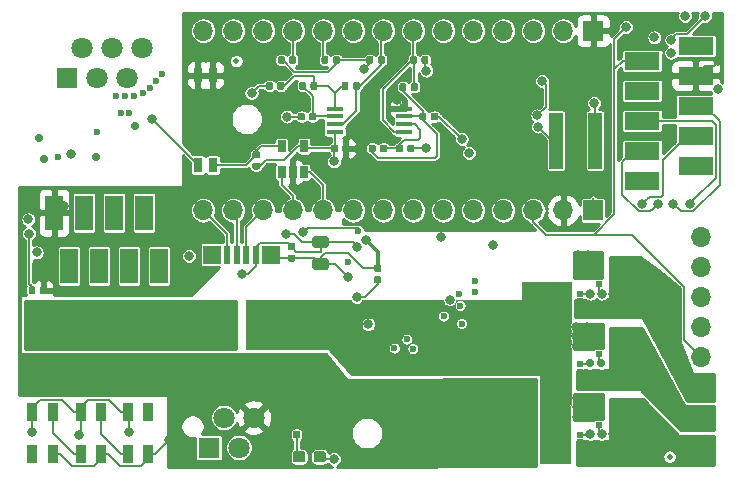
<source format=gbr>
G04 #@! TF.GenerationSoftware,KiCad,Pcbnew,5.0.2-bee76a0~70~ubuntu18.04.1*
G04 #@! TF.CreationDate,2019-11-21T20:22:08+01:00*
G04 #@! TF.ProjectId,board,626f6172-642e-46b6-9963-61645f706362,rev?*
G04 #@! TF.SameCoordinates,Original*
G04 #@! TF.FileFunction,Copper,L1,Top*
G04 #@! TF.FilePolarity,Positive*
%FSLAX46Y46*%
G04 Gerber Fmt 4.6, Leading zero omitted, Abs format (unit mm)*
G04 Created by KiCad (PCBNEW 5.0.2-bee76a0~70~ubuntu18.04.1) date Thu 21 Nov 2019 08:22:08 PM CET*
%MOMM*%
%LPD*%
G01*
G04 APERTURE LIST*
G04 #@! TA.AperFunction,Conductor*
%ADD10C,0.100000*%
G04 #@! TD*
G04 #@! TA.AperFunction,SMDPad,CuDef*
%ADD11C,0.975000*%
G04 #@! TD*
G04 #@! TA.AperFunction,ComponentPad*
%ADD12O,1.700000X1.700000*%
G04 #@! TD*
G04 #@! TA.AperFunction,ComponentPad*
%ADD13R,1.700000X1.700000*%
G04 #@! TD*
G04 #@! TA.AperFunction,SMDPad,CuDef*
%ADD14R,0.950000X1.230000*%
G04 #@! TD*
G04 #@! TA.AperFunction,SMDPad,CuDef*
%ADD15R,0.630000X0.500000*%
G04 #@! TD*
G04 #@! TA.AperFunction,SMDPad,CuDef*
%ADD16R,0.850000X1.600000*%
G04 #@! TD*
G04 #@! TA.AperFunction,SMDPad,CuDef*
%ADD17C,1.600000*%
G04 #@! TD*
G04 #@! TA.AperFunction,SMDPad,CuDef*
%ADD18C,0.590000*%
G04 #@! TD*
G04 #@! TA.AperFunction,SMDPad,CuDef*
%ADD19C,0.950000*%
G04 #@! TD*
G04 #@! TA.AperFunction,SMDPad,CuDef*
%ADD20R,3.500000X2.000000*%
G04 #@! TD*
G04 #@! TA.AperFunction,SMDPad,CuDef*
%ADD21R,6.000000X2.000000*%
G04 #@! TD*
G04 #@! TA.AperFunction,ComponentPad*
%ADD22C,1.800000*%
G04 #@! TD*
G04 #@! TA.AperFunction,ComponentPad*
%ADD23R,1.800000X1.800000*%
G04 #@! TD*
G04 #@! TA.AperFunction,SMDPad,CuDef*
%ADD24R,1.500000X1.600000*%
G04 #@! TD*
G04 #@! TA.AperFunction,SMDPad,CuDef*
%ADD25R,0.500000X1.600000*%
G04 #@! TD*
G04 #@! TA.AperFunction,SMDPad,CuDef*
%ADD26R,2.400000X3.480000*%
G04 #@! TD*
G04 #@! TA.AperFunction,SMDPad,CuDef*
%ADD27R,1.180000X4.700000*%
G04 #@! TD*
G04 #@! TA.AperFunction,SMDPad,CuDef*
%ADD28R,3.000000X1.500000*%
G04 #@! TD*
G04 #@! TA.AperFunction,SMDPad,CuDef*
%ADD29R,1.500000X3.000000*%
G04 #@! TD*
G04 #@! TA.AperFunction,SMDPad,CuDef*
%ADD30R,0.760000X1.270000*%
G04 #@! TD*
G04 #@! TA.AperFunction,SMDPad,CuDef*
%ADD31R,0.650000X1.060000*%
G04 #@! TD*
G04 #@! TA.AperFunction,SMDPad,CuDef*
%ADD32R,1.450000X0.450000*%
G04 #@! TD*
G04 #@! TA.AperFunction,BGAPad,CuDef*
%ADD33C,0.500000*%
G04 #@! TD*
G04 #@! TA.AperFunction,ViaPad*
%ADD34C,0.800000*%
G04 #@! TD*
G04 #@! TA.AperFunction,ViaPad*
%ADD35C,0.600000*%
G04 #@! TD*
G04 #@! TA.AperFunction,ViaPad*
%ADD36C,0.700000*%
G04 #@! TD*
G04 #@! TA.AperFunction,Conductor*
%ADD37C,1.000000*%
G04 #@! TD*
G04 #@! TA.AperFunction,Conductor*
%ADD38C,0.177800*%
G04 #@! TD*
G04 #@! TA.AperFunction,Conductor*
%ADD39C,0.152400*%
G04 #@! TD*
G04 #@! TA.AperFunction,Conductor*
%ADD40C,0.300000*%
G04 #@! TD*
G04 #@! TA.AperFunction,Conductor*
%ADD41C,0.254000*%
G04 #@! TD*
G04 #@! TA.AperFunction,Conductor*
%ADD42C,0.025400*%
G04 #@! TD*
G04 APERTURE END LIST*
D10*
G04 #@! TO.N,GND*
G04 #@! TO.C,C32*
G36*
X119225142Y-121101174D02*
X119248803Y-121104684D01*
X119272007Y-121110496D01*
X119294529Y-121118554D01*
X119316153Y-121128782D01*
X119336670Y-121141079D01*
X119355883Y-121155329D01*
X119373607Y-121171393D01*
X119389671Y-121189117D01*
X119403921Y-121208330D01*
X119416218Y-121228847D01*
X119426446Y-121250471D01*
X119434504Y-121272993D01*
X119440316Y-121296197D01*
X119443826Y-121319858D01*
X119445000Y-121343750D01*
X119445000Y-121831250D01*
X119443826Y-121855142D01*
X119440316Y-121878803D01*
X119434504Y-121902007D01*
X119426446Y-121924529D01*
X119416218Y-121946153D01*
X119403921Y-121966670D01*
X119389671Y-121985883D01*
X119373607Y-122003607D01*
X119355883Y-122019671D01*
X119336670Y-122033921D01*
X119316153Y-122046218D01*
X119294529Y-122056446D01*
X119272007Y-122064504D01*
X119248803Y-122070316D01*
X119225142Y-122073826D01*
X119201250Y-122075000D01*
X118288750Y-122075000D01*
X118264858Y-122073826D01*
X118241197Y-122070316D01*
X118217993Y-122064504D01*
X118195471Y-122056446D01*
X118173847Y-122046218D01*
X118153330Y-122033921D01*
X118134117Y-122019671D01*
X118116393Y-122003607D01*
X118100329Y-121985883D01*
X118086079Y-121966670D01*
X118073782Y-121946153D01*
X118063554Y-121924529D01*
X118055496Y-121902007D01*
X118049684Y-121878803D01*
X118046174Y-121855142D01*
X118045000Y-121831250D01*
X118045000Y-121343750D01*
X118046174Y-121319858D01*
X118049684Y-121296197D01*
X118055496Y-121272993D01*
X118063554Y-121250471D01*
X118073782Y-121228847D01*
X118086079Y-121208330D01*
X118100329Y-121189117D01*
X118116393Y-121171393D01*
X118134117Y-121155329D01*
X118153330Y-121141079D01*
X118173847Y-121128782D01*
X118195471Y-121118554D01*
X118217993Y-121110496D01*
X118241197Y-121104684D01*
X118264858Y-121101174D01*
X118288750Y-121100000D01*
X119201250Y-121100000D01*
X119225142Y-121101174D01*
X119225142Y-121101174D01*
G37*
D11*
G04 #@! TD*
G04 #@! TO.P,C32,2*
G04 #@! TO.N,GND*
X118745000Y-121587500D03*
D10*
G04 #@! TO.N,+3V3*
G04 #@! TO.C,C32*
G36*
X119225142Y-119226174D02*
X119248803Y-119229684D01*
X119272007Y-119235496D01*
X119294529Y-119243554D01*
X119316153Y-119253782D01*
X119336670Y-119266079D01*
X119355883Y-119280329D01*
X119373607Y-119296393D01*
X119389671Y-119314117D01*
X119403921Y-119333330D01*
X119416218Y-119353847D01*
X119426446Y-119375471D01*
X119434504Y-119397993D01*
X119440316Y-119421197D01*
X119443826Y-119444858D01*
X119445000Y-119468750D01*
X119445000Y-119956250D01*
X119443826Y-119980142D01*
X119440316Y-120003803D01*
X119434504Y-120027007D01*
X119426446Y-120049529D01*
X119416218Y-120071153D01*
X119403921Y-120091670D01*
X119389671Y-120110883D01*
X119373607Y-120128607D01*
X119355883Y-120144671D01*
X119336670Y-120158921D01*
X119316153Y-120171218D01*
X119294529Y-120181446D01*
X119272007Y-120189504D01*
X119248803Y-120195316D01*
X119225142Y-120198826D01*
X119201250Y-120200000D01*
X118288750Y-120200000D01*
X118264858Y-120198826D01*
X118241197Y-120195316D01*
X118217993Y-120189504D01*
X118195471Y-120181446D01*
X118173847Y-120171218D01*
X118153330Y-120158921D01*
X118134117Y-120144671D01*
X118116393Y-120128607D01*
X118100329Y-120110883D01*
X118086079Y-120091670D01*
X118073782Y-120071153D01*
X118063554Y-120049529D01*
X118055496Y-120027007D01*
X118049684Y-120003803D01*
X118046174Y-119980142D01*
X118045000Y-119956250D01*
X118045000Y-119468750D01*
X118046174Y-119444858D01*
X118049684Y-119421197D01*
X118055496Y-119397993D01*
X118063554Y-119375471D01*
X118073782Y-119353847D01*
X118086079Y-119333330D01*
X118100329Y-119314117D01*
X118116393Y-119296393D01*
X118134117Y-119280329D01*
X118153330Y-119266079D01*
X118173847Y-119253782D01*
X118195471Y-119243554D01*
X118217993Y-119235496D01*
X118241197Y-119229684D01*
X118264858Y-119226174D01*
X118288750Y-119225000D01*
X119201250Y-119225000D01*
X119225142Y-119226174D01*
X119225142Y-119226174D01*
G37*
D11*
G04 #@! TD*
G04 #@! TO.P,C32,1*
G04 #@! TO.N,+3V3*
X118745000Y-119712500D03*
D12*
G04 #@! TO.P,J6,14*
G04 #@! TO.N,RX*
X108798000Y-101836000D03*
G04 #@! TO.P,J6,13*
G04 #@! TO.N,TX*
X111338000Y-101836000D03*
G04 #@! TO.P,J6,12*
G04 #@! TO.N,/DE*
X113878000Y-101836000D03*
G04 #@! TO.P,J6,11*
G04 #@! TO.N,/Encoder1_A*
X116418000Y-101836000D03*
G04 #@! TO.P,J6,10*
G04 #@! TO.N,/Encoder1_B*
X118958000Y-101836000D03*
G04 #@! TO.P,J6,9*
G04 #@! TO.N,/NEOPXL*
X121498000Y-101836000D03*
G04 #@! TO.P,J6,8*
G04 #@! TO.N,/Encoder1_I*
X124038000Y-101836000D03*
G04 #@! TO.P,J6,7*
G04 #@! TO.N,/Encoder0_I*
X126578000Y-101836000D03*
G04 #@! TO.P,J6,6*
G04 #@! TO.N,/HALL1*
X129118000Y-101836000D03*
G04 #@! TO.P,J6,5*
G04 #@! TO.N,/HALL2*
X131658000Y-101836000D03*
G04 #@! TO.P,J6,4*
G04 #@! TO.N,/HALL3*
X134198000Y-101836000D03*
G04 #@! TO.P,J6,3*
G04 #@! TO.N,/Encoder0_A*
X136738000Y-101836000D03*
G04 #@! TO.P,J6,2*
G04 #@! TO.N,/Encoder0_B*
X139278000Y-101836000D03*
D13*
G04 #@! TO.P,J6,1*
G04 #@! TO.N,GND*
X141818000Y-101836000D03*
G04 #@! TD*
D14*
G04 #@! TO.P,Q2,5*
G04 #@! TO.N,+36V*
X139340000Y-131660000D03*
X139340000Y-130440000D03*
X138390000Y-131660000D03*
X138390000Y-130440000D03*
D15*
X137810000Y-132020000D03*
X137810000Y-131380000D03*
X137810000Y-130720000D03*
X137810000Y-130080000D03*
G04 #@! TO.P,Q2,4*
G04 #@! TO.N,/mosfet_bridges/GHB*
X140690000Y-130080000D03*
G04 #@! TO.P,Q2,3*
G04 #@! TO.N,/PH2*
X140690000Y-130720000D03*
G04 #@! TO.P,Q2,2*
X140690000Y-131380000D03*
G04 #@! TO.P,Q2,1*
X140690000Y-132020000D03*
G04 #@! TD*
D16*
G04 #@! TO.P,D4,3*
G04 #@! TO.N,Net-(D3-Pad1)*
X100175000Y-134150000D03*
G04 #@! TO.P,D4,4*
G04 #@! TO.N,+5V*
X98425000Y-134150000D03*
G04 #@! TO.P,D4,2*
G04 #@! TO.N,GND*
X100175000Y-137650000D03*
G04 #@! TO.P,D4,1*
G04 #@! TO.N,Net-(D4-Pad1)*
X98425000Y-137650000D03*
G04 #@! TD*
G04 #@! TO.P,D5,1*
G04 #@! TO.N,Net-(D5-Pad1)*
X94325000Y-137650000D03*
G04 #@! TO.P,D5,2*
G04 #@! TO.N,GND*
X96075000Y-137650000D03*
G04 #@! TO.P,D5,4*
G04 #@! TO.N,+5V*
X94325000Y-134150000D03*
G04 #@! TO.P,D5,3*
G04 #@! TO.N,Net-(D4-Pad1)*
X96075000Y-134150000D03*
G04 #@! TD*
D10*
G04 #@! TO.N,+36V*
G04 #@! TO.C,C21*
G36*
X128780142Y-129676174D02*
X128803803Y-129679684D01*
X128827007Y-129685496D01*
X128849529Y-129693554D01*
X128871153Y-129703782D01*
X128891670Y-129716079D01*
X128910883Y-129730329D01*
X128928607Y-129746393D01*
X128944671Y-129764117D01*
X128958921Y-129783330D01*
X128971218Y-129803847D01*
X128981446Y-129825471D01*
X128989504Y-129847993D01*
X128995316Y-129871197D01*
X128998826Y-129894858D01*
X129000000Y-129918750D01*
X129000000Y-130406250D01*
X128998826Y-130430142D01*
X128995316Y-130453803D01*
X128989504Y-130477007D01*
X128981446Y-130499529D01*
X128971218Y-130521153D01*
X128958921Y-130541670D01*
X128944671Y-130560883D01*
X128928607Y-130578607D01*
X128910883Y-130594671D01*
X128891670Y-130608921D01*
X128871153Y-130621218D01*
X128849529Y-130631446D01*
X128827007Y-130639504D01*
X128803803Y-130645316D01*
X128780142Y-130648826D01*
X128756250Y-130650000D01*
X127843750Y-130650000D01*
X127819858Y-130648826D01*
X127796197Y-130645316D01*
X127772993Y-130639504D01*
X127750471Y-130631446D01*
X127728847Y-130621218D01*
X127708330Y-130608921D01*
X127689117Y-130594671D01*
X127671393Y-130578607D01*
X127655329Y-130560883D01*
X127641079Y-130541670D01*
X127628782Y-130521153D01*
X127618554Y-130499529D01*
X127610496Y-130477007D01*
X127604684Y-130453803D01*
X127601174Y-130430142D01*
X127600000Y-130406250D01*
X127600000Y-129918750D01*
X127601174Y-129894858D01*
X127604684Y-129871197D01*
X127610496Y-129847993D01*
X127618554Y-129825471D01*
X127628782Y-129803847D01*
X127641079Y-129783330D01*
X127655329Y-129764117D01*
X127671393Y-129746393D01*
X127689117Y-129730329D01*
X127708330Y-129716079D01*
X127728847Y-129703782D01*
X127750471Y-129693554D01*
X127772993Y-129685496D01*
X127796197Y-129679684D01*
X127819858Y-129676174D01*
X127843750Y-129675000D01*
X128756250Y-129675000D01*
X128780142Y-129676174D01*
X128780142Y-129676174D01*
G37*
D11*
G04 #@! TD*
G04 #@! TO.P,C21,1*
G04 #@! TO.N,+36V*
X128300000Y-130162500D03*
D10*
G04 #@! TO.N,GND*
G04 #@! TO.C,C21*
G36*
X128780142Y-131551174D02*
X128803803Y-131554684D01*
X128827007Y-131560496D01*
X128849529Y-131568554D01*
X128871153Y-131578782D01*
X128891670Y-131591079D01*
X128910883Y-131605329D01*
X128928607Y-131621393D01*
X128944671Y-131639117D01*
X128958921Y-131658330D01*
X128971218Y-131678847D01*
X128981446Y-131700471D01*
X128989504Y-131722993D01*
X128995316Y-131746197D01*
X128998826Y-131769858D01*
X129000000Y-131793750D01*
X129000000Y-132281250D01*
X128998826Y-132305142D01*
X128995316Y-132328803D01*
X128989504Y-132352007D01*
X128981446Y-132374529D01*
X128971218Y-132396153D01*
X128958921Y-132416670D01*
X128944671Y-132435883D01*
X128928607Y-132453607D01*
X128910883Y-132469671D01*
X128891670Y-132483921D01*
X128871153Y-132496218D01*
X128849529Y-132506446D01*
X128827007Y-132514504D01*
X128803803Y-132520316D01*
X128780142Y-132523826D01*
X128756250Y-132525000D01*
X127843750Y-132525000D01*
X127819858Y-132523826D01*
X127796197Y-132520316D01*
X127772993Y-132514504D01*
X127750471Y-132506446D01*
X127728847Y-132496218D01*
X127708330Y-132483921D01*
X127689117Y-132469671D01*
X127671393Y-132453607D01*
X127655329Y-132435883D01*
X127641079Y-132416670D01*
X127628782Y-132396153D01*
X127618554Y-132374529D01*
X127610496Y-132352007D01*
X127604684Y-132328803D01*
X127601174Y-132305142D01*
X127600000Y-132281250D01*
X127600000Y-131793750D01*
X127601174Y-131769858D01*
X127604684Y-131746197D01*
X127610496Y-131722993D01*
X127618554Y-131700471D01*
X127628782Y-131678847D01*
X127641079Y-131658330D01*
X127655329Y-131639117D01*
X127671393Y-131621393D01*
X127689117Y-131605329D01*
X127708330Y-131591079D01*
X127728847Y-131578782D01*
X127750471Y-131568554D01*
X127772993Y-131560496D01*
X127796197Y-131554684D01*
X127819858Y-131551174D01*
X127843750Y-131550000D01*
X128756250Y-131550000D01*
X128780142Y-131551174D01*
X128780142Y-131551174D01*
G37*
D11*
G04 #@! TD*
G04 #@! TO.P,C21,2*
G04 #@! TO.N,GND*
X128300000Y-132037500D03*
D10*
G04 #@! TO.N,GND*
G04 #@! TO.C,C19*
G36*
X134480142Y-131551174D02*
X134503803Y-131554684D01*
X134527007Y-131560496D01*
X134549529Y-131568554D01*
X134571153Y-131578782D01*
X134591670Y-131591079D01*
X134610883Y-131605329D01*
X134628607Y-131621393D01*
X134644671Y-131639117D01*
X134658921Y-131658330D01*
X134671218Y-131678847D01*
X134681446Y-131700471D01*
X134689504Y-131722993D01*
X134695316Y-131746197D01*
X134698826Y-131769858D01*
X134700000Y-131793750D01*
X134700000Y-132281250D01*
X134698826Y-132305142D01*
X134695316Y-132328803D01*
X134689504Y-132352007D01*
X134681446Y-132374529D01*
X134671218Y-132396153D01*
X134658921Y-132416670D01*
X134644671Y-132435883D01*
X134628607Y-132453607D01*
X134610883Y-132469671D01*
X134591670Y-132483921D01*
X134571153Y-132496218D01*
X134549529Y-132506446D01*
X134527007Y-132514504D01*
X134503803Y-132520316D01*
X134480142Y-132523826D01*
X134456250Y-132525000D01*
X133543750Y-132525000D01*
X133519858Y-132523826D01*
X133496197Y-132520316D01*
X133472993Y-132514504D01*
X133450471Y-132506446D01*
X133428847Y-132496218D01*
X133408330Y-132483921D01*
X133389117Y-132469671D01*
X133371393Y-132453607D01*
X133355329Y-132435883D01*
X133341079Y-132416670D01*
X133328782Y-132396153D01*
X133318554Y-132374529D01*
X133310496Y-132352007D01*
X133304684Y-132328803D01*
X133301174Y-132305142D01*
X133300000Y-132281250D01*
X133300000Y-131793750D01*
X133301174Y-131769858D01*
X133304684Y-131746197D01*
X133310496Y-131722993D01*
X133318554Y-131700471D01*
X133328782Y-131678847D01*
X133341079Y-131658330D01*
X133355329Y-131639117D01*
X133371393Y-131621393D01*
X133389117Y-131605329D01*
X133408330Y-131591079D01*
X133428847Y-131578782D01*
X133450471Y-131568554D01*
X133472993Y-131560496D01*
X133496197Y-131554684D01*
X133519858Y-131551174D01*
X133543750Y-131550000D01*
X134456250Y-131550000D01*
X134480142Y-131551174D01*
X134480142Y-131551174D01*
G37*
D11*
G04 #@! TD*
G04 #@! TO.P,C19,2*
G04 #@! TO.N,GND*
X134000000Y-132037500D03*
D10*
G04 #@! TO.N,+36V*
G04 #@! TO.C,C19*
G36*
X134480142Y-129676174D02*
X134503803Y-129679684D01*
X134527007Y-129685496D01*
X134549529Y-129693554D01*
X134571153Y-129703782D01*
X134591670Y-129716079D01*
X134610883Y-129730329D01*
X134628607Y-129746393D01*
X134644671Y-129764117D01*
X134658921Y-129783330D01*
X134671218Y-129803847D01*
X134681446Y-129825471D01*
X134689504Y-129847993D01*
X134695316Y-129871197D01*
X134698826Y-129894858D01*
X134700000Y-129918750D01*
X134700000Y-130406250D01*
X134698826Y-130430142D01*
X134695316Y-130453803D01*
X134689504Y-130477007D01*
X134681446Y-130499529D01*
X134671218Y-130521153D01*
X134658921Y-130541670D01*
X134644671Y-130560883D01*
X134628607Y-130578607D01*
X134610883Y-130594671D01*
X134591670Y-130608921D01*
X134571153Y-130621218D01*
X134549529Y-130631446D01*
X134527007Y-130639504D01*
X134503803Y-130645316D01*
X134480142Y-130648826D01*
X134456250Y-130650000D01*
X133543750Y-130650000D01*
X133519858Y-130648826D01*
X133496197Y-130645316D01*
X133472993Y-130639504D01*
X133450471Y-130631446D01*
X133428847Y-130621218D01*
X133408330Y-130608921D01*
X133389117Y-130594671D01*
X133371393Y-130578607D01*
X133355329Y-130560883D01*
X133341079Y-130541670D01*
X133328782Y-130521153D01*
X133318554Y-130499529D01*
X133310496Y-130477007D01*
X133304684Y-130453803D01*
X133301174Y-130430142D01*
X133300000Y-130406250D01*
X133300000Y-129918750D01*
X133301174Y-129894858D01*
X133304684Y-129871197D01*
X133310496Y-129847993D01*
X133318554Y-129825471D01*
X133328782Y-129803847D01*
X133341079Y-129783330D01*
X133355329Y-129764117D01*
X133371393Y-129746393D01*
X133389117Y-129730329D01*
X133408330Y-129716079D01*
X133428847Y-129703782D01*
X133450471Y-129693554D01*
X133472993Y-129685496D01*
X133496197Y-129679684D01*
X133519858Y-129676174D01*
X133543750Y-129675000D01*
X134456250Y-129675000D01*
X134480142Y-129676174D01*
X134480142Y-129676174D01*
G37*
D11*
G04 #@! TD*
G04 #@! TO.P,C19,1*
G04 #@! TO.N,+36V*
X134000000Y-130162500D03*
D10*
G04 #@! TO.N,+36V*
G04 #@! TO.C,C18*
G36*
X132580142Y-129676174D02*
X132603803Y-129679684D01*
X132627007Y-129685496D01*
X132649529Y-129693554D01*
X132671153Y-129703782D01*
X132691670Y-129716079D01*
X132710883Y-129730329D01*
X132728607Y-129746393D01*
X132744671Y-129764117D01*
X132758921Y-129783330D01*
X132771218Y-129803847D01*
X132781446Y-129825471D01*
X132789504Y-129847993D01*
X132795316Y-129871197D01*
X132798826Y-129894858D01*
X132800000Y-129918750D01*
X132800000Y-130406250D01*
X132798826Y-130430142D01*
X132795316Y-130453803D01*
X132789504Y-130477007D01*
X132781446Y-130499529D01*
X132771218Y-130521153D01*
X132758921Y-130541670D01*
X132744671Y-130560883D01*
X132728607Y-130578607D01*
X132710883Y-130594671D01*
X132691670Y-130608921D01*
X132671153Y-130621218D01*
X132649529Y-130631446D01*
X132627007Y-130639504D01*
X132603803Y-130645316D01*
X132580142Y-130648826D01*
X132556250Y-130650000D01*
X131643750Y-130650000D01*
X131619858Y-130648826D01*
X131596197Y-130645316D01*
X131572993Y-130639504D01*
X131550471Y-130631446D01*
X131528847Y-130621218D01*
X131508330Y-130608921D01*
X131489117Y-130594671D01*
X131471393Y-130578607D01*
X131455329Y-130560883D01*
X131441079Y-130541670D01*
X131428782Y-130521153D01*
X131418554Y-130499529D01*
X131410496Y-130477007D01*
X131404684Y-130453803D01*
X131401174Y-130430142D01*
X131400000Y-130406250D01*
X131400000Y-129918750D01*
X131401174Y-129894858D01*
X131404684Y-129871197D01*
X131410496Y-129847993D01*
X131418554Y-129825471D01*
X131428782Y-129803847D01*
X131441079Y-129783330D01*
X131455329Y-129764117D01*
X131471393Y-129746393D01*
X131489117Y-129730329D01*
X131508330Y-129716079D01*
X131528847Y-129703782D01*
X131550471Y-129693554D01*
X131572993Y-129685496D01*
X131596197Y-129679684D01*
X131619858Y-129676174D01*
X131643750Y-129675000D01*
X132556250Y-129675000D01*
X132580142Y-129676174D01*
X132580142Y-129676174D01*
G37*
D11*
G04 #@! TD*
G04 #@! TO.P,C18,1*
G04 #@! TO.N,+36V*
X132100000Y-130162500D03*
D10*
G04 #@! TO.N,GND*
G04 #@! TO.C,C18*
G36*
X132580142Y-131551174D02*
X132603803Y-131554684D01*
X132627007Y-131560496D01*
X132649529Y-131568554D01*
X132671153Y-131578782D01*
X132691670Y-131591079D01*
X132710883Y-131605329D01*
X132728607Y-131621393D01*
X132744671Y-131639117D01*
X132758921Y-131658330D01*
X132771218Y-131678847D01*
X132781446Y-131700471D01*
X132789504Y-131722993D01*
X132795316Y-131746197D01*
X132798826Y-131769858D01*
X132800000Y-131793750D01*
X132800000Y-132281250D01*
X132798826Y-132305142D01*
X132795316Y-132328803D01*
X132789504Y-132352007D01*
X132781446Y-132374529D01*
X132771218Y-132396153D01*
X132758921Y-132416670D01*
X132744671Y-132435883D01*
X132728607Y-132453607D01*
X132710883Y-132469671D01*
X132691670Y-132483921D01*
X132671153Y-132496218D01*
X132649529Y-132506446D01*
X132627007Y-132514504D01*
X132603803Y-132520316D01*
X132580142Y-132523826D01*
X132556250Y-132525000D01*
X131643750Y-132525000D01*
X131619858Y-132523826D01*
X131596197Y-132520316D01*
X131572993Y-132514504D01*
X131550471Y-132506446D01*
X131528847Y-132496218D01*
X131508330Y-132483921D01*
X131489117Y-132469671D01*
X131471393Y-132453607D01*
X131455329Y-132435883D01*
X131441079Y-132416670D01*
X131428782Y-132396153D01*
X131418554Y-132374529D01*
X131410496Y-132352007D01*
X131404684Y-132328803D01*
X131401174Y-132305142D01*
X131400000Y-132281250D01*
X131400000Y-131793750D01*
X131401174Y-131769858D01*
X131404684Y-131746197D01*
X131410496Y-131722993D01*
X131418554Y-131700471D01*
X131428782Y-131678847D01*
X131441079Y-131658330D01*
X131455329Y-131639117D01*
X131471393Y-131621393D01*
X131489117Y-131605329D01*
X131508330Y-131591079D01*
X131528847Y-131578782D01*
X131550471Y-131568554D01*
X131572993Y-131560496D01*
X131596197Y-131554684D01*
X131619858Y-131551174D01*
X131643750Y-131550000D01*
X132556250Y-131550000D01*
X132580142Y-131551174D01*
X132580142Y-131551174D01*
G37*
D11*
G04 #@! TD*
G04 #@! TO.P,C18,2*
G04 #@! TO.N,GND*
X132100000Y-132037500D03*
D10*
G04 #@! TO.N,+36V*
G04 #@! TO.C,C25*
G36*
X119574504Y-124751204D02*
X119598773Y-124754804D01*
X119622571Y-124760765D01*
X119645671Y-124769030D01*
X119667849Y-124779520D01*
X119688893Y-124792133D01*
X119708598Y-124806747D01*
X119726777Y-124823223D01*
X119743253Y-124841402D01*
X119757867Y-124861107D01*
X119770480Y-124882151D01*
X119780970Y-124904329D01*
X119789235Y-124927429D01*
X119795196Y-124951227D01*
X119798796Y-124975496D01*
X119800000Y-125000000D01*
X119800000Y-128000000D01*
X119798796Y-128024504D01*
X119795196Y-128048773D01*
X119789235Y-128072571D01*
X119780970Y-128095671D01*
X119770480Y-128117849D01*
X119757867Y-128138893D01*
X119743253Y-128158598D01*
X119726777Y-128176777D01*
X119708598Y-128193253D01*
X119688893Y-128207867D01*
X119667849Y-128220480D01*
X119645671Y-128230970D01*
X119622571Y-128239235D01*
X119598773Y-128245196D01*
X119574504Y-128248796D01*
X119550000Y-128250000D01*
X118450000Y-128250000D01*
X118425496Y-128248796D01*
X118401227Y-128245196D01*
X118377429Y-128239235D01*
X118354329Y-128230970D01*
X118332151Y-128220480D01*
X118311107Y-128207867D01*
X118291402Y-128193253D01*
X118273223Y-128176777D01*
X118256747Y-128158598D01*
X118242133Y-128138893D01*
X118229520Y-128117849D01*
X118219030Y-128095671D01*
X118210765Y-128072571D01*
X118204804Y-128048773D01*
X118201204Y-128024504D01*
X118200000Y-128000000D01*
X118200000Y-125000000D01*
X118201204Y-124975496D01*
X118204804Y-124951227D01*
X118210765Y-124927429D01*
X118219030Y-124904329D01*
X118229520Y-124882151D01*
X118242133Y-124861107D01*
X118256747Y-124841402D01*
X118273223Y-124823223D01*
X118291402Y-124806747D01*
X118311107Y-124792133D01*
X118332151Y-124779520D01*
X118354329Y-124769030D01*
X118377429Y-124760765D01*
X118401227Y-124754804D01*
X118425496Y-124751204D01*
X118450000Y-124750000D01*
X119550000Y-124750000D01*
X119574504Y-124751204D01*
X119574504Y-124751204D01*
G37*
D17*
G04 #@! TD*
G04 #@! TO.P,C25,1*
G04 #@! TO.N,+36V*
X119000000Y-126500000D03*
D10*
G04 #@! TO.N,GND*
G04 #@! TO.C,C25*
G36*
X119574504Y-130151204D02*
X119598773Y-130154804D01*
X119622571Y-130160765D01*
X119645671Y-130169030D01*
X119667849Y-130179520D01*
X119688893Y-130192133D01*
X119708598Y-130206747D01*
X119726777Y-130223223D01*
X119743253Y-130241402D01*
X119757867Y-130261107D01*
X119770480Y-130282151D01*
X119780970Y-130304329D01*
X119789235Y-130327429D01*
X119795196Y-130351227D01*
X119798796Y-130375496D01*
X119800000Y-130400000D01*
X119800000Y-133400000D01*
X119798796Y-133424504D01*
X119795196Y-133448773D01*
X119789235Y-133472571D01*
X119780970Y-133495671D01*
X119770480Y-133517849D01*
X119757867Y-133538893D01*
X119743253Y-133558598D01*
X119726777Y-133576777D01*
X119708598Y-133593253D01*
X119688893Y-133607867D01*
X119667849Y-133620480D01*
X119645671Y-133630970D01*
X119622571Y-133639235D01*
X119598773Y-133645196D01*
X119574504Y-133648796D01*
X119550000Y-133650000D01*
X118450000Y-133650000D01*
X118425496Y-133648796D01*
X118401227Y-133645196D01*
X118377429Y-133639235D01*
X118354329Y-133630970D01*
X118332151Y-133620480D01*
X118311107Y-133607867D01*
X118291402Y-133593253D01*
X118273223Y-133576777D01*
X118256747Y-133558598D01*
X118242133Y-133538893D01*
X118229520Y-133517849D01*
X118219030Y-133495671D01*
X118210765Y-133472571D01*
X118204804Y-133448773D01*
X118201204Y-133424504D01*
X118200000Y-133400000D01*
X118200000Y-130400000D01*
X118201204Y-130375496D01*
X118204804Y-130351227D01*
X118210765Y-130327429D01*
X118219030Y-130304329D01*
X118229520Y-130282151D01*
X118242133Y-130261107D01*
X118256747Y-130241402D01*
X118273223Y-130223223D01*
X118291402Y-130206747D01*
X118311107Y-130192133D01*
X118332151Y-130179520D01*
X118354329Y-130169030D01*
X118377429Y-130160765D01*
X118401227Y-130154804D01*
X118425496Y-130151204D01*
X118450000Y-130150000D01*
X119550000Y-130150000D01*
X119574504Y-130151204D01*
X119574504Y-130151204D01*
G37*
D17*
G04 #@! TD*
G04 #@! TO.P,C25,2*
G04 #@! TO.N,GND*
X119000000Y-131900000D03*
D10*
G04 #@! TO.N,/WP*
G04 #@! TO.C,R4*
G36*
X113486958Y-112020710D02*
X113501276Y-112022834D01*
X113515317Y-112026351D01*
X113528946Y-112031228D01*
X113542031Y-112037417D01*
X113554447Y-112044858D01*
X113566073Y-112053481D01*
X113576798Y-112063202D01*
X113586519Y-112073927D01*
X113595142Y-112085553D01*
X113602583Y-112097969D01*
X113608772Y-112111054D01*
X113613649Y-112124683D01*
X113617166Y-112138724D01*
X113619290Y-112153042D01*
X113620000Y-112167500D01*
X113620000Y-112462500D01*
X113619290Y-112476958D01*
X113617166Y-112491276D01*
X113613649Y-112505317D01*
X113608772Y-112518946D01*
X113602583Y-112532031D01*
X113595142Y-112544447D01*
X113586519Y-112556073D01*
X113576798Y-112566798D01*
X113566073Y-112576519D01*
X113554447Y-112585142D01*
X113542031Y-112592583D01*
X113528946Y-112598772D01*
X113515317Y-112603649D01*
X113501276Y-112607166D01*
X113486958Y-112609290D01*
X113472500Y-112610000D01*
X113127500Y-112610000D01*
X113113042Y-112609290D01*
X113098724Y-112607166D01*
X113084683Y-112603649D01*
X113071054Y-112598772D01*
X113057969Y-112592583D01*
X113045553Y-112585142D01*
X113033927Y-112576519D01*
X113023202Y-112566798D01*
X113013481Y-112556073D01*
X113004858Y-112544447D01*
X112997417Y-112532031D01*
X112991228Y-112518946D01*
X112986351Y-112505317D01*
X112982834Y-112491276D01*
X112980710Y-112476958D01*
X112980000Y-112462500D01*
X112980000Y-112167500D01*
X112980710Y-112153042D01*
X112982834Y-112138724D01*
X112986351Y-112124683D01*
X112991228Y-112111054D01*
X112997417Y-112097969D01*
X113004858Y-112085553D01*
X113013481Y-112073927D01*
X113023202Y-112063202D01*
X113033927Y-112053481D01*
X113045553Y-112044858D01*
X113057969Y-112037417D01*
X113071054Y-112031228D01*
X113084683Y-112026351D01*
X113098724Y-112022834D01*
X113113042Y-112020710D01*
X113127500Y-112020000D01*
X113472500Y-112020000D01*
X113486958Y-112020710D01*
X113486958Y-112020710D01*
G37*
D18*
G04 #@! TD*
G04 #@! TO.P,R4,2*
G04 #@! TO.N,/WP*
X113300000Y-112315000D03*
D10*
G04 #@! TO.N,+3V3*
G04 #@! TO.C,R4*
G36*
X113486958Y-112990710D02*
X113501276Y-112992834D01*
X113515317Y-112996351D01*
X113528946Y-113001228D01*
X113542031Y-113007417D01*
X113554447Y-113014858D01*
X113566073Y-113023481D01*
X113576798Y-113033202D01*
X113586519Y-113043927D01*
X113595142Y-113055553D01*
X113602583Y-113067969D01*
X113608772Y-113081054D01*
X113613649Y-113094683D01*
X113617166Y-113108724D01*
X113619290Y-113123042D01*
X113620000Y-113137500D01*
X113620000Y-113432500D01*
X113619290Y-113446958D01*
X113617166Y-113461276D01*
X113613649Y-113475317D01*
X113608772Y-113488946D01*
X113602583Y-113502031D01*
X113595142Y-113514447D01*
X113586519Y-113526073D01*
X113576798Y-113536798D01*
X113566073Y-113546519D01*
X113554447Y-113555142D01*
X113542031Y-113562583D01*
X113528946Y-113568772D01*
X113515317Y-113573649D01*
X113501276Y-113577166D01*
X113486958Y-113579290D01*
X113472500Y-113580000D01*
X113127500Y-113580000D01*
X113113042Y-113579290D01*
X113098724Y-113577166D01*
X113084683Y-113573649D01*
X113071054Y-113568772D01*
X113057969Y-113562583D01*
X113045553Y-113555142D01*
X113033927Y-113546519D01*
X113023202Y-113536798D01*
X113013481Y-113526073D01*
X113004858Y-113514447D01*
X112997417Y-113502031D01*
X112991228Y-113488946D01*
X112986351Y-113475317D01*
X112982834Y-113461276D01*
X112980710Y-113446958D01*
X112980000Y-113432500D01*
X112980000Y-113137500D01*
X112980710Y-113123042D01*
X112982834Y-113108724D01*
X112986351Y-113094683D01*
X112991228Y-113081054D01*
X112997417Y-113067969D01*
X113004858Y-113055553D01*
X113013481Y-113043927D01*
X113023202Y-113033202D01*
X113033927Y-113023481D01*
X113045553Y-113014858D01*
X113057969Y-113007417D01*
X113071054Y-113001228D01*
X113084683Y-112996351D01*
X113098724Y-112992834D01*
X113113042Y-112990710D01*
X113127500Y-112990000D01*
X113472500Y-112990000D01*
X113486958Y-112990710D01*
X113486958Y-112990710D01*
G37*
D18*
G04 #@! TD*
G04 #@! TO.P,R4,1*
G04 #@! TO.N,+3V3*
X113300000Y-113285000D03*
D13*
G04 #@! TO.P,J7,1*
G04 #@! TO.N,+5V*
X141818000Y-117036000D03*
D12*
G04 #@! TO.P,J7,2*
G04 #@! TO.N,GND*
X139278000Y-117036000D03*
G04 #@! TO.P,J7,3*
G04 #@! TO.N,+3V3*
X136738000Y-117036000D03*
G04 #@! TO.P,J7,4*
G04 #@! TO.N,INLC*
X134198000Y-117036000D03*
G04 #@! TO.P,J7,5*
G04 #@! TO.N,INHC*
X131658000Y-117036000D03*
G04 #@! TO.P,J7,6*
G04 #@! TO.N,INLB*
X129118000Y-117036000D03*
G04 #@! TO.P,J7,7*
G04 #@! TO.N,INHB*
X126578000Y-117036000D03*
G04 #@! TO.P,J7,8*
G04 #@! TO.N,INLA*
X124038000Y-117036000D03*
G04 #@! TO.P,J7,9*
G04 #@! TO.N,INHA*
X121498000Y-117036000D03*
G04 #@! TO.P,J7,10*
G04 #@! TO.N,/SDA*
X118958000Y-117036000D03*
G04 #@! TO.P,J7,11*
G04 #@! TO.N,/SCL*
X116418000Y-117036000D03*
G04 #@! TO.P,J7,12*
G04 #@! TO.N,CS_MISO*
X113878000Y-117036000D03*
G04 #@! TO.P,J7,13*
G04 #@! TO.N,CS_CLK*
X111338000Y-117036000D03*
G04 #@! TO.P,J7,14*
G04 #@! TO.N,CS*
X108798000Y-117036000D03*
G04 #@! TD*
G04 #@! TO.P,J2,8*
G04 #@! TO.N,/HALL3*
X150977600Y-119329200D03*
G04 #@! TO.P,J2,7*
G04 #@! TO.N,/HALL2*
X150977600Y-121869200D03*
G04 #@! TO.P,J2,6*
G04 #@! TO.N,/HALL1*
X150977600Y-124409200D03*
G04 #@! TO.P,J2,5*
G04 #@! TO.N,GND*
X150977600Y-126949200D03*
G04 #@! TO.P,J2,4*
G04 #@! TO.N,+3V3*
X150977600Y-129489200D03*
G04 #@! TO.P,J2,3*
G04 #@! TO.N,/PH1*
X150977600Y-132029200D03*
G04 #@! TO.P,J2,2*
G04 #@! TO.N,/PH2*
X150977600Y-134569200D03*
D13*
G04 #@! TO.P,J2,1*
G04 #@! TO.N,/PH3*
X150977600Y-137109200D03*
G04 #@! TD*
D10*
G04 #@! TO.N,Net-(D1-Pad2)*
G04 #@! TO.C,D1*
G36*
X118985779Y-137426144D02*
X119008834Y-137429563D01*
X119031443Y-137435227D01*
X119053387Y-137443079D01*
X119074457Y-137453044D01*
X119094448Y-137465026D01*
X119113168Y-137478910D01*
X119130438Y-137494562D01*
X119146090Y-137511832D01*
X119159974Y-137530552D01*
X119171956Y-137550543D01*
X119181921Y-137571613D01*
X119189773Y-137593557D01*
X119195437Y-137616166D01*
X119198856Y-137639221D01*
X119200000Y-137662500D01*
X119200000Y-138137500D01*
X119198856Y-138160779D01*
X119195437Y-138183834D01*
X119189773Y-138206443D01*
X119181921Y-138228387D01*
X119171956Y-138249457D01*
X119159974Y-138269448D01*
X119146090Y-138288168D01*
X119130438Y-138305438D01*
X119113168Y-138321090D01*
X119094448Y-138334974D01*
X119074457Y-138346956D01*
X119053387Y-138356921D01*
X119031443Y-138364773D01*
X119008834Y-138370437D01*
X118985779Y-138373856D01*
X118962500Y-138375000D01*
X118387500Y-138375000D01*
X118364221Y-138373856D01*
X118341166Y-138370437D01*
X118318557Y-138364773D01*
X118296613Y-138356921D01*
X118275543Y-138346956D01*
X118255552Y-138334974D01*
X118236832Y-138321090D01*
X118219562Y-138305438D01*
X118203910Y-138288168D01*
X118190026Y-138269448D01*
X118178044Y-138249457D01*
X118168079Y-138228387D01*
X118160227Y-138206443D01*
X118154563Y-138183834D01*
X118151144Y-138160779D01*
X118150000Y-138137500D01*
X118150000Y-137662500D01*
X118151144Y-137639221D01*
X118154563Y-137616166D01*
X118160227Y-137593557D01*
X118168079Y-137571613D01*
X118178044Y-137550543D01*
X118190026Y-137530552D01*
X118203910Y-137511832D01*
X118219562Y-137494562D01*
X118236832Y-137478910D01*
X118255552Y-137465026D01*
X118275543Y-137453044D01*
X118296613Y-137443079D01*
X118318557Y-137435227D01*
X118341166Y-137429563D01*
X118364221Y-137426144D01*
X118387500Y-137425000D01*
X118962500Y-137425000D01*
X118985779Y-137426144D01*
X118985779Y-137426144D01*
G37*
D19*
G04 #@! TD*
G04 #@! TO.P,D1,2*
G04 #@! TO.N,Net-(D1-Pad2)*
X118675000Y-137900000D03*
D10*
G04 #@! TO.N,Net-(D1-Pad1)*
G04 #@! TO.C,D1*
G36*
X117235779Y-137426144D02*
X117258834Y-137429563D01*
X117281443Y-137435227D01*
X117303387Y-137443079D01*
X117324457Y-137453044D01*
X117344448Y-137465026D01*
X117363168Y-137478910D01*
X117380438Y-137494562D01*
X117396090Y-137511832D01*
X117409974Y-137530552D01*
X117421956Y-137550543D01*
X117431921Y-137571613D01*
X117439773Y-137593557D01*
X117445437Y-137616166D01*
X117448856Y-137639221D01*
X117450000Y-137662500D01*
X117450000Y-138137500D01*
X117448856Y-138160779D01*
X117445437Y-138183834D01*
X117439773Y-138206443D01*
X117431921Y-138228387D01*
X117421956Y-138249457D01*
X117409974Y-138269448D01*
X117396090Y-138288168D01*
X117380438Y-138305438D01*
X117363168Y-138321090D01*
X117344448Y-138334974D01*
X117324457Y-138346956D01*
X117303387Y-138356921D01*
X117281443Y-138364773D01*
X117258834Y-138370437D01*
X117235779Y-138373856D01*
X117212500Y-138375000D01*
X116637500Y-138375000D01*
X116614221Y-138373856D01*
X116591166Y-138370437D01*
X116568557Y-138364773D01*
X116546613Y-138356921D01*
X116525543Y-138346956D01*
X116505552Y-138334974D01*
X116486832Y-138321090D01*
X116469562Y-138305438D01*
X116453910Y-138288168D01*
X116440026Y-138269448D01*
X116428044Y-138249457D01*
X116418079Y-138228387D01*
X116410227Y-138206443D01*
X116404563Y-138183834D01*
X116401144Y-138160779D01*
X116400000Y-138137500D01*
X116400000Y-137662500D01*
X116401144Y-137639221D01*
X116404563Y-137616166D01*
X116410227Y-137593557D01*
X116418079Y-137571613D01*
X116428044Y-137550543D01*
X116440026Y-137530552D01*
X116453910Y-137511832D01*
X116469562Y-137494562D01*
X116486832Y-137478910D01*
X116505552Y-137465026D01*
X116525543Y-137453044D01*
X116546613Y-137443079D01*
X116568557Y-137435227D01*
X116591166Y-137429563D01*
X116614221Y-137426144D01*
X116637500Y-137425000D01*
X117212500Y-137425000D01*
X117235779Y-137426144D01*
X117235779Y-137426144D01*
G37*
D19*
G04 #@! TD*
G04 #@! TO.P,D1,1*
G04 #@! TO.N,Net-(D1-Pad1)*
X116925000Y-137900000D03*
D10*
G04 #@! TO.N,GND*
G04 #@! TO.C,Rled1*
G36*
X117846958Y-135680710D02*
X117861276Y-135682834D01*
X117875317Y-135686351D01*
X117888946Y-135691228D01*
X117902031Y-135697417D01*
X117914447Y-135704858D01*
X117926073Y-135713481D01*
X117936798Y-135723202D01*
X117946519Y-135733927D01*
X117955142Y-135745553D01*
X117962583Y-135757969D01*
X117968772Y-135771054D01*
X117973649Y-135784683D01*
X117977166Y-135798724D01*
X117979290Y-135813042D01*
X117980000Y-135827500D01*
X117980000Y-136172500D01*
X117979290Y-136186958D01*
X117977166Y-136201276D01*
X117973649Y-136215317D01*
X117968772Y-136228946D01*
X117962583Y-136242031D01*
X117955142Y-136254447D01*
X117946519Y-136266073D01*
X117936798Y-136276798D01*
X117926073Y-136286519D01*
X117914447Y-136295142D01*
X117902031Y-136302583D01*
X117888946Y-136308772D01*
X117875317Y-136313649D01*
X117861276Y-136317166D01*
X117846958Y-136319290D01*
X117832500Y-136320000D01*
X117537500Y-136320000D01*
X117523042Y-136319290D01*
X117508724Y-136317166D01*
X117494683Y-136313649D01*
X117481054Y-136308772D01*
X117467969Y-136302583D01*
X117455553Y-136295142D01*
X117443927Y-136286519D01*
X117433202Y-136276798D01*
X117423481Y-136266073D01*
X117414858Y-136254447D01*
X117407417Y-136242031D01*
X117401228Y-136228946D01*
X117396351Y-136215317D01*
X117392834Y-136201276D01*
X117390710Y-136186958D01*
X117390000Y-136172500D01*
X117390000Y-135827500D01*
X117390710Y-135813042D01*
X117392834Y-135798724D01*
X117396351Y-135784683D01*
X117401228Y-135771054D01*
X117407417Y-135757969D01*
X117414858Y-135745553D01*
X117423481Y-135733927D01*
X117433202Y-135723202D01*
X117443927Y-135713481D01*
X117455553Y-135704858D01*
X117467969Y-135697417D01*
X117481054Y-135691228D01*
X117494683Y-135686351D01*
X117508724Y-135682834D01*
X117523042Y-135680710D01*
X117537500Y-135680000D01*
X117832500Y-135680000D01*
X117846958Y-135680710D01*
X117846958Y-135680710D01*
G37*
D18*
G04 #@! TD*
G04 #@! TO.P,Rled1,2*
G04 #@! TO.N,GND*
X117685000Y-136000000D03*
D10*
G04 #@! TO.N,Net-(D1-Pad1)*
G04 #@! TO.C,Rled1*
G36*
X116876958Y-135680710D02*
X116891276Y-135682834D01*
X116905317Y-135686351D01*
X116918946Y-135691228D01*
X116932031Y-135697417D01*
X116944447Y-135704858D01*
X116956073Y-135713481D01*
X116966798Y-135723202D01*
X116976519Y-135733927D01*
X116985142Y-135745553D01*
X116992583Y-135757969D01*
X116998772Y-135771054D01*
X117003649Y-135784683D01*
X117007166Y-135798724D01*
X117009290Y-135813042D01*
X117010000Y-135827500D01*
X117010000Y-136172500D01*
X117009290Y-136186958D01*
X117007166Y-136201276D01*
X117003649Y-136215317D01*
X116998772Y-136228946D01*
X116992583Y-136242031D01*
X116985142Y-136254447D01*
X116976519Y-136266073D01*
X116966798Y-136276798D01*
X116956073Y-136286519D01*
X116944447Y-136295142D01*
X116932031Y-136302583D01*
X116918946Y-136308772D01*
X116905317Y-136313649D01*
X116891276Y-136317166D01*
X116876958Y-136319290D01*
X116862500Y-136320000D01*
X116567500Y-136320000D01*
X116553042Y-136319290D01*
X116538724Y-136317166D01*
X116524683Y-136313649D01*
X116511054Y-136308772D01*
X116497969Y-136302583D01*
X116485553Y-136295142D01*
X116473927Y-136286519D01*
X116463202Y-136276798D01*
X116453481Y-136266073D01*
X116444858Y-136254447D01*
X116437417Y-136242031D01*
X116431228Y-136228946D01*
X116426351Y-136215317D01*
X116422834Y-136201276D01*
X116420710Y-136186958D01*
X116420000Y-136172500D01*
X116420000Y-135827500D01*
X116420710Y-135813042D01*
X116422834Y-135798724D01*
X116426351Y-135784683D01*
X116431228Y-135771054D01*
X116437417Y-135757969D01*
X116444858Y-135745553D01*
X116453481Y-135733927D01*
X116463202Y-135723202D01*
X116473927Y-135713481D01*
X116485553Y-135704858D01*
X116497969Y-135697417D01*
X116511054Y-135691228D01*
X116524683Y-135686351D01*
X116538724Y-135682834D01*
X116553042Y-135680710D01*
X116567500Y-135680000D01*
X116862500Y-135680000D01*
X116876958Y-135680710D01*
X116876958Y-135680710D01*
G37*
D18*
G04 #@! TD*
G04 #@! TO.P,Rled1,1*
G04 #@! TO.N,Net-(D1-Pad1)*
X116715000Y-136000000D03*
D20*
G04 #@! TO.P,J3,1*
G04 #@! TO.N,GND*
X105900000Y-130700000D03*
D21*
X96650000Y-130700000D03*
G04 #@! TO.P,J3,2*
G04 #@! TO.N,Net-(D1-Pad2)*
X96650000Y-126700000D03*
D20*
X105900000Y-126700000D03*
G04 #@! TD*
D14*
G04 #@! TO.P,Q1,5*
G04 #@! TO.N,+36V*
X139340000Y-125665000D03*
X139340000Y-124445000D03*
X138390000Y-125665000D03*
X138390000Y-124445000D03*
D15*
X137810000Y-126025000D03*
X137810000Y-125385000D03*
X137810000Y-124725000D03*
X137810000Y-124085000D03*
G04 #@! TO.P,Q1,4*
G04 #@! TO.N,/mosfet_bridges/GHA*
X140690000Y-124085000D03*
G04 #@! TO.P,Q1,3*
G04 #@! TO.N,/PH1*
X140690000Y-124725000D03*
G04 #@! TO.P,Q1,2*
X140690000Y-125385000D03*
G04 #@! TO.P,Q1,1*
X140690000Y-126025000D03*
G04 #@! TD*
D14*
G04 #@! TO.P,Q4,5*
G04 #@! TO.N,/PH1*
X143710000Y-121690000D03*
X143710000Y-122910000D03*
X144660000Y-121690000D03*
X144660000Y-122910000D03*
D15*
X145240000Y-121330000D03*
X145240000Y-121970000D03*
X145240000Y-122630000D03*
X145240000Y-123270000D03*
G04 #@! TO.P,Q4,4*
G04 #@! TO.N,/mosfet_bridges/GLA*
X142360000Y-123270000D03*
G04 #@! TO.P,Q4,3*
G04 #@! TO.N,GND*
X142360000Y-122630000D03*
G04 #@! TO.P,Q4,2*
X142360000Y-121970000D03*
G04 #@! TO.P,Q4,1*
X142360000Y-121330000D03*
G04 #@! TD*
D14*
G04 #@! TO.P,Q5,5*
G04 #@! TO.N,/PH2*
X143710000Y-127640000D03*
X143710000Y-128860000D03*
X144660000Y-127640000D03*
X144660000Y-128860000D03*
D15*
X145240000Y-127280000D03*
X145240000Y-127920000D03*
X145240000Y-128580000D03*
X145240000Y-129220000D03*
G04 #@! TO.P,Q5,4*
G04 #@! TO.N,/mosfet_bridges/GLB*
X142360000Y-129220000D03*
G04 #@! TO.P,Q5,3*
G04 #@! TO.N,GND*
X142360000Y-128580000D03*
G04 #@! TO.P,Q5,2*
X142360000Y-127920000D03*
G04 #@! TO.P,Q5,1*
X142360000Y-127280000D03*
G04 #@! TD*
D14*
G04 #@! TO.P,Q3,5*
G04 #@! TO.N,+36V*
X139340000Y-137610000D03*
X139340000Y-136390000D03*
X138390000Y-137610000D03*
X138390000Y-136390000D03*
D15*
X137810000Y-137970000D03*
X137810000Y-137330000D03*
X137810000Y-136670000D03*
X137810000Y-136030000D03*
G04 #@! TO.P,Q3,4*
G04 #@! TO.N,/mosfet_bridges/GHC*
X140690000Y-136030000D03*
G04 #@! TO.P,Q3,3*
G04 #@! TO.N,/PH3*
X140690000Y-136670000D03*
G04 #@! TO.P,Q3,2*
X140690000Y-137330000D03*
G04 #@! TO.P,Q3,1*
X140690000Y-137970000D03*
G04 #@! TD*
D14*
G04 #@! TO.P,Q6,5*
G04 #@! TO.N,/PH3*
X143710000Y-133640000D03*
X143710000Y-134860000D03*
X144660000Y-133640000D03*
X144660000Y-134860000D03*
D15*
X145240000Y-133280000D03*
X145240000Y-133920000D03*
X145240000Y-134580000D03*
X145240000Y-135220000D03*
G04 #@! TO.P,Q6,4*
G04 #@! TO.N,/mosfet_bridges/GLC*
X142360000Y-135220000D03*
G04 #@! TO.P,Q6,3*
G04 #@! TO.N,GND*
X142360000Y-134580000D03*
G04 #@! TO.P,Q6,2*
X142360000Y-133920000D03*
G04 #@! TO.P,Q6,1*
X142360000Y-133280000D03*
G04 #@! TD*
D10*
G04 #@! TO.N,GND*
G04 #@! TO.C,C27*
G36*
X124980142Y-131551174D02*
X125003803Y-131554684D01*
X125027007Y-131560496D01*
X125049529Y-131568554D01*
X125071153Y-131578782D01*
X125091670Y-131591079D01*
X125110883Y-131605329D01*
X125128607Y-131621393D01*
X125144671Y-131639117D01*
X125158921Y-131658330D01*
X125171218Y-131678847D01*
X125181446Y-131700471D01*
X125189504Y-131722993D01*
X125195316Y-131746197D01*
X125198826Y-131769858D01*
X125200000Y-131793750D01*
X125200000Y-132281250D01*
X125198826Y-132305142D01*
X125195316Y-132328803D01*
X125189504Y-132352007D01*
X125181446Y-132374529D01*
X125171218Y-132396153D01*
X125158921Y-132416670D01*
X125144671Y-132435883D01*
X125128607Y-132453607D01*
X125110883Y-132469671D01*
X125091670Y-132483921D01*
X125071153Y-132496218D01*
X125049529Y-132506446D01*
X125027007Y-132514504D01*
X125003803Y-132520316D01*
X124980142Y-132523826D01*
X124956250Y-132525000D01*
X124043750Y-132525000D01*
X124019858Y-132523826D01*
X123996197Y-132520316D01*
X123972993Y-132514504D01*
X123950471Y-132506446D01*
X123928847Y-132496218D01*
X123908330Y-132483921D01*
X123889117Y-132469671D01*
X123871393Y-132453607D01*
X123855329Y-132435883D01*
X123841079Y-132416670D01*
X123828782Y-132396153D01*
X123818554Y-132374529D01*
X123810496Y-132352007D01*
X123804684Y-132328803D01*
X123801174Y-132305142D01*
X123800000Y-132281250D01*
X123800000Y-131793750D01*
X123801174Y-131769858D01*
X123804684Y-131746197D01*
X123810496Y-131722993D01*
X123818554Y-131700471D01*
X123828782Y-131678847D01*
X123841079Y-131658330D01*
X123855329Y-131639117D01*
X123871393Y-131621393D01*
X123889117Y-131605329D01*
X123908330Y-131591079D01*
X123928847Y-131578782D01*
X123950471Y-131568554D01*
X123972993Y-131560496D01*
X123996197Y-131554684D01*
X124019858Y-131551174D01*
X124043750Y-131550000D01*
X124956250Y-131550000D01*
X124980142Y-131551174D01*
X124980142Y-131551174D01*
G37*
D11*
G04 #@! TD*
G04 #@! TO.P,C27,2*
G04 #@! TO.N,GND*
X124500000Y-132037500D03*
D10*
G04 #@! TO.N,+36V*
G04 #@! TO.C,C27*
G36*
X124980142Y-129676174D02*
X125003803Y-129679684D01*
X125027007Y-129685496D01*
X125049529Y-129693554D01*
X125071153Y-129703782D01*
X125091670Y-129716079D01*
X125110883Y-129730329D01*
X125128607Y-129746393D01*
X125144671Y-129764117D01*
X125158921Y-129783330D01*
X125171218Y-129803847D01*
X125181446Y-129825471D01*
X125189504Y-129847993D01*
X125195316Y-129871197D01*
X125198826Y-129894858D01*
X125200000Y-129918750D01*
X125200000Y-130406250D01*
X125198826Y-130430142D01*
X125195316Y-130453803D01*
X125189504Y-130477007D01*
X125181446Y-130499529D01*
X125171218Y-130521153D01*
X125158921Y-130541670D01*
X125144671Y-130560883D01*
X125128607Y-130578607D01*
X125110883Y-130594671D01*
X125091670Y-130608921D01*
X125071153Y-130621218D01*
X125049529Y-130631446D01*
X125027007Y-130639504D01*
X125003803Y-130645316D01*
X124980142Y-130648826D01*
X124956250Y-130650000D01*
X124043750Y-130650000D01*
X124019858Y-130648826D01*
X123996197Y-130645316D01*
X123972993Y-130639504D01*
X123950471Y-130631446D01*
X123928847Y-130621218D01*
X123908330Y-130608921D01*
X123889117Y-130594671D01*
X123871393Y-130578607D01*
X123855329Y-130560883D01*
X123841079Y-130541670D01*
X123828782Y-130521153D01*
X123818554Y-130499529D01*
X123810496Y-130477007D01*
X123804684Y-130453803D01*
X123801174Y-130430142D01*
X123800000Y-130406250D01*
X123800000Y-129918750D01*
X123801174Y-129894858D01*
X123804684Y-129871197D01*
X123810496Y-129847993D01*
X123818554Y-129825471D01*
X123828782Y-129803847D01*
X123841079Y-129783330D01*
X123855329Y-129764117D01*
X123871393Y-129746393D01*
X123889117Y-129730329D01*
X123908330Y-129716079D01*
X123928847Y-129703782D01*
X123950471Y-129693554D01*
X123972993Y-129685496D01*
X123996197Y-129679684D01*
X124019858Y-129676174D01*
X124043750Y-129675000D01*
X124956250Y-129675000D01*
X124980142Y-129676174D01*
X124980142Y-129676174D01*
G37*
D11*
G04 #@! TD*
G04 #@! TO.P,C27,1*
G04 #@! TO.N,+36V*
X124500000Y-130162500D03*
D10*
G04 #@! TO.N,GND*
G04 #@! TO.C,C20*
G36*
X126880142Y-131551174D02*
X126903803Y-131554684D01*
X126927007Y-131560496D01*
X126949529Y-131568554D01*
X126971153Y-131578782D01*
X126991670Y-131591079D01*
X127010883Y-131605329D01*
X127028607Y-131621393D01*
X127044671Y-131639117D01*
X127058921Y-131658330D01*
X127071218Y-131678847D01*
X127081446Y-131700471D01*
X127089504Y-131722993D01*
X127095316Y-131746197D01*
X127098826Y-131769858D01*
X127100000Y-131793750D01*
X127100000Y-132281250D01*
X127098826Y-132305142D01*
X127095316Y-132328803D01*
X127089504Y-132352007D01*
X127081446Y-132374529D01*
X127071218Y-132396153D01*
X127058921Y-132416670D01*
X127044671Y-132435883D01*
X127028607Y-132453607D01*
X127010883Y-132469671D01*
X126991670Y-132483921D01*
X126971153Y-132496218D01*
X126949529Y-132506446D01*
X126927007Y-132514504D01*
X126903803Y-132520316D01*
X126880142Y-132523826D01*
X126856250Y-132525000D01*
X125943750Y-132525000D01*
X125919858Y-132523826D01*
X125896197Y-132520316D01*
X125872993Y-132514504D01*
X125850471Y-132506446D01*
X125828847Y-132496218D01*
X125808330Y-132483921D01*
X125789117Y-132469671D01*
X125771393Y-132453607D01*
X125755329Y-132435883D01*
X125741079Y-132416670D01*
X125728782Y-132396153D01*
X125718554Y-132374529D01*
X125710496Y-132352007D01*
X125704684Y-132328803D01*
X125701174Y-132305142D01*
X125700000Y-132281250D01*
X125700000Y-131793750D01*
X125701174Y-131769858D01*
X125704684Y-131746197D01*
X125710496Y-131722993D01*
X125718554Y-131700471D01*
X125728782Y-131678847D01*
X125741079Y-131658330D01*
X125755329Y-131639117D01*
X125771393Y-131621393D01*
X125789117Y-131605329D01*
X125808330Y-131591079D01*
X125828847Y-131578782D01*
X125850471Y-131568554D01*
X125872993Y-131560496D01*
X125896197Y-131554684D01*
X125919858Y-131551174D01*
X125943750Y-131550000D01*
X126856250Y-131550000D01*
X126880142Y-131551174D01*
X126880142Y-131551174D01*
G37*
D11*
G04 #@! TD*
G04 #@! TO.P,C20,2*
G04 #@! TO.N,GND*
X126400000Y-132037500D03*
D10*
G04 #@! TO.N,+36V*
G04 #@! TO.C,C20*
G36*
X126880142Y-129676174D02*
X126903803Y-129679684D01*
X126927007Y-129685496D01*
X126949529Y-129693554D01*
X126971153Y-129703782D01*
X126991670Y-129716079D01*
X127010883Y-129730329D01*
X127028607Y-129746393D01*
X127044671Y-129764117D01*
X127058921Y-129783330D01*
X127071218Y-129803847D01*
X127081446Y-129825471D01*
X127089504Y-129847993D01*
X127095316Y-129871197D01*
X127098826Y-129894858D01*
X127100000Y-129918750D01*
X127100000Y-130406250D01*
X127098826Y-130430142D01*
X127095316Y-130453803D01*
X127089504Y-130477007D01*
X127081446Y-130499529D01*
X127071218Y-130521153D01*
X127058921Y-130541670D01*
X127044671Y-130560883D01*
X127028607Y-130578607D01*
X127010883Y-130594671D01*
X126991670Y-130608921D01*
X126971153Y-130621218D01*
X126949529Y-130631446D01*
X126927007Y-130639504D01*
X126903803Y-130645316D01*
X126880142Y-130648826D01*
X126856250Y-130650000D01*
X125943750Y-130650000D01*
X125919858Y-130648826D01*
X125896197Y-130645316D01*
X125872993Y-130639504D01*
X125850471Y-130631446D01*
X125828847Y-130621218D01*
X125808330Y-130608921D01*
X125789117Y-130594671D01*
X125771393Y-130578607D01*
X125755329Y-130560883D01*
X125741079Y-130541670D01*
X125728782Y-130521153D01*
X125718554Y-130499529D01*
X125710496Y-130477007D01*
X125704684Y-130453803D01*
X125701174Y-130430142D01*
X125700000Y-130406250D01*
X125700000Y-129918750D01*
X125701174Y-129894858D01*
X125704684Y-129871197D01*
X125710496Y-129847993D01*
X125718554Y-129825471D01*
X125728782Y-129803847D01*
X125741079Y-129783330D01*
X125755329Y-129764117D01*
X125771393Y-129746393D01*
X125789117Y-129730329D01*
X125808330Y-129716079D01*
X125828847Y-129703782D01*
X125850471Y-129693554D01*
X125872993Y-129685496D01*
X125896197Y-129679684D01*
X125919858Y-129676174D01*
X125943750Y-129675000D01*
X126856250Y-129675000D01*
X126880142Y-129676174D01*
X126880142Y-129676174D01*
G37*
D11*
G04 #@! TD*
G04 #@! TO.P,C20,1*
G04 #@! TO.N,+36V*
X126400000Y-130162500D03*
D10*
G04 #@! TO.N,GND*
G04 #@! TO.C,C7*
G36*
X130680142Y-131551174D02*
X130703803Y-131554684D01*
X130727007Y-131560496D01*
X130749529Y-131568554D01*
X130771153Y-131578782D01*
X130791670Y-131591079D01*
X130810883Y-131605329D01*
X130828607Y-131621393D01*
X130844671Y-131639117D01*
X130858921Y-131658330D01*
X130871218Y-131678847D01*
X130881446Y-131700471D01*
X130889504Y-131722993D01*
X130895316Y-131746197D01*
X130898826Y-131769858D01*
X130900000Y-131793750D01*
X130900000Y-132281250D01*
X130898826Y-132305142D01*
X130895316Y-132328803D01*
X130889504Y-132352007D01*
X130881446Y-132374529D01*
X130871218Y-132396153D01*
X130858921Y-132416670D01*
X130844671Y-132435883D01*
X130828607Y-132453607D01*
X130810883Y-132469671D01*
X130791670Y-132483921D01*
X130771153Y-132496218D01*
X130749529Y-132506446D01*
X130727007Y-132514504D01*
X130703803Y-132520316D01*
X130680142Y-132523826D01*
X130656250Y-132525000D01*
X129743750Y-132525000D01*
X129719858Y-132523826D01*
X129696197Y-132520316D01*
X129672993Y-132514504D01*
X129650471Y-132506446D01*
X129628847Y-132496218D01*
X129608330Y-132483921D01*
X129589117Y-132469671D01*
X129571393Y-132453607D01*
X129555329Y-132435883D01*
X129541079Y-132416670D01*
X129528782Y-132396153D01*
X129518554Y-132374529D01*
X129510496Y-132352007D01*
X129504684Y-132328803D01*
X129501174Y-132305142D01*
X129500000Y-132281250D01*
X129500000Y-131793750D01*
X129501174Y-131769858D01*
X129504684Y-131746197D01*
X129510496Y-131722993D01*
X129518554Y-131700471D01*
X129528782Y-131678847D01*
X129541079Y-131658330D01*
X129555329Y-131639117D01*
X129571393Y-131621393D01*
X129589117Y-131605329D01*
X129608330Y-131591079D01*
X129628847Y-131578782D01*
X129650471Y-131568554D01*
X129672993Y-131560496D01*
X129696197Y-131554684D01*
X129719858Y-131551174D01*
X129743750Y-131550000D01*
X130656250Y-131550000D01*
X130680142Y-131551174D01*
X130680142Y-131551174D01*
G37*
D11*
G04 #@! TD*
G04 #@! TO.P,C7,2*
G04 #@! TO.N,GND*
X130200000Y-132037500D03*
D10*
G04 #@! TO.N,+36V*
G04 #@! TO.C,C7*
G36*
X130680142Y-129676174D02*
X130703803Y-129679684D01*
X130727007Y-129685496D01*
X130749529Y-129693554D01*
X130771153Y-129703782D01*
X130791670Y-129716079D01*
X130810883Y-129730329D01*
X130828607Y-129746393D01*
X130844671Y-129764117D01*
X130858921Y-129783330D01*
X130871218Y-129803847D01*
X130881446Y-129825471D01*
X130889504Y-129847993D01*
X130895316Y-129871197D01*
X130898826Y-129894858D01*
X130900000Y-129918750D01*
X130900000Y-130406250D01*
X130898826Y-130430142D01*
X130895316Y-130453803D01*
X130889504Y-130477007D01*
X130881446Y-130499529D01*
X130871218Y-130521153D01*
X130858921Y-130541670D01*
X130844671Y-130560883D01*
X130828607Y-130578607D01*
X130810883Y-130594671D01*
X130791670Y-130608921D01*
X130771153Y-130621218D01*
X130749529Y-130631446D01*
X130727007Y-130639504D01*
X130703803Y-130645316D01*
X130680142Y-130648826D01*
X130656250Y-130650000D01*
X129743750Y-130650000D01*
X129719858Y-130648826D01*
X129696197Y-130645316D01*
X129672993Y-130639504D01*
X129650471Y-130631446D01*
X129628847Y-130621218D01*
X129608330Y-130608921D01*
X129589117Y-130594671D01*
X129571393Y-130578607D01*
X129555329Y-130560883D01*
X129541079Y-130541670D01*
X129528782Y-130521153D01*
X129518554Y-130499529D01*
X129510496Y-130477007D01*
X129504684Y-130453803D01*
X129501174Y-130430142D01*
X129500000Y-130406250D01*
X129500000Y-129918750D01*
X129501174Y-129894858D01*
X129504684Y-129871197D01*
X129510496Y-129847993D01*
X129518554Y-129825471D01*
X129528782Y-129803847D01*
X129541079Y-129783330D01*
X129555329Y-129764117D01*
X129571393Y-129746393D01*
X129589117Y-129730329D01*
X129608330Y-129716079D01*
X129628847Y-129703782D01*
X129650471Y-129693554D01*
X129672993Y-129685496D01*
X129696197Y-129679684D01*
X129719858Y-129676174D01*
X129743750Y-129675000D01*
X130656250Y-129675000D01*
X130680142Y-129676174D01*
X130680142Y-129676174D01*
G37*
D11*
G04 #@! TD*
G04 #@! TO.P,C7,1*
G04 #@! TO.N,+36V*
X130200000Y-130162500D03*
D10*
G04 #@! TO.N,+3V3*
G04 #@! TO.C,C6*
G36*
X123757958Y-122618710D02*
X123772276Y-122620834D01*
X123786317Y-122624351D01*
X123799946Y-122629228D01*
X123813031Y-122635417D01*
X123825447Y-122642858D01*
X123837073Y-122651481D01*
X123847798Y-122661202D01*
X123857519Y-122671927D01*
X123866142Y-122683553D01*
X123873583Y-122695969D01*
X123879772Y-122709054D01*
X123884649Y-122722683D01*
X123888166Y-122736724D01*
X123890290Y-122751042D01*
X123891000Y-122765500D01*
X123891000Y-123060500D01*
X123890290Y-123074958D01*
X123888166Y-123089276D01*
X123884649Y-123103317D01*
X123879772Y-123116946D01*
X123873583Y-123130031D01*
X123866142Y-123142447D01*
X123857519Y-123154073D01*
X123847798Y-123164798D01*
X123837073Y-123174519D01*
X123825447Y-123183142D01*
X123813031Y-123190583D01*
X123799946Y-123196772D01*
X123786317Y-123201649D01*
X123772276Y-123205166D01*
X123757958Y-123207290D01*
X123743500Y-123208000D01*
X123398500Y-123208000D01*
X123384042Y-123207290D01*
X123369724Y-123205166D01*
X123355683Y-123201649D01*
X123342054Y-123196772D01*
X123328969Y-123190583D01*
X123316553Y-123183142D01*
X123304927Y-123174519D01*
X123294202Y-123164798D01*
X123284481Y-123154073D01*
X123275858Y-123142447D01*
X123268417Y-123130031D01*
X123262228Y-123116946D01*
X123257351Y-123103317D01*
X123253834Y-123089276D01*
X123251710Y-123074958D01*
X123251000Y-123060500D01*
X123251000Y-122765500D01*
X123251710Y-122751042D01*
X123253834Y-122736724D01*
X123257351Y-122722683D01*
X123262228Y-122709054D01*
X123268417Y-122695969D01*
X123275858Y-122683553D01*
X123284481Y-122671927D01*
X123294202Y-122661202D01*
X123304927Y-122651481D01*
X123316553Y-122642858D01*
X123328969Y-122635417D01*
X123342054Y-122629228D01*
X123355683Y-122624351D01*
X123369724Y-122620834D01*
X123384042Y-122618710D01*
X123398500Y-122618000D01*
X123743500Y-122618000D01*
X123757958Y-122618710D01*
X123757958Y-122618710D01*
G37*
D18*
G04 #@! TD*
G04 #@! TO.P,C6,2*
G04 #@! TO.N,+3V3*
X123571000Y-122913000D03*
D10*
G04 #@! TO.N,GND*
G04 #@! TO.C,C6*
G36*
X123757958Y-121648710D02*
X123772276Y-121650834D01*
X123786317Y-121654351D01*
X123799946Y-121659228D01*
X123813031Y-121665417D01*
X123825447Y-121672858D01*
X123837073Y-121681481D01*
X123847798Y-121691202D01*
X123857519Y-121701927D01*
X123866142Y-121713553D01*
X123873583Y-121725969D01*
X123879772Y-121739054D01*
X123884649Y-121752683D01*
X123888166Y-121766724D01*
X123890290Y-121781042D01*
X123891000Y-121795500D01*
X123891000Y-122090500D01*
X123890290Y-122104958D01*
X123888166Y-122119276D01*
X123884649Y-122133317D01*
X123879772Y-122146946D01*
X123873583Y-122160031D01*
X123866142Y-122172447D01*
X123857519Y-122184073D01*
X123847798Y-122194798D01*
X123837073Y-122204519D01*
X123825447Y-122213142D01*
X123813031Y-122220583D01*
X123799946Y-122226772D01*
X123786317Y-122231649D01*
X123772276Y-122235166D01*
X123757958Y-122237290D01*
X123743500Y-122238000D01*
X123398500Y-122238000D01*
X123384042Y-122237290D01*
X123369724Y-122235166D01*
X123355683Y-122231649D01*
X123342054Y-122226772D01*
X123328969Y-122220583D01*
X123316553Y-122213142D01*
X123304927Y-122204519D01*
X123294202Y-122194798D01*
X123284481Y-122184073D01*
X123275858Y-122172447D01*
X123268417Y-122160031D01*
X123262228Y-122146946D01*
X123257351Y-122133317D01*
X123253834Y-122119276D01*
X123251710Y-122104958D01*
X123251000Y-122090500D01*
X123251000Y-121795500D01*
X123251710Y-121781042D01*
X123253834Y-121766724D01*
X123257351Y-121752683D01*
X123262228Y-121739054D01*
X123268417Y-121725969D01*
X123275858Y-121713553D01*
X123284481Y-121701927D01*
X123294202Y-121691202D01*
X123304927Y-121681481D01*
X123316553Y-121672858D01*
X123328969Y-121665417D01*
X123342054Y-121659228D01*
X123355683Y-121654351D01*
X123369724Y-121650834D01*
X123384042Y-121648710D01*
X123398500Y-121648000D01*
X123743500Y-121648000D01*
X123757958Y-121648710D01*
X123757958Y-121648710D01*
G37*
D18*
G04 #@! TD*
G04 #@! TO.P,C6,1*
G04 #@! TO.N,GND*
X123571000Y-121943000D03*
D22*
G04 #@! TO.P,J5,6*
G04 #@! TO.N,N/C*
X103650000Y-103260000D03*
G04 #@! TO.P,J5,5*
G04 #@! TO.N,SHIELD*
X102380000Y-105800000D03*
D23*
G04 #@! TO.P,J5,1*
G04 #@! TO.N,/l_TX*
X97300000Y-105800000D03*
D22*
G04 #@! TO.P,J5,2*
G04 #@! TO.N,/h_TX*
X98570000Y-103260000D03*
G04 #@! TO.P,J5,3*
G04 #@! TO.N,/l_RX*
X99840000Y-105800000D03*
G04 #@! TO.P,J5,4*
G04 #@! TO.N,/h_RX*
X101110000Y-103260000D03*
G04 #@! TD*
D16*
G04 #@! TO.P,D3,3*
G04 #@! TO.N,/NEOPXL*
X104175000Y-134150000D03*
G04 #@! TO.P,D3,4*
G04 #@! TO.N,+5V*
X102425000Y-134150000D03*
G04 #@! TO.P,D3,2*
G04 #@! TO.N,GND*
X104175000Y-137650000D03*
G04 #@! TO.P,D3,1*
G04 #@! TO.N,Net-(D3-Pad1)*
X102425000Y-137650000D03*
G04 #@! TD*
D10*
G04 #@! TO.N,+3V3*
G04 #@! TO.C,C17*
G36*
X116486958Y-119820710D02*
X116501276Y-119822834D01*
X116515317Y-119826351D01*
X116528946Y-119831228D01*
X116542031Y-119837417D01*
X116554447Y-119844858D01*
X116566073Y-119853481D01*
X116576798Y-119863202D01*
X116586519Y-119873927D01*
X116595142Y-119885553D01*
X116602583Y-119897969D01*
X116608772Y-119911054D01*
X116613649Y-119924683D01*
X116617166Y-119938724D01*
X116619290Y-119953042D01*
X116620000Y-119967500D01*
X116620000Y-120262500D01*
X116619290Y-120276958D01*
X116617166Y-120291276D01*
X116613649Y-120305317D01*
X116608772Y-120318946D01*
X116602583Y-120332031D01*
X116595142Y-120344447D01*
X116586519Y-120356073D01*
X116576798Y-120366798D01*
X116566073Y-120376519D01*
X116554447Y-120385142D01*
X116542031Y-120392583D01*
X116528946Y-120398772D01*
X116515317Y-120403649D01*
X116501276Y-120407166D01*
X116486958Y-120409290D01*
X116472500Y-120410000D01*
X116127500Y-120410000D01*
X116113042Y-120409290D01*
X116098724Y-120407166D01*
X116084683Y-120403649D01*
X116071054Y-120398772D01*
X116057969Y-120392583D01*
X116045553Y-120385142D01*
X116033927Y-120376519D01*
X116023202Y-120366798D01*
X116013481Y-120356073D01*
X116004858Y-120344447D01*
X115997417Y-120332031D01*
X115991228Y-120318946D01*
X115986351Y-120305317D01*
X115982834Y-120291276D01*
X115980710Y-120276958D01*
X115980000Y-120262500D01*
X115980000Y-119967500D01*
X115980710Y-119953042D01*
X115982834Y-119938724D01*
X115986351Y-119924683D01*
X115991228Y-119911054D01*
X115997417Y-119897969D01*
X116004858Y-119885553D01*
X116013481Y-119873927D01*
X116023202Y-119863202D01*
X116033927Y-119853481D01*
X116045553Y-119844858D01*
X116057969Y-119837417D01*
X116071054Y-119831228D01*
X116084683Y-119826351D01*
X116098724Y-119822834D01*
X116113042Y-119820710D01*
X116127500Y-119820000D01*
X116472500Y-119820000D01*
X116486958Y-119820710D01*
X116486958Y-119820710D01*
G37*
D18*
G04 #@! TD*
G04 #@! TO.P,C17,1*
G04 #@! TO.N,+3V3*
X116300000Y-120115000D03*
D10*
G04 #@! TO.N,GND*
G04 #@! TO.C,C17*
G36*
X116486958Y-120790710D02*
X116501276Y-120792834D01*
X116515317Y-120796351D01*
X116528946Y-120801228D01*
X116542031Y-120807417D01*
X116554447Y-120814858D01*
X116566073Y-120823481D01*
X116576798Y-120833202D01*
X116586519Y-120843927D01*
X116595142Y-120855553D01*
X116602583Y-120867969D01*
X116608772Y-120881054D01*
X116613649Y-120894683D01*
X116617166Y-120908724D01*
X116619290Y-120923042D01*
X116620000Y-120937500D01*
X116620000Y-121232500D01*
X116619290Y-121246958D01*
X116617166Y-121261276D01*
X116613649Y-121275317D01*
X116608772Y-121288946D01*
X116602583Y-121302031D01*
X116595142Y-121314447D01*
X116586519Y-121326073D01*
X116576798Y-121336798D01*
X116566073Y-121346519D01*
X116554447Y-121355142D01*
X116542031Y-121362583D01*
X116528946Y-121368772D01*
X116515317Y-121373649D01*
X116501276Y-121377166D01*
X116486958Y-121379290D01*
X116472500Y-121380000D01*
X116127500Y-121380000D01*
X116113042Y-121379290D01*
X116098724Y-121377166D01*
X116084683Y-121373649D01*
X116071054Y-121368772D01*
X116057969Y-121362583D01*
X116045553Y-121355142D01*
X116033927Y-121346519D01*
X116023202Y-121336798D01*
X116013481Y-121326073D01*
X116004858Y-121314447D01*
X115997417Y-121302031D01*
X115991228Y-121288946D01*
X115986351Y-121275317D01*
X115982834Y-121261276D01*
X115980710Y-121246958D01*
X115980000Y-121232500D01*
X115980000Y-120937500D01*
X115980710Y-120923042D01*
X115982834Y-120908724D01*
X115986351Y-120894683D01*
X115991228Y-120881054D01*
X115997417Y-120867969D01*
X116004858Y-120855553D01*
X116013481Y-120843927D01*
X116023202Y-120833202D01*
X116033927Y-120823481D01*
X116045553Y-120814858D01*
X116057969Y-120807417D01*
X116071054Y-120801228D01*
X116084683Y-120796351D01*
X116098724Y-120792834D01*
X116113042Y-120790710D01*
X116127500Y-120790000D01*
X116472500Y-120790000D01*
X116486958Y-120790710D01*
X116486958Y-120790710D01*
G37*
D18*
G04 #@! TD*
G04 #@! TO.P,C17,2*
G04 #@! TO.N,GND*
X116300000Y-121085000D03*
D24*
G04 #@! TO.P,U3,1*
G04 #@! TO.N,GND*
X114539999Y-120790000D03*
D25*
G04 #@! TO.P,U3,2*
G04 #@! TO.N,+3V3*
X113239999Y-120790000D03*
G04 #@! TO.P,U3,3*
G04 #@! TO.N,CS_MISO*
X112439999Y-120790000D03*
G04 #@! TO.P,U3,4*
G04 #@! TO.N,CS_CLK*
X111639999Y-120790000D03*
G04 #@! TO.P,U3,5*
G04 #@! TO.N,CS*
X110839999Y-120790000D03*
D24*
G04 #@! TO.P,U3,6*
G04 #@! TO.N,CS_OCD*
X109539999Y-120790000D03*
D26*
G04 #@! TO.P,U3,8*
G04 #@! TO.N,+36V*
X113814999Y-126460000D03*
G04 #@! TO.P,U3,7*
G04 #@! TO.N,Net-(D1-Pad2)*
X110264999Y-126460000D03*
G04 #@! TD*
D23*
G04 #@! TO.P,J9,1*
G04 #@! TO.N,/SCL*
X109295000Y-137120000D03*
D22*
G04 #@! TO.P,J9,2*
G04 #@! TO.N,/SDA*
X110565000Y-134580000D03*
G04 #@! TO.P,J9,3*
G04 #@! TO.N,+3V3*
X111835000Y-137120000D03*
G04 #@! TO.P,J9,4*
G04 #@! TO.N,GND*
X113105000Y-134580000D03*
G04 #@! TD*
D10*
G04 #@! TO.N,+36V*
G04 #@! TO.C,C30*
G36*
X136380142Y-129676174D02*
X136403803Y-129679684D01*
X136427007Y-129685496D01*
X136449529Y-129693554D01*
X136471153Y-129703782D01*
X136491670Y-129716079D01*
X136510883Y-129730329D01*
X136528607Y-129746393D01*
X136544671Y-129764117D01*
X136558921Y-129783330D01*
X136571218Y-129803847D01*
X136581446Y-129825471D01*
X136589504Y-129847993D01*
X136595316Y-129871197D01*
X136598826Y-129894858D01*
X136600000Y-129918750D01*
X136600000Y-130406250D01*
X136598826Y-130430142D01*
X136595316Y-130453803D01*
X136589504Y-130477007D01*
X136581446Y-130499529D01*
X136571218Y-130521153D01*
X136558921Y-130541670D01*
X136544671Y-130560883D01*
X136528607Y-130578607D01*
X136510883Y-130594671D01*
X136491670Y-130608921D01*
X136471153Y-130621218D01*
X136449529Y-130631446D01*
X136427007Y-130639504D01*
X136403803Y-130645316D01*
X136380142Y-130648826D01*
X136356250Y-130650000D01*
X135443750Y-130650000D01*
X135419858Y-130648826D01*
X135396197Y-130645316D01*
X135372993Y-130639504D01*
X135350471Y-130631446D01*
X135328847Y-130621218D01*
X135308330Y-130608921D01*
X135289117Y-130594671D01*
X135271393Y-130578607D01*
X135255329Y-130560883D01*
X135241079Y-130541670D01*
X135228782Y-130521153D01*
X135218554Y-130499529D01*
X135210496Y-130477007D01*
X135204684Y-130453803D01*
X135201174Y-130430142D01*
X135200000Y-130406250D01*
X135200000Y-129918750D01*
X135201174Y-129894858D01*
X135204684Y-129871197D01*
X135210496Y-129847993D01*
X135218554Y-129825471D01*
X135228782Y-129803847D01*
X135241079Y-129783330D01*
X135255329Y-129764117D01*
X135271393Y-129746393D01*
X135289117Y-129730329D01*
X135308330Y-129716079D01*
X135328847Y-129703782D01*
X135350471Y-129693554D01*
X135372993Y-129685496D01*
X135396197Y-129679684D01*
X135419858Y-129676174D01*
X135443750Y-129675000D01*
X136356250Y-129675000D01*
X136380142Y-129676174D01*
X136380142Y-129676174D01*
G37*
D11*
G04 #@! TD*
G04 #@! TO.P,C30,1*
G04 #@! TO.N,+36V*
X135900000Y-130162500D03*
D10*
G04 #@! TO.N,GND*
G04 #@! TO.C,C30*
G36*
X136380142Y-131551174D02*
X136403803Y-131554684D01*
X136427007Y-131560496D01*
X136449529Y-131568554D01*
X136471153Y-131578782D01*
X136491670Y-131591079D01*
X136510883Y-131605329D01*
X136528607Y-131621393D01*
X136544671Y-131639117D01*
X136558921Y-131658330D01*
X136571218Y-131678847D01*
X136581446Y-131700471D01*
X136589504Y-131722993D01*
X136595316Y-131746197D01*
X136598826Y-131769858D01*
X136600000Y-131793750D01*
X136600000Y-132281250D01*
X136598826Y-132305142D01*
X136595316Y-132328803D01*
X136589504Y-132352007D01*
X136581446Y-132374529D01*
X136571218Y-132396153D01*
X136558921Y-132416670D01*
X136544671Y-132435883D01*
X136528607Y-132453607D01*
X136510883Y-132469671D01*
X136491670Y-132483921D01*
X136471153Y-132496218D01*
X136449529Y-132506446D01*
X136427007Y-132514504D01*
X136403803Y-132520316D01*
X136380142Y-132523826D01*
X136356250Y-132525000D01*
X135443750Y-132525000D01*
X135419858Y-132523826D01*
X135396197Y-132520316D01*
X135372993Y-132514504D01*
X135350471Y-132506446D01*
X135328847Y-132496218D01*
X135308330Y-132483921D01*
X135289117Y-132469671D01*
X135271393Y-132453607D01*
X135255329Y-132435883D01*
X135241079Y-132416670D01*
X135228782Y-132396153D01*
X135218554Y-132374529D01*
X135210496Y-132352007D01*
X135204684Y-132328803D01*
X135201174Y-132305142D01*
X135200000Y-132281250D01*
X135200000Y-131793750D01*
X135201174Y-131769858D01*
X135204684Y-131746197D01*
X135210496Y-131722993D01*
X135218554Y-131700471D01*
X135228782Y-131678847D01*
X135241079Y-131658330D01*
X135255329Y-131639117D01*
X135271393Y-131621393D01*
X135289117Y-131605329D01*
X135308330Y-131591079D01*
X135328847Y-131578782D01*
X135350471Y-131568554D01*
X135372993Y-131560496D01*
X135396197Y-131554684D01*
X135419858Y-131551174D01*
X135443750Y-131550000D01*
X136356250Y-131550000D01*
X136380142Y-131551174D01*
X136380142Y-131551174D01*
G37*
D11*
G04 #@! TD*
G04 #@! TO.P,C30,2*
G04 #@! TO.N,GND*
X135900000Y-132037500D03*
D27*
G04 #@! TO.P,L1,1*
G04 #@! TO.N,+5V*
X141990000Y-111125000D03*
G04 #@! TO.P,L1,2*
G04 #@! TO.N,Net-(C11-Pad1)*
X138680000Y-111125000D03*
G04 #@! TD*
D10*
G04 #@! TO.N,+3V3*
G04 #@! TO.C,Cf2*
G36*
X94476958Y-123480710D02*
X94491276Y-123482834D01*
X94505317Y-123486351D01*
X94518946Y-123491228D01*
X94532031Y-123497417D01*
X94544447Y-123504858D01*
X94556073Y-123513481D01*
X94566798Y-123523202D01*
X94576519Y-123533927D01*
X94585142Y-123545553D01*
X94592583Y-123557969D01*
X94598772Y-123571054D01*
X94603649Y-123584683D01*
X94607166Y-123598724D01*
X94609290Y-123613042D01*
X94610000Y-123627500D01*
X94610000Y-123972500D01*
X94609290Y-123986958D01*
X94607166Y-124001276D01*
X94603649Y-124015317D01*
X94598772Y-124028946D01*
X94592583Y-124042031D01*
X94585142Y-124054447D01*
X94576519Y-124066073D01*
X94566798Y-124076798D01*
X94556073Y-124086519D01*
X94544447Y-124095142D01*
X94532031Y-124102583D01*
X94518946Y-124108772D01*
X94505317Y-124113649D01*
X94491276Y-124117166D01*
X94476958Y-124119290D01*
X94462500Y-124120000D01*
X94167500Y-124120000D01*
X94153042Y-124119290D01*
X94138724Y-124117166D01*
X94124683Y-124113649D01*
X94111054Y-124108772D01*
X94097969Y-124102583D01*
X94085553Y-124095142D01*
X94073927Y-124086519D01*
X94063202Y-124076798D01*
X94053481Y-124066073D01*
X94044858Y-124054447D01*
X94037417Y-124042031D01*
X94031228Y-124028946D01*
X94026351Y-124015317D01*
X94022834Y-124001276D01*
X94020710Y-123986958D01*
X94020000Y-123972500D01*
X94020000Y-123627500D01*
X94020710Y-123613042D01*
X94022834Y-123598724D01*
X94026351Y-123584683D01*
X94031228Y-123571054D01*
X94037417Y-123557969D01*
X94044858Y-123545553D01*
X94053481Y-123533927D01*
X94063202Y-123523202D01*
X94073927Y-123513481D01*
X94085553Y-123504858D01*
X94097969Y-123497417D01*
X94111054Y-123491228D01*
X94124683Y-123486351D01*
X94138724Y-123482834D01*
X94153042Y-123480710D01*
X94167500Y-123480000D01*
X94462500Y-123480000D01*
X94476958Y-123480710D01*
X94476958Y-123480710D01*
G37*
D18*
G04 #@! TD*
G04 #@! TO.P,Cf2,1*
G04 #@! TO.N,+3V3*
X94315000Y-123800000D03*
D10*
G04 #@! TO.N,GND*
G04 #@! TO.C,Cf2*
G36*
X95446958Y-123480710D02*
X95461276Y-123482834D01*
X95475317Y-123486351D01*
X95488946Y-123491228D01*
X95502031Y-123497417D01*
X95514447Y-123504858D01*
X95526073Y-123513481D01*
X95536798Y-123523202D01*
X95546519Y-123533927D01*
X95555142Y-123545553D01*
X95562583Y-123557969D01*
X95568772Y-123571054D01*
X95573649Y-123584683D01*
X95577166Y-123598724D01*
X95579290Y-123613042D01*
X95580000Y-123627500D01*
X95580000Y-123972500D01*
X95579290Y-123986958D01*
X95577166Y-124001276D01*
X95573649Y-124015317D01*
X95568772Y-124028946D01*
X95562583Y-124042031D01*
X95555142Y-124054447D01*
X95546519Y-124066073D01*
X95536798Y-124076798D01*
X95526073Y-124086519D01*
X95514447Y-124095142D01*
X95502031Y-124102583D01*
X95488946Y-124108772D01*
X95475317Y-124113649D01*
X95461276Y-124117166D01*
X95446958Y-124119290D01*
X95432500Y-124120000D01*
X95137500Y-124120000D01*
X95123042Y-124119290D01*
X95108724Y-124117166D01*
X95094683Y-124113649D01*
X95081054Y-124108772D01*
X95067969Y-124102583D01*
X95055553Y-124095142D01*
X95043927Y-124086519D01*
X95033202Y-124076798D01*
X95023481Y-124066073D01*
X95014858Y-124054447D01*
X95007417Y-124042031D01*
X95001228Y-124028946D01*
X94996351Y-124015317D01*
X94992834Y-124001276D01*
X94990710Y-123986958D01*
X94990000Y-123972500D01*
X94990000Y-123627500D01*
X94990710Y-123613042D01*
X94992834Y-123598724D01*
X94996351Y-123584683D01*
X95001228Y-123571054D01*
X95007417Y-123557969D01*
X95014858Y-123545553D01*
X95023481Y-123533927D01*
X95033202Y-123523202D01*
X95043927Y-123513481D01*
X95055553Y-123504858D01*
X95067969Y-123497417D01*
X95081054Y-123491228D01*
X95094683Y-123486351D01*
X95108724Y-123482834D01*
X95123042Y-123480710D01*
X95137500Y-123480000D01*
X95432500Y-123480000D01*
X95446958Y-123480710D01*
X95446958Y-123480710D01*
G37*
D18*
G04 #@! TD*
G04 #@! TO.P,Cf2,2*
G04 #@! TO.N,GND*
X95285000Y-123800000D03*
D10*
G04 #@! TO.N,GND*
G04 #@! TO.C,Cf3*
G36*
X121046958Y-111480710D02*
X121061276Y-111482834D01*
X121075317Y-111486351D01*
X121088946Y-111491228D01*
X121102031Y-111497417D01*
X121114447Y-111504858D01*
X121126073Y-111513481D01*
X121136798Y-111523202D01*
X121146519Y-111533927D01*
X121155142Y-111545553D01*
X121162583Y-111557969D01*
X121168772Y-111571054D01*
X121173649Y-111584683D01*
X121177166Y-111598724D01*
X121179290Y-111613042D01*
X121180000Y-111627500D01*
X121180000Y-111972500D01*
X121179290Y-111986958D01*
X121177166Y-112001276D01*
X121173649Y-112015317D01*
X121168772Y-112028946D01*
X121162583Y-112042031D01*
X121155142Y-112054447D01*
X121146519Y-112066073D01*
X121136798Y-112076798D01*
X121126073Y-112086519D01*
X121114447Y-112095142D01*
X121102031Y-112102583D01*
X121088946Y-112108772D01*
X121075317Y-112113649D01*
X121061276Y-112117166D01*
X121046958Y-112119290D01*
X121032500Y-112120000D01*
X120737500Y-112120000D01*
X120723042Y-112119290D01*
X120708724Y-112117166D01*
X120694683Y-112113649D01*
X120681054Y-112108772D01*
X120667969Y-112102583D01*
X120655553Y-112095142D01*
X120643927Y-112086519D01*
X120633202Y-112076798D01*
X120623481Y-112066073D01*
X120614858Y-112054447D01*
X120607417Y-112042031D01*
X120601228Y-112028946D01*
X120596351Y-112015317D01*
X120592834Y-112001276D01*
X120590710Y-111986958D01*
X120590000Y-111972500D01*
X120590000Y-111627500D01*
X120590710Y-111613042D01*
X120592834Y-111598724D01*
X120596351Y-111584683D01*
X120601228Y-111571054D01*
X120607417Y-111557969D01*
X120614858Y-111545553D01*
X120623481Y-111533927D01*
X120633202Y-111523202D01*
X120643927Y-111513481D01*
X120655553Y-111504858D01*
X120667969Y-111497417D01*
X120681054Y-111491228D01*
X120694683Y-111486351D01*
X120708724Y-111482834D01*
X120723042Y-111480710D01*
X120737500Y-111480000D01*
X121032500Y-111480000D01*
X121046958Y-111480710D01*
X121046958Y-111480710D01*
G37*
D18*
G04 #@! TD*
G04 #@! TO.P,Cf3,2*
G04 #@! TO.N,GND*
X120885000Y-111800000D03*
D10*
G04 #@! TO.N,+3V3*
G04 #@! TO.C,Cf3*
G36*
X120076958Y-111480710D02*
X120091276Y-111482834D01*
X120105317Y-111486351D01*
X120118946Y-111491228D01*
X120132031Y-111497417D01*
X120144447Y-111504858D01*
X120156073Y-111513481D01*
X120166798Y-111523202D01*
X120176519Y-111533927D01*
X120185142Y-111545553D01*
X120192583Y-111557969D01*
X120198772Y-111571054D01*
X120203649Y-111584683D01*
X120207166Y-111598724D01*
X120209290Y-111613042D01*
X120210000Y-111627500D01*
X120210000Y-111972500D01*
X120209290Y-111986958D01*
X120207166Y-112001276D01*
X120203649Y-112015317D01*
X120198772Y-112028946D01*
X120192583Y-112042031D01*
X120185142Y-112054447D01*
X120176519Y-112066073D01*
X120166798Y-112076798D01*
X120156073Y-112086519D01*
X120144447Y-112095142D01*
X120132031Y-112102583D01*
X120118946Y-112108772D01*
X120105317Y-112113649D01*
X120091276Y-112117166D01*
X120076958Y-112119290D01*
X120062500Y-112120000D01*
X119767500Y-112120000D01*
X119753042Y-112119290D01*
X119738724Y-112117166D01*
X119724683Y-112113649D01*
X119711054Y-112108772D01*
X119697969Y-112102583D01*
X119685553Y-112095142D01*
X119673927Y-112086519D01*
X119663202Y-112076798D01*
X119653481Y-112066073D01*
X119644858Y-112054447D01*
X119637417Y-112042031D01*
X119631228Y-112028946D01*
X119626351Y-112015317D01*
X119622834Y-112001276D01*
X119620710Y-111986958D01*
X119620000Y-111972500D01*
X119620000Y-111627500D01*
X119620710Y-111613042D01*
X119622834Y-111598724D01*
X119626351Y-111584683D01*
X119631228Y-111571054D01*
X119637417Y-111557969D01*
X119644858Y-111545553D01*
X119653481Y-111533927D01*
X119663202Y-111523202D01*
X119673927Y-111513481D01*
X119685553Y-111504858D01*
X119697969Y-111497417D01*
X119711054Y-111491228D01*
X119724683Y-111486351D01*
X119738724Y-111482834D01*
X119753042Y-111480710D01*
X119767500Y-111480000D01*
X120062500Y-111480000D01*
X120076958Y-111480710D01*
X120076958Y-111480710D01*
G37*
D18*
G04 #@! TD*
G04 #@! TO.P,Cf3,1*
G04 #@! TO.N,+3V3*
X119915000Y-111800000D03*
D28*
G04 #@! TO.P,J1,1*
G04 #@! TO.N,Net-(J1-Pad1)*
X150497200Y-103098600D03*
G04 #@! TO.P,J1,3*
G04 #@! TO.N,GND*
X150497200Y-105638600D03*
G04 #@! TO.P,J1,5*
G04 #@! TO.N,/-ENCODER0_A*
X150497200Y-108178600D03*
G04 #@! TO.P,J1,7*
G04 #@! TO.N,/-ENCODER0_B*
X150497200Y-110718600D03*
G04 #@! TO.P,J1,9*
G04 #@! TO.N,/-ENCODER0_I*
X150497200Y-113258600D03*
G04 #@! TO.P,J1,2*
G04 #@! TO.N,+3V3*
X145997200Y-104368600D03*
G04 #@! TO.P,J1,4*
G04 #@! TO.N,Net-(J1-Pad4)*
X145997200Y-106908600D03*
G04 #@! TO.P,J1,6*
G04 #@! TO.N,/+ENCODER0_A*
X145997200Y-109448600D03*
G04 #@! TO.P,J1,8*
G04 #@! TO.N,/+ENCODER0_B*
X145997200Y-111988600D03*
G04 #@! TO.P,J1,10*
G04 #@! TO.N,/+ENCODER0_I*
X145997200Y-114528600D03*
G04 #@! TD*
D29*
G04 #@! TO.P,J4,1*
G04 #@! TO.N,GND*
X96185000Y-117250000D03*
G04 #@! TO.P,J4,3*
G04 #@! TO.N,/+ENCODER1_A*
X98725000Y-117250000D03*
G04 #@! TO.P,J4,5*
G04 #@! TO.N,/+ENCODER1_B*
X101265000Y-117250000D03*
G04 #@! TO.P,J4,7*
G04 #@! TO.N,/+ENCODER1_I*
X103805000Y-117250000D03*
G04 #@! TO.P,J4,2*
G04 #@! TO.N,/-ENCODER1_A*
X97455000Y-121750000D03*
G04 #@! TO.P,J4,4*
G04 #@! TO.N,/-ENCODER1_B*
X99995000Y-121750000D03*
G04 #@! TO.P,J4,6*
G04 #@! TO.N,/-ENCODER1_I*
X102535000Y-121750000D03*
G04 #@! TO.P,J4,8*
G04 #@! TO.N,+5V*
X105075000Y-121750000D03*
G04 #@! TD*
D10*
G04 #@! TO.N,/Encoder1_A*
G04 #@! TO.C,R37*
G36*
X116546958Y-103980710D02*
X116561276Y-103982834D01*
X116575317Y-103986351D01*
X116588946Y-103991228D01*
X116602031Y-103997417D01*
X116614447Y-104004858D01*
X116626073Y-104013481D01*
X116636798Y-104023202D01*
X116646519Y-104033927D01*
X116655142Y-104045553D01*
X116662583Y-104057969D01*
X116668772Y-104071054D01*
X116673649Y-104084683D01*
X116677166Y-104098724D01*
X116679290Y-104113042D01*
X116680000Y-104127500D01*
X116680000Y-104472500D01*
X116679290Y-104486958D01*
X116677166Y-104501276D01*
X116673649Y-104515317D01*
X116668772Y-104528946D01*
X116662583Y-104542031D01*
X116655142Y-104554447D01*
X116646519Y-104566073D01*
X116636798Y-104576798D01*
X116626073Y-104586519D01*
X116614447Y-104595142D01*
X116602031Y-104602583D01*
X116588946Y-104608772D01*
X116575317Y-104613649D01*
X116561276Y-104617166D01*
X116546958Y-104619290D01*
X116532500Y-104620000D01*
X116237500Y-104620000D01*
X116223042Y-104619290D01*
X116208724Y-104617166D01*
X116194683Y-104613649D01*
X116181054Y-104608772D01*
X116167969Y-104602583D01*
X116155553Y-104595142D01*
X116143927Y-104586519D01*
X116133202Y-104576798D01*
X116123481Y-104566073D01*
X116114858Y-104554447D01*
X116107417Y-104542031D01*
X116101228Y-104528946D01*
X116096351Y-104515317D01*
X116092834Y-104501276D01*
X116090710Y-104486958D01*
X116090000Y-104472500D01*
X116090000Y-104127500D01*
X116090710Y-104113042D01*
X116092834Y-104098724D01*
X116096351Y-104084683D01*
X116101228Y-104071054D01*
X116107417Y-104057969D01*
X116114858Y-104045553D01*
X116123481Y-104033927D01*
X116133202Y-104023202D01*
X116143927Y-104013481D01*
X116155553Y-104004858D01*
X116167969Y-103997417D01*
X116181054Y-103991228D01*
X116194683Y-103986351D01*
X116208724Y-103982834D01*
X116223042Y-103980710D01*
X116237500Y-103980000D01*
X116532500Y-103980000D01*
X116546958Y-103980710D01*
X116546958Y-103980710D01*
G37*
D18*
G04 #@! TD*
G04 #@! TO.P,R37,1*
G04 #@! TO.N,/Encoder1_A*
X116385000Y-104300000D03*
D10*
G04 #@! TO.N,+3V3*
G04 #@! TO.C,R37*
G36*
X115576958Y-103980710D02*
X115591276Y-103982834D01*
X115605317Y-103986351D01*
X115618946Y-103991228D01*
X115632031Y-103997417D01*
X115644447Y-104004858D01*
X115656073Y-104013481D01*
X115666798Y-104023202D01*
X115676519Y-104033927D01*
X115685142Y-104045553D01*
X115692583Y-104057969D01*
X115698772Y-104071054D01*
X115703649Y-104084683D01*
X115707166Y-104098724D01*
X115709290Y-104113042D01*
X115710000Y-104127500D01*
X115710000Y-104472500D01*
X115709290Y-104486958D01*
X115707166Y-104501276D01*
X115703649Y-104515317D01*
X115698772Y-104528946D01*
X115692583Y-104542031D01*
X115685142Y-104554447D01*
X115676519Y-104566073D01*
X115666798Y-104576798D01*
X115656073Y-104586519D01*
X115644447Y-104595142D01*
X115632031Y-104602583D01*
X115618946Y-104608772D01*
X115605317Y-104613649D01*
X115591276Y-104617166D01*
X115576958Y-104619290D01*
X115562500Y-104620000D01*
X115267500Y-104620000D01*
X115253042Y-104619290D01*
X115238724Y-104617166D01*
X115224683Y-104613649D01*
X115211054Y-104608772D01*
X115197969Y-104602583D01*
X115185553Y-104595142D01*
X115173927Y-104586519D01*
X115163202Y-104576798D01*
X115153481Y-104566073D01*
X115144858Y-104554447D01*
X115137417Y-104542031D01*
X115131228Y-104528946D01*
X115126351Y-104515317D01*
X115122834Y-104501276D01*
X115120710Y-104486958D01*
X115120000Y-104472500D01*
X115120000Y-104127500D01*
X115120710Y-104113042D01*
X115122834Y-104098724D01*
X115126351Y-104084683D01*
X115131228Y-104071054D01*
X115137417Y-104057969D01*
X115144858Y-104045553D01*
X115153481Y-104033927D01*
X115163202Y-104023202D01*
X115173927Y-104013481D01*
X115185553Y-104004858D01*
X115197969Y-103997417D01*
X115211054Y-103991228D01*
X115224683Y-103986351D01*
X115238724Y-103982834D01*
X115253042Y-103980710D01*
X115267500Y-103980000D01*
X115562500Y-103980000D01*
X115576958Y-103980710D01*
X115576958Y-103980710D01*
G37*
D18*
G04 #@! TD*
G04 #@! TO.P,R37,2*
G04 #@! TO.N,+3V3*
X115415000Y-104300000D03*
D10*
G04 #@! TO.N,+3V3*
G04 #@! TO.C,R38*
G36*
X120246958Y-103980710D02*
X120261276Y-103982834D01*
X120275317Y-103986351D01*
X120288946Y-103991228D01*
X120302031Y-103997417D01*
X120314447Y-104004858D01*
X120326073Y-104013481D01*
X120336798Y-104023202D01*
X120346519Y-104033927D01*
X120355142Y-104045553D01*
X120362583Y-104057969D01*
X120368772Y-104071054D01*
X120373649Y-104084683D01*
X120377166Y-104098724D01*
X120379290Y-104113042D01*
X120380000Y-104127500D01*
X120380000Y-104472500D01*
X120379290Y-104486958D01*
X120377166Y-104501276D01*
X120373649Y-104515317D01*
X120368772Y-104528946D01*
X120362583Y-104542031D01*
X120355142Y-104554447D01*
X120346519Y-104566073D01*
X120336798Y-104576798D01*
X120326073Y-104586519D01*
X120314447Y-104595142D01*
X120302031Y-104602583D01*
X120288946Y-104608772D01*
X120275317Y-104613649D01*
X120261276Y-104617166D01*
X120246958Y-104619290D01*
X120232500Y-104620000D01*
X119937500Y-104620000D01*
X119923042Y-104619290D01*
X119908724Y-104617166D01*
X119894683Y-104613649D01*
X119881054Y-104608772D01*
X119867969Y-104602583D01*
X119855553Y-104595142D01*
X119843927Y-104586519D01*
X119833202Y-104576798D01*
X119823481Y-104566073D01*
X119814858Y-104554447D01*
X119807417Y-104542031D01*
X119801228Y-104528946D01*
X119796351Y-104515317D01*
X119792834Y-104501276D01*
X119790710Y-104486958D01*
X119790000Y-104472500D01*
X119790000Y-104127500D01*
X119790710Y-104113042D01*
X119792834Y-104098724D01*
X119796351Y-104084683D01*
X119801228Y-104071054D01*
X119807417Y-104057969D01*
X119814858Y-104045553D01*
X119823481Y-104033927D01*
X119833202Y-104023202D01*
X119843927Y-104013481D01*
X119855553Y-104004858D01*
X119867969Y-103997417D01*
X119881054Y-103991228D01*
X119894683Y-103986351D01*
X119908724Y-103982834D01*
X119923042Y-103980710D01*
X119937500Y-103980000D01*
X120232500Y-103980000D01*
X120246958Y-103980710D01*
X120246958Y-103980710D01*
G37*
D18*
G04 #@! TD*
G04 #@! TO.P,R38,2*
G04 #@! TO.N,+3V3*
X120085000Y-104300000D03*
D10*
G04 #@! TO.N,/Encoder1_B*
G04 #@! TO.C,R38*
G36*
X119276958Y-103980710D02*
X119291276Y-103982834D01*
X119305317Y-103986351D01*
X119318946Y-103991228D01*
X119332031Y-103997417D01*
X119344447Y-104004858D01*
X119356073Y-104013481D01*
X119366798Y-104023202D01*
X119376519Y-104033927D01*
X119385142Y-104045553D01*
X119392583Y-104057969D01*
X119398772Y-104071054D01*
X119403649Y-104084683D01*
X119407166Y-104098724D01*
X119409290Y-104113042D01*
X119410000Y-104127500D01*
X119410000Y-104472500D01*
X119409290Y-104486958D01*
X119407166Y-104501276D01*
X119403649Y-104515317D01*
X119398772Y-104528946D01*
X119392583Y-104542031D01*
X119385142Y-104554447D01*
X119376519Y-104566073D01*
X119366798Y-104576798D01*
X119356073Y-104586519D01*
X119344447Y-104595142D01*
X119332031Y-104602583D01*
X119318946Y-104608772D01*
X119305317Y-104613649D01*
X119291276Y-104617166D01*
X119276958Y-104619290D01*
X119262500Y-104620000D01*
X118967500Y-104620000D01*
X118953042Y-104619290D01*
X118938724Y-104617166D01*
X118924683Y-104613649D01*
X118911054Y-104608772D01*
X118897969Y-104602583D01*
X118885553Y-104595142D01*
X118873927Y-104586519D01*
X118863202Y-104576798D01*
X118853481Y-104566073D01*
X118844858Y-104554447D01*
X118837417Y-104542031D01*
X118831228Y-104528946D01*
X118826351Y-104515317D01*
X118822834Y-104501276D01*
X118820710Y-104486958D01*
X118820000Y-104472500D01*
X118820000Y-104127500D01*
X118820710Y-104113042D01*
X118822834Y-104098724D01*
X118826351Y-104084683D01*
X118831228Y-104071054D01*
X118837417Y-104057969D01*
X118844858Y-104045553D01*
X118853481Y-104033927D01*
X118863202Y-104023202D01*
X118873927Y-104013481D01*
X118885553Y-104004858D01*
X118897969Y-103997417D01*
X118911054Y-103991228D01*
X118924683Y-103986351D01*
X118938724Y-103982834D01*
X118953042Y-103980710D01*
X118967500Y-103980000D01*
X119262500Y-103980000D01*
X119276958Y-103980710D01*
X119276958Y-103980710D01*
G37*
D18*
G04 #@! TD*
G04 #@! TO.P,R38,1*
G04 #@! TO.N,/Encoder1_B*
X119115000Y-104300000D03*
D10*
G04 #@! TO.N,/+ENCODER1_I*
G04 #@! TO.C,R39*
G36*
X114576958Y-106180710D02*
X114591276Y-106182834D01*
X114605317Y-106186351D01*
X114618946Y-106191228D01*
X114632031Y-106197417D01*
X114644447Y-106204858D01*
X114656073Y-106213481D01*
X114666798Y-106223202D01*
X114676519Y-106233927D01*
X114685142Y-106245553D01*
X114692583Y-106257969D01*
X114698772Y-106271054D01*
X114703649Y-106284683D01*
X114707166Y-106298724D01*
X114709290Y-106313042D01*
X114710000Y-106327500D01*
X114710000Y-106672500D01*
X114709290Y-106686958D01*
X114707166Y-106701276D01*
X114703649Y-106715317D01*
X114698772Y-106728946D01*
X114692583Y-106742031D01*
X114685142Y-106754447D01*
X114676519Y-106766073D01*
X114666798Y-106776798D01*
X114656073Y-106786519D01*
X114644447Y-106795142D01*
X114632031Y-106802583D01*
X114618946Y-106808772D01*
X114605317Y-106813649D01*
X114591276Y-106817166D01*
X114576958Y-106819290D01*
X114562500Y-106820000D01*
X114267500Y-106820000D01*
X114253042Y-106819290D01*
X114238724Y-106817166D01*
X114224683Y-106813649D01*
X114211054Y-106808772D01*
X114197969Y-106802583D01*
X114185553Y-106795142D01*
X114173927Y-106786519D01*
X114163202Y-106776798D01*
X114153481Y-106766073D01*
X114144858Y-106754447D01*
X114137417Y-106742031D01*
X114131228Y-106728946D01*
X114126351Y-106715317D01*
X114122834Y-106701276D01*
X114120710Y-106686958D01*
X114120000Y-106672500D01*
X114120000Y-106327500D01*
X114120710Y-106313042D01*
X114122834Y-106298724D01*
X114126351Y-106284683D01*
X114131228Y-106271054D01*
X114137417Y-106257969D01*
X114144858Y-106245553D01*
X114153481Y-106233927D01*
X114163202Y-106223202D01*
X114173927Y-106213481D01*
X114185553Y-106204858D01*
X114197969Y-106197417D01*
X114211054Y-106191228D01*
X114224683Y-106186351D01*
X114238724Y-106182834D01*
X114253042Y-106180710D01*
X114267500Y-106180000D01*
X114562500Y-106180000D01*
X114576958Y-106180710D01*
X114576958Y-106180710D01*
G37*
D18*
G04 #@! TD*
G04 #@! TO.P,R39,1*
G04 #@! TO.N,/+ENCODER1_I*
X114415000Y-106500000D03*
D10*
G04 #@! TO.N,Net-(R39-Pad2)*
G04 #@! TO.C,R39*
G36*
X115546958Y-106180710D02*
X115561276Y-106182834D01*
X115575317Y-106186351D01*
X115588946Y-106191228D01*
X115602031Y-106197417D01*
X115614447Y-106204858D01*
X115626073Y-106213481D01*
X115636798Y-106223202D01*
X115646519Y-106233927D01*
X115655142Y-106245553D01*
X115662583Y-106257969D01*
X115668772Y-106271054D01*
X115673649Y-106284683D01*
X115677166Y-106298724D01*
X115679290Y-106313042D01*
X115680000Y-106327500D01*
X115680000Y-106672500D01*
X115679290Y-106686958D01*
X115677166Y-106701276D01*
X115673649Y-106715317D01*
X115668772Y-106728946D01*
X115662583Y-106742031D01*
X115655142Y-106754447D01*
X115646519Y-106766073D01*
X115636798Y-106776798D01*
X115626073Y-106786519D01*
X115614447Y-106795142D01*
X115602031Y-106802583D01*
X115588946Y-106808772D01*
X115575317Y-106813649D01*
X115561276Y-106817166D01*
X115546958Y-106819290D01*
X115532500Y-106820000D01*
X115237500Y-106820000D01*
X115223042Y-106819290D01*
X115208724Y-106817166D01*
X115194683Y-106813649D01*
X115181054Y-106808772D01*
X115167969Y-106802583D01*
X115155553Y-106795142D01*
X115143927Y-106786519D01*
X115133202Y-106776798D01*
X115123481Y-106766073D01*
X115114858Y-106754447D01*
X115107417Y-106742031D01*
X115101228Y-106728946D01*
X115096351Y-106715317D01*
X115092834Y-106701276D01*
X115090710Y-106686958D01*
X115090000Y-106672500D01*
X115090000Y-106327500D01*
X115090710Y-106313042D01*
X115092834Y-106298724D01*
X115096351Y-106284683D01*
X115101228Y-106271054D01*
X115107417Y-106257969D01*
X115114858Y-106245553D01*
X115123481Y-106233927D01*
X115133202Y-106223202D01*
X115143927Y-106213481D01*
X115155553Y-106204858D01*
X115167969Y-106197417D01*
X115181054Y-106191228D01*
X115194683Y-106186351D01*
X115208724Y-106182834D01*
X115223042Y-106180710D01*
X115237500Y-106180000D01*
X115532500Y-106180000D01*
X115546958Y-106180710D01*
X115546958Y-106180710D01*
G37*
D18*
G04 #@! TD*
G04 #@! TO.P,R39,2*
G04 #@! TO.N,Net-(R39-Pad2)*
X115385000Y-106500000D03*
D10*
G04 #@! TO.N,Net-(R40-Pad2)*
G04 #@! TO.C,R40*
G36*
X118246958Y-108780710D02*
X118261276Y-108782834D01*
X118275317Y-108786351D01*
X118288946Y-108791228D01*
X118302031Y-108797417D01*
X118314447Y-108804858D01*
X118326073Y-108813481D01*
X118336798Y-108823202D01*
X118346519Y-108833927D01*
X118355142Y-108845553D01*
X118362583Y-108857969D01*
X118368772Y-108871054D01*
X118373649Y-108884683D01*
X118377166Y-108898724D01*
X118379290Y-108913042D01*
X118380000Y-108927500D01*
X118380000Y-109272500D01*
X118379290Y-109286958D01*
X118377166Y-109301276D01*
X118373649Y-109315317D01*
X118368772Y-109328946D01*
X118362583Y-109342031D01*
X118355142Y-109354447D01*
X118346519Y-109366073D01*
X118336798Y-109376798D01*
X118326073Y-109386519D01*
X118314447Y-109395142D01*
X118302031Y-109402583D01*
X118288946Y-109408772D01*
X118275317Y-109413649D01*
X118261276Y-109417166D01*
X118246958Y-109419290D01*
X118232500Y-109420000D01*
X117937500Y-109420000D01*
X117923042Y-109419290D01*
X117908724Y-109417166D01*
X117894683Y-109413649D01*
X117881054Y-109408772D01*
X117867969Y-109402583D01*
X117855553Y-109395142D01*
X117843927Y-109386519D01*
X117833202Y-109376798D01*
X117823481Y-109366073D01*
X117814858Y-109354447D01*
X117807417Y-109342031D01*
X117801228Y-109328946D01*
X117796351Y-109315317D01*
X117792834Y-109301276D01*
X117790710Y-109286958D01*
X117790000Y-109272500D01*
X117790000Y-108927500D01*
X117790710Y-108913042D01*
X117792834Y-108898724D01*
X117796351Y-108884683D01*
X117801228Y-108871054D01*
X117807417Y-108857969D01*
X117814858Y-108845553D01*
X117823481Y-108833927D01*
X117833202Y-108823202D01*
X117843927Y-108813481D01*
X117855553Y-108804858D01*
X117867969Y-108797417D01*
X117881054Y-108791228D01*
X117894683Y-108786351D01*
X117908724Y-108782834D01*
X117923042Y-108780710D01*
X117937500Y-108780000D01*
X118232500Y-108780000D01*
X118246958Y-108780710D01*
X118246958Y-108780710D01*
G37*
D18*
G04 #@! TD*
G04 #@! TO.P,R40,2*
G04 #@! TO.N,Net-(R40-Pad2)*
X118085000Y-109100000D03*
D10*
G04 #@! TO.N,/-ENCODER1_I*
G04 #@! TO.C,R40*
G36*
X117276958Y-108780710D02*
X117291276Y-108782834D01*
X117305317Y-108786351D01*
X117318946Y-108791228D01*
X117332031Y-108797417D01*
X117344447Y-108804858D01*
X117356073Y-108813481D01*
X117366798Y-108823202D01*
X117376519Y-108833927D01*
X117385142Y-108845553D01*
X117392583Y-108857969D01*
X117398772Y-108871054D01*
X117403649Y-108884683D01*
X117407166Y-108898724D01*
X117409290Y-108913042D01*
X117410000Y-108927500D01*
X117410000Y-109272500D01*
X117409290Y-109286958D01*
X117407166Y-109301276D01*
X117403649Y-109315317D01*
X117398772Y-109328946D01*
X117392583Y-109342031D01*
X117385142Y-109354447D01*
X117376519Y-109366073D01*
X117366798Y-109376798D01*
X117356073Y-109386519D01*
X117344447Y-109395142D01*
X117332031Y-109402583D01*
X117318946Y-109408772D01*
X117305317Y-109413649D01*
X117291276Y-109417166D01*
X117276958Y-109419290D01*
X117262500Y-109420000D01*
X116967500Y-109420000D01*
X116953042Y-109419290D01*
X116938724Y-109417166D01*
X116924683Y-109413649D01*
X116911054Y-109408772D01*
X116897969Y-109402583D01*
X116885553Y-109395142D01*
X116873927Y-109386519D01*
X116863202Y-109376798D01*
X116853481Y-109366073D01*
X116844858Y-109354447D01*
X116837417Y-109342031D01*
X116831228Y-109328946D01*
X116826351Y-109315317D01*
X116822834Y-109301276D01*
X116820710Y-109286958D01*
X116820000Y-109272500D01*
X116820000Y-108927500D01*
X116820710Y-108913042D01*
X116822834Y-108898724D01*
X116826351Y-108884683D01*
X116831228Y-108871054D01*
X116837417Y-108857969D01*
X116844858Y-108845553D01*
X116853481Y-108833927D01*
X116863202Y-108823202D01*
X116873927Y-108813481D01*
X116885553Y-108804858D01*
X116897969Y-108797417D01*
X116911054Y-108791228D01*
X116924683Y-108786351D01*
X116938724Y-108782834D01*
X116953042Y-108780710D01*
X116967500Y-108780000D01*
X117262500Y-108780000D01*
X117276958Y-108780710D01*
X117276958Y-108780710D01*
G37*
D18*
G04 #@! TD*
G04 #@! TO.P,R40,1*
G04 #@! TO.N,/-ENCODER1_I*
X117115000Y-109100000D03*
D10*
G04 #@! TO.N,/+ENCODER0_I*
G04 #@! TO.C,R41*
G36*
X128546958Y-108780710D02*
X128561276Y-108782834D01*
X128575317Y-108786351D01*
X128588946Y-108791228D01*
X128602031Y-108797417D01*
X128614447Y-108804858D01*
X128626073Y-108813481D01*
X128636798Y-108823202D01*
X128646519Y-108833927D01*
X128655142Y-108845553D01*
X128662583Y-108857969D01*
X128668772Y-108871054D01*
X128673649Y-108884683D01*
X128677166Y-108898724D01*
X128679290Y-108913042D01*
X128680000Y-108927500D01*
X128680000Y-109272500D01*
X128679290Y-109286958D01*
X128677166Y-109301276D01*
X128673649Y-109315317D01*
X128668772Y-109328946D01*
X128662583Y-109342031D01*
X128655142Y-109354447D01*
X128646519Y-109366073D01*
X128636798Y-109376798D01*
X128626073Y-109386519D01*
X128614447Y-109395142D01*
X128602031Y-109402583D01*
X128588946Y-109408772D01*
X128575317Y-109413649D01*
X128561276Y-109417166D01*
X128546958Y-109419290D01*
X128532500Y-109420000D01*
X128237500Y-109420000D01*
X128223042Y-109419290D01*
X128208724Y-109417166D01*
X128194683Y-109413649D01*
X128181054Y-109408772D01*
X128167969Y-109402583D01*
X128155553Y-109395142D01*
X128143927Y-109386519D01*
X128133202Y-109376798D01*
X128123481Y-109366073D01*
X128114858Y-109354447D01*
X128107417Y-109342031D01*
X128101228Y-109328946D01*
X128096351Y-109315317D01*
X128092834Y-109301276D01*
X128090710Y-109286958D01*
X128090000Y-109272500D01*
X128090000Y-108927500D01*
X128090710Y-108913042D01*
X128092834Y-108898724D01*
X128096351Y-108884683D01*
X128101228Y-108871054D01*
X128107417Y-108857969D01*
X128114858Y-108845553D01*
X128123481Y-108833927D01*
X128133202Y-108823202D01*
X128143927Y-108813481D01*
X128155553Y-108804858D01*
X128167969Y-108797417D01*
X128181054Y-108791228D01*
X128194683Y-108786351D01*
X128208724Y-108782834D01*
X128223042Y-108780710D01*
X128237500Y-108780000D01*
X128532500Y-108780000D01*
X128546958Y-108780710D01*
X128546958Y-108780710D01*
G37*
D18*
G04 #@! TD*
G04 #@! TO.P,R41,1*
G04 #@! TO.N,/+ENCODER0_I*
X128385000Y-109100000D03*
D10*
G04 #@! TO.N,Net-(R41-Pad2)*
G04 #@! TO.C,R41*
G36*
X127576958Y-108780710D02*
X127591276Y-108782834D01*
X127605317Y-108786351D01*
X127618946Y-108791228D01*
X127632031Y-108797417D01*
X127644447Y-108804858D01*
X127656073Y-108813481D01*
X127666798Y-108823202D01*
X127676519Y-108833927D01*
X127685142Y-108845553D01*
X127692583Y-108857969D01*
X127698772Y-108871054D01*
X127703649Y-108884683D01*
X127707166Y-108898724D01*
X127709290Y-108913042D01*
X127710000Y-108927500D01*
X127710000Y-109272500D01*
X127709290Y-109286958D01*
X127707166Y-109301276D01*
X127703649Y-109315317D01*
X127698772Y-109328946D01*
X127692583Y-109342031D01*
X127685142Y-109354447D01*
X127676519Y-109366073D01*
X127666798Y-109376798D01*
X127656073Y-109386519D01*
X127644447Y-109395142D01*
X127632031Y-109402583D01*
X127618946Y-109408772D01*
X127605317Y-109413649D01*
X127591276Y-109417166D01*
X127576958Y-109419290D01*
X127562500Y-109420000D01*
X127267500Y-109420000D01*
X127253042Y-109419290D01*
X127238724Y-109417166D01*
X127224683Y-109413649D01*
X127211054Y-109408772D01*
X127197969Y-109402583D01*
X127185553Y-109395142D01*
X127173927Y-109386519D01*
X127163202Y-109376798D01*
X127153481Y-109366073D01*
X127144858Y-109354447D01*
X127137417Y-109342031D01*
X127131228Y-109328946D01*
X127126351Y-109315317D01*
X127122834Y-109301276D01*
X127120710Y-109286958D01*
X127120000Y-109272500D01*
X127120000Y-108927500D01*
X127120710Y-108913042D01*
X127122834Y-108898724D01*
X127126351Y-108884683D01*
X127131228Y-108871054D01*
X127137417Y-108857969D01*
X127144858Y-108845553D01*
X127153481Y-108833927D01*
X127163202Y-108823202D01*
X127173927Y-108813481D01*
X127185553Y-108804858D01*
X127197969Y-108797417D01*
X127211054Y-108791228D01*
X127224683Y-108786351D01*
X127238724Y-108782834D01*
X127253042Y-108780710D01*
X127267500Y-108780000D01*
X127562500Y-108780000D01*
X127576958Y-108780710D01*
X127576958Y-108780710D01*
G37*
D18*
G04 #@! TD*
G04 #@! TO.P,R41,2*
G04 #@! TO.N,Net-(R41-Pad2)*
X127415000Y-109100000D03*
D10*
G04 #@! TO.N,Net-(R42-Pad2)*
G04 #@! TO.C,R42*
G36*
X125576958Y-111480710D02*
X125591276Y-111482834D01*
X125605317Y-111486351D01*
X125618946Y-111491228D01*
X125632031Y-111497417D01*
X125644447Y-111504858D01*
X125656073Y-111513481D01*
X125666798Y-111523202D01*
X125676519Y-111533927D01*
X125685142Y-111545553D01*
X125692583Y-111557969D01*
X125698772Y-111571054D01*
X125703649Y-111584683D01*
X125707166Y-111598724D01*
X125709290Y-111613042D01*
X125710000Y-111627500D01*
X125710000Y-111972500D01*
X125709290Y-111986958D01*
X125707166Y-112001276D01*
X125703649Y-112015317D01*
X125698772Y-112028946D01*
X125692583Y-112042031D01*
X125685142Y-112054447D01*
X125676519Y-112066073D01*
X125666798Y-112076798D01*
X125656073Y-112086519D01*
X125644447Y-112095142D01*
X125632031Y-112102583D01*
X125618946Y-112108772D01*
X125605317Y-112113649D01*
X125591276Y-112117166D01*
X125576958Y-112119290D01*
X125562500Y-112120000D01*
X125267500Y-112120000D01*
X125253042Y-112119290D01*
X125238724Y-112117166D01*
X125224683Y-112113649D01*
X125211054Y-112108772D01*
X125197969Y-112102583D01*
X125185553Y-112095142D01*
X125173927Y-112086519D01*
X125163202Y-112076798D01*
X125153481Y-112066073D01*
X125144858Y-112054447D01*
X125137417Y-112042031D01*
X125131228Y-112028946D01*
X125126351Y-112015317D01*
X125122834Y-112001276D01*
X125120710Y-111986958D01*
X125120000Y-111972500D01*
X125120000Y-111627500D01*
X125120710Y-111613042D01*
X125122834Y-111598724D01*
X125126351Y-111584683D01*
X125131228Y-111571054D01*
X125137417Y-111557969D01*
X125144858Y-111545553D01*
X125153481Y-111533927D01*
X125163202Y-111523202D01*
X125173927Y-111513481D01*
X125185553Y-111504858D01*
X125197969Y-111497417D01*
X125211054Y-111491228D01*
X125224683Y-111486351D01*
X125238724Y-111482834D01*
X125253042Y-111480710D01*
X125267500Y-111480000D01*
X125562500Y-111480000D01*
X125576958Y-111480710D01*
X125576958Y-111480710D01*
G37*
D18*
G04 #@! TD*
G04 #@! TO.P,R42,2*
G04 #@! TO.N,Net-(R42-Pad2)*
X125415000Y-111800000D03*
D10*
G04 #@! TO.N,/-ENCODER0_I*
G04 #@! TO.C,R42*
G36*
X126546958Y-111480710D02*
X126561276Y-111482834D01*
X126575317Y-111486351D01*
X126588946Y-111491228D01*
X126602031Y-111497417D01*
X126614447Y-111504858D01*
X126626073Y-111513481D01*
X126636798Y-111523202D01*
X126646519Y-111533927D01*
X126655142Y-111545553D01*
X126662583Y-111557969D01*
X126668772Y-111571054D01*
X126673649Y-111584683D01*
X126677166Y-111598724D01*
X126679290Y-111613042D01*
X126680000Y-111627500D01*
X126680000Y-111972500D01*
X126679290Y-111986958D01*
X126677166Y-112001276D01*
X126673649Y-112015317D01*
X126668772Y-112028946D01*
X126662583Y-112042031D01*
X126655142Y-112054447D01*
X126646519Y-112066073D01*
X126636798Y-112076798D01*
X126626073Y-112086519D01*
X126614447Y-112095142D01*
X126602031Y-112102583D01*
X126588946Y-112108772D01*
X126575317Y-112113649D01*
X126561276Y-112117166D01*
X126546958Y-112119290D01*
X126532500Y-112120000D01*
X126237500Y-112120000D01*
X126223042Y-112119290D01*
X126208724Y-112117166D01*
X126194683Y-112113649D01*
X126181054Y-112108772D01*
X126167969Y-112102583D01*
X126155553Y-112095142D01*
X126143927Y-112086519D01*
X126133202Y-112076798D01*
X126123481Y-112066073D01*
X126114858Y-112054447D01*
X126107417Y-112042031D01*
X126101228Y-112028946D01*
X126096351Y-112015317D01*
X126092834Y-112001276D01*
X126090710Y-111986958D01*
X126090000Y-111972500D01*
X126090000Y-111627500D01*
X126090710Y-111613042D01*
X126092834Y-111598724D01*
X126096351Y-111584683D01*
X126101228Y-111571054D01*
X126107417Y-111557969D01*
X126114858Y-111545553D01*
X126123481Y-111533927D01*
X126133202Y-111523202D01*
X126143927Y-111513481D01*
X126155553Y-111504858D01*
X126167969Y-111497417D01*
X126181054Y-111491228D01*
X126194683Y-111486351D01*
X126208724Y-111482834D01*
X126223042Y-111480710D01*
X126237500Y-111480000D01*
X126532500Y-111480000D01*
X126546958Y-111480710D01*
X126546958Y-111480710D01*
G37*
D18*
G04 #@! TD*
G04 #@! TO.P,R42,1*
G04 #@! TO.N,/-ENCODER0_I*
X126385000Y-111800000D03*
D10*
G04 #@! TO.N,Net-(R41-Pad2)*
G04 #@! TO.C,R43*
G36*
X123276958Y-111480710D02*
X123291276Y-111482834D01*
X123305317Y-111486351D01*
X123318946Y-111491228D01*
X123332031Y-111497417D01*
X123344447Y-111504858D01*
X123356073Y-111513481D01*
X123366798Y-111523202D01*
X123376519Y-111533927D01*
X123385142Y-111545553D01*
X123392583Y-111557969D01*
X123398772Y-111571054D01*
X123403649Y-111584683D01*
X123407166Y-111598724D01*
X123409290Y-111613042D01*
X123410000Y-111627500D01*
X123410000Y-111972500D01*
X123409290Y-111986958D01*
X123407166Y-112001276D01*
X123403649Y-112015317D01*
X123398772Y-112028946D01*
X123392583Y-112042031D01*
X123385142Y-112054447D01*
X123376519Y-112066073D01*
X123366798Y-112076798D01*
X123356073Y-112086519D01*
X123344447Y-112095142D01*
X123332031Y-112102583D01*
X123318946Y-112108772D01*
X123305317Y-112113649D01*
X123291276Y-112117166D01*
X123276958Y-112119290D01*
X123262500Y-112120000D01*
X122967500Y-112120000D01*
X122953042Y-112119290D01*
X122938724Y-112117166D01*
X122924683Y-112113649D01*
X122911054Y-112108772D01*
X122897969Y-112102583D01*
X122885553Y-112095142D01*
X122873927Y-112086519D01*
X122863202Y-112076798D01*
X122853481Y-112066073D01*
X122844858Y-112054447D01*
X122837417Y-112042031D01*
X122831228Y-112028946D01*
X122826351Y-112015317D01*
X122822834Y-112001276D01*
X122820710Y-111986958D01*
X122820000Y-111972500D01*
X122820000Y-111627500D01*
X122820710Y-111613042D01*
X122822834Y-111598724D01*
X122826351Y-111584683D01*
X122831228Y-111571054D01*
X122837417Y-111557969D01*
X122844858Y-111545553D01*
X122853481Y-111533927D01*
X122863202Y-111523202D01*
X122873927Y-111513481D01*
X122885553Y-111504858D01*
X122897969Y-111497417D01*
X122911054Y-111491228D01*
X122924683Y-111486351D01*
X122938724Y-111482834D01*
X122953042Y-111480710D01*
X122967500Y-111480000D01*
X123262500Y-111480000D01*
X123276958Y-111480710D01*
X123276958Y-111480710D01*
G37*
D18*
G04 #@! TD*
G04 #@! TO.P,R43,1*
G04 #@! TO.N,Net-(R41-Pad2)*
X123115000Y-111800000D03*
D10*
G04 #@! TO.N,Net-(R42-Pad2)*
G04 #@! TO.C,R43*
G36*
X124246958Y-111480710D02*
X124261276Y-111482834D01*
X124275317Y-111486351D01*
X124288946Y-111491228D01*
X124302031Y-111497417D01*
X124314447Y-111504858D01*
X124326073Y-111513481D01*
X124336798Y-111523202D01*
X124346519Y-111533927D01*
X124355142Y-111545553D01*
X124362583Y-111557969D01*
X124368772Y-111571054D01*
X124373649Y-111584683D01*
X124377166Y-111598724D01*
X124379290Y-111613042D01*
X124380000Y-111627500D01*
X124380000Y-111972500D01*
X124379290Y-111986958D01*
X124377166Y-112001276D01*
X124373649Y-112015317D01*
X124368772Y-112028946D01*
X124362583Y-112042031D01*
X124355142Y-112054447D01*
X124346519Y-112066073D01*
X124336798Y-112076798D01*
X124326073Y-112086519D01*
X124314447Y-112095142D01*
X124302031Y-112102583D01*
X124288946Y-112108772D01*
X124275317Y-112113649D01*
X124261276Y-112117166D01*
X124246958Y-112119290D01*
X124232500Y-112120000D01*
X123937500Y-112120000D01*
X123923042Y-112119290D01*
X123908724Y-112117166D01*
X123894683Y-112113649D01*
X123881054Y-112108772D01*
X123867969Y-112102583D01*
X123855553Y-112095142D01*
X123843927Y-112086519D01*
X123833202Y-112076798D01*
X123823481Y-112066073D01*
X123814858Y-112054447D01*
X123807417Y-112042031D01*
X123801228Y-112028946D01*
X123796351Y-112015317D01*
X123792834Y-112001276D01*
X123790710Y-111986958D01*
X123790000Y-111972500D01*
X123790000Y-111627500D01*
X123790710Y-111613042D01*
X123792834Y-111598724D01*
X123796351Y-111584683D01*
X123801228Y-111571054D01*
X123807417Y-111557969D01*
X123814858Y-111545553D01*
X123823481Y-111533927D01*
X123833202Y-111523202D01*
X123843927Y-111513481D01*
X123855553Y-111504858D01*
X123867969Y-111497417D01*
X123881054Y-111491228D01*
X123894683Y-111486351D01*
X123908724Y-111482834D01*
X123923042Y-111480710D01*
X123937500Y-111480000D01*
X124232500Y-111480000D01*
X124246958Y-111480710D01*
X124246958Y-111480710D01*
G37*
D18*
G04 #@! TD*
G04 #@! TO.P,R43,2*
G04 #@! TO.N,Net-(R42-Pad2)*
X124085000Y-111800000D03*
D10*
G04 #@! TO.N,Net-(R40-Pad2)*
G04 #@! TO.C,R44*
G36*
X117376958Y-106180710D02*
X117391276Y-106182834D01*
X117405317Y-106186351D01*
X117418946Y-106191228D01*
X117432031Y-106197417D01*
X117444447Y-106204858D01*
X117456073Y-106213481D01*
X117466798Y-106223202D01*
X117476519Y-106233927D01*
X117485142Y-106245553D01*
X117492583Y-106257969D01*
X117498772Y-106271054D01*
X117503649Y-106284683D01*
X117507166Y-106298724D01*
X117509290Y-106313042D01*
X117510000Y-106327500D01*
X117510000Y-106672500D01*
X117509290Y-106686958D01*
X117507166Y-106701276D01*
X117503649Y-106715317D01*
X117498772Y-106728946D01*
X117492583Y-106742031D01*
X117485142Y-106754447D01*
X117476519Y-106766073D01*
X117466798Y-106776798D01*
X117456073Y-106786519D01*
X117444447Y-106795142D01*
X117432031Y-106802583D01*
X117418946Y-106808772D01*
X117405317Y-106813649D01*
X117391276Y-106817166D01*
X117376958Y-106819290D01*
X117362500Y-106820000D01*
X117067500Y-106820000D01*
X117053042Y-106819290D01*
X117038724Y-106817166D01*
X117024683Y-106813649D01*
X117011054Y-106808772D01*
X116997969Y-106802583D01*
X116985553Y-106795142D01*
X116973927Y-106786519D01*
X116963202Y-106776798D01*
X116953481Y-106766073D01*
X116944858Y-106754447D01*
X116937417Y-106742031D01*
X116931228Y-106728946D01*
X116926351Y-106715317D01*
X116922834Y-106701276D01*
X116920710Y-106686958D01*
X116920000Y-106672500D01*
X116920000Y-106327500D01*
X116920710Y-106313042D01*
X116922834Y-106298724D01*
X116926351Y-106284683D01*
X116931228Y-106271054D01*
X116937417Y-106257969D01*
X116944858Y-106245553D01*
X116953481Y-106233927D01*
X116963202Y-106223202D01*
X116973927Y-106213481D01*
X116985553Y-106204858D01*
X116997969Y-106197417D01*
X117011054Y-106191228D01*
X117024683Y-106186351D01*
X117038724Y-106182834D01*
X117053042Y-106180710D01*
X117067500Y-106180000D01*
X117362500Y-106180000D01*
X117376958Y-106180710D01*
X117376958Y-106180710D01*
G37*
D18*
G04 #@! TD*
G04 #@! TO.P,R44,2*
G04 #@! TO.N,Net-(R40-Pad2)*
X117215000Y-106500000D03*
D10*
G04 #@! TO.N,Net-(R39-Pad2)*
G04 #@! TO.C,R44*
G36*
X118346958Y-106180710D02*
X118361276Y-106182834D01*
X118375317Y-106186351D01*
X118388946Y-106191228D01*
X118402031Y-106197417D01*
X118414447Y-106204858D01*
X118426073Y-106213481D01*
X118436798Y-106223202D01*
X118446519Y-106233927D01*
X118455142Y-106245553D01*
X118462583Y-106257969D01*
X118468772Y-106271054D01*
X118473649Y-106284683D01*
X118477166Y-106298724D01*
X118479290Y-106313042D01*
X118480000Y-106327500D01*
X118480000Y-106672500D01*
X118479290Y-106686958D01*
X118477166Y-106701276D01*
X118473649Y-106715317D01*
X118468772Y-106728946D01*
X118462583Y-106742031D01*
X118455142Y-106754447D01*
X118446519Y-106766073D01*
X118436798Y-106776798D01*
X118426073Y-106786519D01*
X118414447Y-106795142D01*
X118402031Y-106802583D01*
X118388946Y-106808772D01*
X118375317Y-106813649D01*
X118361276Y-106817166D01*
X118346958Y-106819290D01*
X118332500Y-106820000D01*
X118037500Y-106820000D01*
X118023042Y-106819290D01*
X118008724Y-106817166D01*
X117994683Y-106813649D01*
X117981054Y-106808772D01*
X117967969Y-106802583D01*
X117955553Y-106795142D01*
X117943927Y-106786519D01*
X117933202Y-106776798D01*
X117923481Y-106766073D01*
X117914858Y-106754447D01*
X117907417Y-106742031D01*
X117901228Y-106728946D01*
X117896351Y-106715317D01*
X117892834Y-106701276D01*
X117890710Y-106686958D01*
X117890000Y-106672500D01*
X117890000Y-106327500D01*
X117890710Y-106313042D01*
X117892834Y-106298724D01*
X117896351Y-106284683D01*
X117901228Y-106271054D01*
X117907417Y-106257969D01*
X117914858Y-106245553D01*
X117923481Y-106233927D01*
X117933202Y-106223202D01*
X117943927Y-106213481D01*
X117955553Y-106204858D01*
X117967969Y-106197417D01*
X117981054Y-106191228D01*
X117994683Y-106186351D01*
X118008724Y-106182834D01*
X118023042Y-106180710D01*
X118037500Y-106180000D01*
X118332500Y-106180000D01*
X118346958Y-106180710D01*
X118346958Y-106180710D01*
G37*
D18*
G04 #@! TD*
G04 #@! TO.P,R44,1*
G04 #@! TO.N,Net-(R39-Pad2)*
X118185000Y-106500000D03*
D10*
G04 #@! TO.N,/Encoder0_I*
G04 #@! TO.C,R45*
G36*
X126846958Y-106280710D02*
X126861276Y-106282834D01*
X126875317Y-106286351D01*
X126888946Y-106291228D01*
X126902031Y-106297417D01*
X126914447Y-106304858D01*
X126926073Y-106313481D01*
X126936798Y-106323202D01*
X126946519Y-106333927D01*
X126955142Y-106345553D01*
X126962583Y-106357969D01*
X126968772Y-106371054D01*
X126973649Y-106384683D01*
X126977166Y-106398724D01*
X126979290Y-106413042D01*
X126980000Y-106427500D01*
X126980000Y-106772500D01*
X126979290Y-106786958D01*
X126977166Y-106801276D01*
X126973649Y-106815317D01*
X126968772Y-106828946D01*
X126962583Y-106842031D01*
X126955142Y-106854447D01*
X126946519Y-106866073D01*
X126936798Y-106876798D01*
X126926073Y-106886519D01*
X126914447Y-106895142D01*
X126902031Y-106902583D01*
X126888946Y-106908772D01*
X126875317Y-106913649D01*
X126861276Y-106917166D01*
X126846958Y-106919290D01*
X126832500Y-106920000D01*
X126537500Y-106920000D01*
X126523042Y-106919290D01*
X126508724Y-106917166D01*
X126494683Y-106913649D01*
X126481054Y-106908772D01*
X126467969Y-106902583D01*
X126455553Y-106895142D01*
X126443927Y-106886519D01*
X126433202Y-106876798D01*
X126423481Y-106866073D01*
X126414858Y-106854447D01*
X126407417Y-106842031D01*
X126401228Y-106828946D01*
X126396351Y-106815317D01*
X126392834Y-106801276D01*
X126390710Y-106786958D01*
X126390000Y-106772500D01*
X126390000Y-106427500D01*
X126390710Y-106413042D01*
X126392834Y-106398724D01*
X126396351Y-106384683D01*
X126401228Y-106371054D01*
X126407417Y-106357969D01*
X126414858Y-106345553D01*
X126423481Y-106333927D01*
X126433202Y-106323202D01*
X126443927Y-106313481D01*
X126455553Y-106304858D01*
X126467969Y-106297417D01*
X126481054Y-106291228D01*
X126494683Y-106286351D01*
X126508724Y-106282834D01*
X126523042Y-106280710D01*
X126537500Y-106280000D01*
X126832500Y-106280000D01*
X126846958Y-106280710D01*
X126846958Y-106280710D01*
G37*
D18*
G04 #@! TD*
G04 #@! TO.P,R45,2*
G04 #@! TO.N,/Encoder0_I*
X126685000Y-106600000D03*
D10*
G04 #@! TO.N,Net-(R41-Pad2)*
G04 #@! TO.C,R45*
G36*
X125876958Y-106280710D02*
X125891276Y-106282834D01*
X125905317Y-106286351D01*
X125918946Y-106291228D01*
X125932031Y-106297417D01*
X125944447Y-106304858D01*
X125956073Y-106313481D01*
X125966798Y-106323202D01*
X125976519Y-106333927D01*
X125985142Y-106345553D01*
X125992583Y-106357969D01*
X125998772Y-106371054D01*
X126003649Y-106384683D01*
X126007166Y-106398724D01*
X126009290Y-106413042D01*
X126010000Y-106427500D01*
X126010000Y-106772500D01*
X126009290Y-106786958D01*
X126007166Y-106801276D01*
X126003649Y-106815317D01*
X125998772Y-106828946D01*
X125992583Y-106842031D01*
X125985142Y-106854447D01*
X125976519Y-106866073D01*
X125966798Y-106876798D01*
X125956073Y-106886519D01*
X125944447Y-106895142D01*
X125932031Y-106902583D01*
X125918946Y-106908772D01*
X125905317Y-106913649D01*
X125891276Y-106917166D01*
X125876958Y-106919290D01*
X125862500Y-106920000D01*
X125567500Y-106920000D01*
X125553042Y-106919290D01*
X125538724Y-106917166D01*
X125524683Y-106913649D01*
X125511054Y-106908772D01*
X125497969Y-106902583D01*
X125485553Y-106895142D01*
X125473927Y-106886519D01*
X125463202Y-106876798D01*
X125453481Y-106866073D01*
X125444858Y-106854447D01*
X125437417Y-106842031D01*
X125431228Y-106828946D01*
X125426351Y-106815317D01*
X125422834Y-106801276D01*
X125420710Y-106786958D01*
X125420000Y-106772500D01*
X125420000Y-106427500D01*
X125420710Y-106413042D01*
X125422834Y-106398724D01*
X125426351Y-106384683D01*
X125431228Y-106371054D01*
X125437417Y-106357969D01*
X125444858Y-106345553D01*
X125453481Y-106333927D01*
X125463202Y-106323202D01*
X125473927Y-106313481D01*
X125485553Y-106304858D01*
X125497969Y-106297417D01*
X125511054Y-106291228D01*
X125524683Y-106286351D01*
X125538724Y-106282834D01*
X125553042Y-106280710D01*
X125567500Y-106280000D01*
X125862500Y-106280000D01*
X125876958Y-106280710D01*
X125876958Y-106280710D01*
G37*
D18*
G04 #@! TD*
G04 #@! TO.P,R45,1*
G04 #@! TO.N,Net-(R41-Pad2)*
X125715000Y-106600000D03*
D10*
G04 #@! TO.N,Net-(R39-Pad2)*
G04 #@! TO.C,R46*
G36*
X120976958Y-106180710D02*
X120991276Y-106182834D01*
X121005317Y-106186351D01*
X121018946Y-106191228D01*
X121032031Y-106197417D01*
X121044447Y-106204858D01*
X121056073Y-106213481D01*
X121066798Y-106223202D01*
X121076519Y-106233927D01*
X121085142Y-106245553D01*
X121092583Y-106257969D01*
X121098772Y-106271054D01*
X121103649Y-106284683D01*
X121107166Y-106298724D01*
X121109290Y-106313042D01*
X121110000Y-106327500D01*
X121110000Y-106672500D01*
X121109290Y-106686958D01*
X121107166Y-106701276D01*
X121103649Y-106715317D01*
X121098772Y-106728946D01*
X121092583Y-106742031D01*
X121085142Y-106754447D01*
X121076519Y-106766073D01*
X121066798Y-106776798D01*
X121056073Y-106786519D01*
X121044447Y-106795142D01*
X121032031Y-106802583D01*
X121018946Y-106808772D01*
X121005317Y-106813649D01*
X120991276Y-106817166D01*
X120976958Y-106819290D01*
X120962500Y-106820000D01*
X120667500Y-106820000D01*
X120653042Y-106819290D01*
X120638724Y-106817166D01*
X120624683Y-106813649D01*
X120611054Y-106808772D01*
X120597969Y-106802583D01*
X120585553Y-106795142D01*
X120573927Y-106786519D01*
X120563202Y-106776798D01*
X120553481Y-106766073D01*
X120544858Y-106754447D01*
X120537417Y-106742031D01*
X120531228Y-106728946D01*
X120526351Y-106715317D01*
X120522834Y-106701276D01*
X120520710Y-106686958D01*
X120520000Y-106672500D01*
X120520000Y-106327500D01*
X120520710Y-106313042D01*
X120522834Y-106298724D01*
X120526351Y-106284683D01*
X120531228Y-106271054D01*
X120537417Y-106257969D01*
X120544858Y-106245553D01*
X120553481Y-106233927D01*
X120563202Y-106223202D01*
X120573927Y-106213481D01*
X120585553Y-106204858D01*
X120597969Y-106197417D01*
X120611054Y-106191228D01*
X120624683Y-106186351D01*
X120638724Y-106182834D01*
X120653042Y-106180710D01*
X120667500Y-106180000D01*
X120962500Y-106180000D01*
X120976958Y-106180710D01*
X120976958Y-106180710D01*
G37*
D18*
G04 #@! TD*
G04 #@! TO.P,R46,1*
G04 #@! TO.N,Net-(R39-Pad2)*
X120815000Y-106500000D03*
D10*
G04 #@! TO.N,/Encoder1_I*
G04 #@! TO.C,R46*
G36*
X121946958Y-106180710D02*
X121961276Y-106182834D01*
X121975317Y-106186351D01*
X121988946Y-106191228D01*
X122002031Y-106197417D01*
X122014447Y-106204858D01*
X122026073Y-106213481D01*
X122036798Y-106223202D01*
X122046519Y-106233927D01*
X122055142Y-106245553D01*
X122062583Y-106257969D01*
X122068772Y-106271054D01*
X122073649Y-106284683D01*
X122077166Y-106298724D01*
X122079290Y-106313042D01*
X122080000Y-106327500D01*
X122080000Y-106672500D01*
X122079290Y-106686958D01*
X122077166Y-106701276D01*
X122073649Y-106715317D01*
X122068772Y-106728946D01*
X122062583Y-106742031D01*
X122055142Y-106754447D01*
X122046519Y-106766073D01*
X122036798Y-106776798D01*
X122026073Y-106786519D01*
X122014447Y-106795142D01*
X122002031Y-106802583D01*
X121988946Y-106808772D01*
X121975317Y-106813649D01*
X121961276Y-106817166D01*
X121946958Y-106819290D01*
X121932500Y-106820000D01*
X121637500Y-106820000D01*
X121623042Y-106819290D01*
X121608724Y-106817166D01*
X121594683Y-106813649D01*
X121581054Y-106808772D01*
X121567969Y-106802583D01*
X121555553Y-106795142D01*
X121543927Y-106786519D01*
X121533202Y-106776798D01*
X121523481Y-106766073D01*
X121514858Y-106754447D01*
X121507417Y-106742031D01*
X121501228Y-106728946D01*
X121496351Y-106715317D01*
X121492834Y-106701276D01*
X121490710Y-106686958D01*
X121490000Y-106672500D01*
X121490000Y-106327500D01*
X121490710Y-106313042D01*
X121492834Y-106298724D01*
X121496351Y-106284683D01*
X121501228Y-106271054D01*
X121507417Y-106257969D01*
X121514858Y-106245553D01*
X121523481Y-106233927D01*
X121533202Y-106223202D01*
X121543927Y-106213481D01*
X121555553Y-106204858D01*
X121567969Y-106197417D01*
X121581054Y-106191228D01*
X121594683Y-106186351D01*
X121608724Y-106182834D01*
X121623042Y-106180710D01*
X121637500Y-106180000D01*
X121932500Y-106180000D01*
X121946958Y-106180710D01*
X121946958Y-106180710D01*
G37*
D18*
G04 #@! TD*
G04 #@! TO.P,R46,2*
G04 #@! TO.N,/Encoder1_I*
X121785000Y-106500000D03*
D10*
G04 #@! TO.N,/Encoder0_I*
G04 #@! TO.C,R47*
G36*
X126776958Y-103980710D02*
X126791276Y-103982834D01*
X126805317Y-103986351D01*
X126818946Y-103991228D01*
X126832031Y-103997417D01*
X126844447Y-104004858D01*
X126856073Y-104013481D01*
X126866798Y-104023202D01*
X126876519Y-104033927D01*
X126885142Y-104045553D01*
X126892583Y-104057969D01*
X126898772Y-104071054D01*
X126903649Y-104084683D01*
X126907166Y-104098724D01*
X126909290Y-104113042D01*
X126910000Y-104127500D01*
X126910000Y-104472500D01*
X126909290Y-104486958D01*
X126907166Y-104501276D01*
X126903649Y-104515317D01*
X126898772Y-104528946D01*
X126892583Y-104542031D01*
X126885142Y-104554447D01*
X126876519Y-104566073D01*
X126866798Y-104576798D01*
X126856073Y-104586519D01*
X126844447Y-104595142D01*
X126832031Y-104602583D01*
X126818946Y-104608772D01*
X126805317Y-104613649D01*
X126791276Y-104617166D01*
X126776958Y-104619290D01*
X126762500Y-104620000D01*
X126467500Y-104620000D01*
X126453042Y-104619290D01*
X126438724Y-104617166D01*
X126424683Y-104613649D01*
X126411054Y-104608772D01*
X126397969Y-104602583D01*
X126385553Y-104595142D01*
X126373927Y-104586519D01*
X126363202Y-104576798D01*
X126353481Y-104566073D01*
X126344858Y-104554447D01*
X126337417Y-104542031D01*
X126331228Y-104528946D01*
X126326351Y-104515317D01*
X126322834Y-104501276D01*
X126320710Y-104486958D01*
X126320000Y-104472500D01*
X126320000Y-104127500D01*
X126320710Y-104113042D01*
X126322834Y-104098724D01*
X126326351Y-104084683D01*
X126331228Y-104071054D01*
X126337417Y-104057969D01*
X126344858Y-104045553D01*
X126353481Y-104033927D01*
X126363202Y-104023202D01*
X126373927Y-104013481D01*
X126385553Y-104004858D01*
X126397969Y-103997417D01*
X126411054Y-103991228D01*
X126424683Y-103986351D01*
X126438724Y-103982834D01*
X126453042Y-103980710D01*
X126467500Y-103980000D01*
X126762500Y-103980000D01*
X126776958Y-103980710D01*
X126776958Y-103980710D01*
G37*
D18*
G04 #@! TD*
G04 #@! TO.P,R47,1*
G04 #@! TO.N,/Encoder0_I*
X126615000Y-104300000D03*
D10*
G04 #@! TO.N,+3V3*
G04 #@! TO.C,R47*
G36*
X127746958Y-103980710D02*
X127761276Y-103982834D01*
X127775317Y-103986351D01*
X127788946Y-103991228D01*
X127802031Y-103997417D01*
X127814447Y-104004858D01*
X127826073Y-104013481D01*
X127836798Y-104023202D01*
X127846519Y-104033927D01*
X127855142Y-104045553D01*
X127862583Y-104057969D01*
X127868772Y-104071054D01*
X127873649Y-104084683D01*
X127877166Y-104098724D01*
X127879290Y-104113042D01*
X127880000Y-104127500D01*
X127880000Y-104472500D01*
X127879290Y-104486958D01*
X127877166Y-104501276D01*
X127873649Y-104515317D01*
X127868772Y-104528946D01*
X127862583Y-104542031D01*
X127855142Y-104554447D01*
X127846519Y-104566073D01*
X127836798Y-104576798D01*
X127826073Y-104586519D01*
X127814447Y-104595142D01*
X127802031Y-104602583D01*
X127788946Y-104608772D01*
X127775317Y-104613649D01*
X127761276Y-104617166D01*
X127746958Y-104619290D01*
X127732500Y-104620000D01*
X127437500Y-104620000D01*
X127423042Y-104619290D01*
X127408724Y-104617166D01*
X127394683Y-104613649D01*
X127381054Y-104608772D01*
X127367969Y-104602583D01*
X127355553Y-104595142D01*
X127343927Y-104586519D01*
X127333202Y-104576798D01*
X127323481Y-104566073D01*
X127314858Y-104554447D01*
X127307417Y-104542031D01*
X127301228Y-104528946D01*
X127296351Y-104515317D01*
X127292834Y-104501276D01*
X127290710Y-104486958D01*
X127290000Y-104472500D01*
X127290000Y-104127500D01*
X127290710Y-104113042D01*
X127292834Y-104098724D01*
X127296351Y-104084683D01*
X127301228Y-104071054D01*
X127307417Y-104057969D01*
X127314858Y-104045553D01*
X127323481Y-104033927D01*
X127333202Y-104023202D01*
X127343927Y-104013481D01*
X127355553Y-104004858D01*
X127367969Y-103997417D01*
X127381054Y-103991228D01*
X127394683Y-103986351D01*
X127408724Y-103982834D01*
X127423042Y-103980710D01*
X127437500Y-103980000D01*
X127732500Y-103980000D01*
X127746958Y-103980710D01*
X127746958Y-103980710D01*
G37*
D18*
G04 #@! TD*
G04 #@! TO.P,R47,2*
G04 #@! TO.N,+3V3*
X127585000Y-104300000D03*
D10*
G04 #@! TO.N,+3V3*
G04 #@! TO.C,R48*
G36*
X123076958Y-103980710D02*
X123091276Y-103982834D01*
X123105317Y-103986351D01*
X123118946Y-103991228D01*
X123132031Y-103997417D01*
X123144447Y-104004858D01*
X123156073Y-104013481D01*
X123166798Y-104023202D01*
X123176519Y-104033927D01*
X123185142Y-104045553D01*
X123192583Y-104057969D01*
X123198772Y-104071054D01*
X123203649Y-104084683D01*
X123207166Y-104098724D01*
X123209290Y-104113042D01*
X123210000Y-104127500D01*
X123210000Y-104472500D01*
X123209290Y-104486958D01*
X123207166Y-104501276D01*
X123203649Y-104515317D01*
X123198772Y-104528946D01*
X123192583Y-104542031D01*
X123185142Y-104554447D01*
X123176519Y-104566073D01*
X123166798Y-104576798D01*
X123156073Y-104586519D01*
X123144447Y-104595142D01*
X123132031Y-104602583D01*
X123118946Y-104608772D01*
X123105317Y-104613649D01*
X123091276Y-104617166D01*
X123076958Y-104619290D01*
X123062500Y-104620000D01*
X122767500Y-104620000D01*
X122753042Y-104619290D01*
X122738724Y-104617166D01*
X122724683Y-104613649D01*
X122711054Y-104608772D01*
X122697969Y-104602583D01*
X122685553Y-104595142D01*
X122673927Y-104586519D01*
X122663202Y-104576798D01*
X122653481Y-104566073D01*
X122644858Y-104554447D01*
X122637417Y-104542031D01*
X122631228Y-104528946D01*
X122626351Y-104515317D01*
X122622834Y-104501276D01*
X122620710Y-104486958D01*
X122620000Y-104472500D01*
X122620000Y-104127500D01*
X122620710Y-104113042D01*
X122622834Y-104098724D01*
X122626351Y-104084683D01*
X122631228Y-104071054D01*
X122637417Y-104057969D01*
X122644858Y-104045553D01*
X122653481Y-104033927D01*
X122663202Y-104023202D01*
X122673927Y-104013481D01*
X122685553Y-104004858D01*
X122697969Y-103997417D01*
X122711054Y-103991228D01*
X122724683Y-103986351D01*
X122738724Y-103982834D01*
X122753042Y-103980710D01*
X122767500Y-103980000D01*
X123062500Y-103980000D01*
X123076958Y-103980710D01*
X123076958Y-103980710D01*
G37*
D18*
G04 #@! TD*
G04 #@! TO.P,R48,2*
G04 #@! TO.N,+3V3*
X122915000Y-104300000D03*
D10*
G04 #@! TO.N,/Encoder1_I*
G04 #@! TO.C,R48*
G36*
X124046958Y-103980710D02*
X124061276Y-103982834D01*
X124075317Y-103986351D01*
X124088946Y-103991228D01*
X124102031Y-103997417D01*
X124114447Y-104004858D01*
X124126073Y-104013481D01*
X124136798Y-104023202D01*
X124146519Y-104033927D01*
X124155142Y-104045553D01*
X124162583Y-104057969D01*
X124168772Y-104071054D01*
X124173649Y-104084683D01*
X124177166Y-104098724D01*
X124179290Y-104113042D01*
X124180000Y-104127500D01*
X124180000Y-104472500D01*
X124179290Y-104486958D01*
X124177166Y-104501276D01*
X124173649Y-104515317D01*
X124168772Y-104528946D01*
X124162583Y-104542031D01*
X124155142Y-104554447D01*
X124146519Y-104566073D01*
X124136798Y-104576798D01*
X124126073Y-104586519D01*
X124114447Y-104595142D01*
X124102031Y-104602583D01*
X124088946Y-104608772D01*
X124075317Y-104613649D01*
X124061276Y-104617166D01*
X124046958Y-104619290D01*
X124032500Y-104620000D01*
X123737500Y-104620000D01*
X123723042Y-104619290D01*
X123708724Y-104617166D01*
X123694683Y-104613649D01*
X123681054Y-104608772D01*
X123667969Y-104602583D01*
X123655553Y-104595142D01*
X123643927Y-104586519D01*
X123633202Y-104576798D01*
X123623481Y-104566073D01*
X123614858Y-104554447D01*
X123607417Y-104542031D01*
X123601228Y-104528946D01*
X123596351Y-104515317D01*
X123592834Y-104501276D01*
X123590710Y-104486958D01*
X123590000Y-104472500D01*
X123590000Y-104127500D01*
X123590710Y-104113042D01*
X123592834Y-104098724D01*
X123596351Y-104084683D01*
X123601228Y-104071054D01*
X123607417Y-104057969D01*
X123614858Y-104045553D01*
X123623481Y-104033927D01*
X123633202Y-104023202D01*
X123643927Y-104013481D01*
X123655553Y-104004858D01*
X123667969Y-103997417D01*
X123681054Y-103991228D01*
X123694683Y-103986351D01*
X123708724Y-103982834D01*
X123723042Y-103980710D01*
X123737500Y-103980000D01*
X124032500Y-103980000D01*
X124046958Y-103980710D01*
X124046958Y-103980710D01*
G37*
D18*
G04 #@! TD*
G04 #@! TO.P,R48,1*
G04 #@! TO.N,/Encoder1_I*
X123885000Y-104300000D03*
D30*
G04 #@! TO.P,SW1,1*
G04 #@! TO.N,/WP*
X109635000Y-113210000D03*
G04 #@! TO.P,SW1,2*
G04 #@! TO.N,/term_te*
X108365000Y-113210000D03*
G04 #@! TO.P,SW1,4*
G04 #@! TO.N,GND*
X109635000Y-105590000D03*
G04 #@! TO.P,SW1,3*
X108365000Y-105590000D03*
G04 #@! TD*
D31*
G04 #@! TO.P,U4,1*
G04 #@! TO.N,/SCL*
X115450000Y-113800000D03*
G04 #@! TO.P,U4,2*
G04 #@! TO.N,GND*
X116400000Y-113800000D03*
G04 #@! TO.P,U4,3*
G04 #@! TO.N,/SDA*
X117350000Y-113800000D03*
G04 #@! TO.P,U4,4*
G04 #@! TO.N,+3V3*
X117350000Y-111600000D03*
G04 #@! TO.P,U4,5*
G04 #@! TO.N,/WP*
X115450000Y-111600000D03*
G04 #@! TD*
D32*
G04 #@! TO.P,U6,1*
G04 #@! TO.N,/Encoder0_I*
X125850000Y-110375000D03*
G04 #@! TO.P,U6,2*
G04 #@! TO.N,Net-(R42-Pad2)*
X125850000Y-109725000D03*
G04 #@! TO.P,U6,3*
G04 #@! TO.N,Net-(R41-Pad2)*
X125850000Y-109075000D03*
G04 #@! TO.P,U6,4*
G04 #@! TO.N,GND*
X125850000Y-108425000D03*
G04 #@! TO.P,U6,5*
G04 #@! TO.N,Net-(R39-Pad2)*
X119950000Y-108425000D03*
G04 #@! TO.P,U6,6*
G04 #@! TO.N,Net-(R40-Pad2)*
X119950000Y-109075000D03*
G04 #@! TO.P,U6,7*
G04 #@! TO.N,/Encoder1_I*
X119950000Y-109725000D03*
G04 #@! TO.P,U6,8*
G04 #@! TO.N,+3V3*
X119950000Y-110375000D03*
G04 #@! TD*
D33*
G04 #@! TO.P,H6,*
G04 #@! TO.N,*
X111600000Y-104400000D03*
G04 #@! TD*
G04 #@! TO.P,H7,*
G04 #@! TO.N,*
X148300000Y-137900000D03*
G04 #@! TD*
D34*
G04 #@! TO.N,+36V*
X115500000Y-128200000D03*
D35*
G04 #@! TO.N,Net-(C5-Pad2)*
X121031000Y-121412000D03*
X121920000Y-118745000D03*
D34*
X117300000Y-118900000D03*
G04 #@! TO.N,+3V3*
X121793000Y-120142000D03*
X115800000Y-119000000D03*
X121793000Y-124396500D03*
X144600000Y-101500000D03*
X148444798Y-102600000D03*
X151300000Y-100577400D03*
X112100000Y-122400000D03*
X107600000Y-120900000D03*
X119900000Y-112900000D03*
X127700000Y-105200000D03*
X122400000Y-105100000D03*
X94071400Y-119000000D03*
G04 #@! TO.N,/mosfet_bridges/GHA*
X141595194Y-124100000D03*
D35*
X131800000Y-123000000D03*
D34*
G04 #@! TO.N,/mosfet_bridges/GLA*
X142547597Y-124100000D03*
D35*
X130492500Y-124079000D03*
D36*
G04 #@! TO.N,/mosfet_bridges/GLB*
X142500000Y-130000000D03*
D35*
X129159000Y-125984000D03*
D36*
G04 #@! TO.N,/mosfet_bridges/GHB*
X141547597Y-130000000D03*
D35*
X130683000Y-126619000D03*
D34*
G04 #@! TO.N,/mosfet_bridges/GHC*
X141595194Y-136000000D03*
D35*
X126052638Y-127947362D03*
D34*
G04 #@! TO.N,/mosfet_bridges/GLC*
X142547597Y-136000000D03*
D35*
X124992985Y-128707015D03*
D36*
G04 #@! TO.N,GND*
X94869000Y-110871000D03*
X102997000Y-109855000D03*
X99695000Y-112522000D03*
D34*
X133333500Y-119961500D03*
X133079500Y-132153500D03*
X128912000Y-119311000D03*
X141400000Y-121600000D03*
X140500000Y-121600000D03*
X140500000Y-122400000D03*
X141400000Y-120800000D03*
X141400000Y-122400000D03*
X141300000Y-127700000D03*
X140400000Y-127700000D03*
D36*
X140400000Y-128500000D03*
D34*
X140400000Y-126900000D03*
X141300000Y-126900000D03*
D36*
X141300000Y-128500000D03*
D34*
X141300000Y-133700000D03*
X140450000Y-133700000D03*
X140450000Y-134500000D03*
X140450000Y-132900000D03*
X100300000Y-129500000D03*
X101200000Y-129500000D03*
X102100000Y-129500000D03*
X103000000Y-129500000D03*
X100800000Y-130300000D03*
X101700000Y-130300000D03*
X102600000Y-130300000D03*
X103500000Y-130300000D03*
X100400000Y-131100000D03*
X101300000Y-131100000D03*
X102200000Y-131100000D03*
X103100000Y-131100000D03*
X100800000Y-131900000D03*
X101700000Y-131900000D03*
X102600000Y-131900000D03*
X103500000Y-131900000D03*
X141300000Y-132900000D03*
X141300000Y-134500000D03*
X121100000Y-122700000D03*
X122555000Y-119507000D03*
X122792500Y-126692500D03*
X152422600Y-104400000D03*
X105900000Y-136502400D03*
X140500000Y-120800000D03*
X129667000Y-124587000D03*
X97000000Y-116700000D03*
X107900000Y-109000000D03*
X125200000Y-107700000D03*
X123300000Y-110000000D03*
X112400000Y-115328600D03*
D35*
G04 #@! TO.N,RX*
X99822000Y-110363000D03*
G04 #@! TO.N,TX*
X96520000Y-112522000D03*
D34*
G04 #@! TO.N,/Encoder0_B*
X147000000Y-102400000D03*
G04 #@! TO.N,/Encoder0_A*
X149600000Y-100577400D03*
X148444798Y-103700000D03*
X152422600Y-106800000D03*
G04 #@! TO.N,+5V*
X102500000Y-135800000D03*
X94300000Y-135800000D03*
X98300000Y-136100000D03*
X141900000Y-107950000D03*
X105057201Y-121300000D03*
G04 #@! TO.N,/PH1*
X143500000Y-124100000D03*
D35*
X131800000Y-123952403D03*
D36*
G04 #@! TO.N,/PH2*
X143500000Y-130000000D03*
D35*
X130556000Y-125095000D03*
D34*
G04 #@! TO.N,/PH3*
X143500000Y-136000000D03*
D35*
X126559468Y-128753707D03*
G04 #@! TO.N,SHIELD*
X102171500Y-107315000D03*
X101409500Y-107315000D03*
X101876000Y-108760000D03*
X102511000Y-108760000D03*
X102933500Y-107315000D03*
X103695500Y-107124500D03*
X104267000Y-106680000D03*
X104838500Y-106108500D03*
X105283000Y-105473500D03*
D34*
G04 #@! TO.N,/NEOPXL*
X104175000Y-134150000D03*
G04 #@! TO.N,/Encoder1_A*
X94000000Y-117800000D03*
G04 #@! TO.N,/Encoder1_B*
X94700000Y-120600000D03*
G04 #@! TO.N,Net-(C11-Pad1)*
X137166671Y-109950066D03*
G04 #@! TO.N,Net-(C11-Pad2)*
X137100000Y-109000000D03*
X137500000Y-106100000D03*
D36*
G04 #@! TO.N,/term_te*
X95331000Y-112724000D03*
D34*
X104475000Y-109295000D03*
G04 #@! TO.N,Net-(D1-Pad2)*
X100800000Y-127700000D03*
X101700000Y-127700000D03*
X102600000Y-127700000D03*
X103500000Y-127700000D03*
X100400000Y-125300000D03*
X101300000Y-125300000D03*
X102200000Y-125300000D03*
X103100000Y-125300000D03*
X100800000Y-126100000D03*
X101700000Y-126100000D03*
X102600000Y-126100000D03*
X103500000Y-126100000D03*
X100400000Y-126900000D03*
X101300000Y-126900000D03*
X102200000Y-126900000D03*
X103100000Y-126900000D03*
X100400000Y-128500000D03*
X101300000Y-128500000D03*
X102200000Y-128500000D03*
X103100000Y-128500000D03*
X119900000Y-138100000D03*
G04 #@! TO.N,/-ENCODER0_A*
X148600000Y-116500000D03*
G04 #@! TO.N,/-ENCODER0_B*
X146000000Y-116500000D03*
G04 #@! TO.N,/-ENCODER0_I*
X127700000Y-111800000D03*
X131300000Y-112200000D03*
X150726800Y-113258600D03*
G04 #@! TO.N,/+ENCODER0_A*
X150000000Y-116500000D03*
G04 #@! TO.N,/+ENCODER0_B*
X147300000Y-116500000D03*
G04 #@! TO.N,/+ENCODER0_I*
X130700000Y-111000000D03*
X145405600Y-114528600D03*
G04 #@! TO.N,/+ENCODER1_A*
X98700000Y-117300000D03*
G04 #@! TO.N,/+ENCODER1_B*
X101265000Y-117250000D03*
G04 #@! TO.N,/+ENCODER1_I*
X103800000Y-117200000D03*
X112900000Y-107100000D03*
G04 #@! TO.N,/-ENCODER1_A*
X97400000Y-121800000D03*
G04 #@! TO.N,/-ENCODER1_B*
X100000000Y-121700000D03*
G04 #@! TO.N,/-ENCODER1_I*
X102600000Y-121500000D03*
X115900000Y-109100000D03*
G04 #@! TO.N,/DE*
X97652412Y-112243988D03*
G04 #@! TD*
D37*
G04 #@! TO.N,+36V*
X139020000Y-136274000D02*
X139380000Y-136634000D01*
X137850000Y-136274000D02*
X139020000Y-136274000D01*
X139380000Y-136634000D02*
X139380000Y-137854000D01*
X139380000Y-137854000D02*
X138430000Y-137854000D01*
X139137000Y-124445000D02*
X139137000Y-125665000D01*
X139137000Y-125665000D02*
X138187000Y-125665000D01*
X138187000Y-125665000D02*
X138187000Y-124445000D01*
X138390000Y-130390000D02*
X138040000Y-130390000D01*
D38*
X113814999Y-126514999D02*
X113814999Y-126460000D01*
X115500000Y-128200000D02*
X113814999Y-126514999D01*
D39*
G04 #@! TO.N,Net-(C5-Pad2)*
X117657201Y-118542799D02*
X117300000Y-118900000D01*
X120828799Y-118542799D02*
X119939799Y-118542799D01*
X122000000Y-118542799D02*
X119939799Y-118542799D01*
X119939799Y-118542799D02*
X117657201Y-118542799D01*
G04 #@! TO.N,+3V3*
X115965832Y-119780832D02*
X116300000Y-120115000D01*
X115946399Y-119761399D02*
X115965832Y-119780832D01*
X113607118Y-119761399D02*
X115946399Y-119761399D01*
X113239999Y-120128518D02*
X113607118Y-119761399D01*
X113239999Y-120790000D02*
X113239999Y-120128518D01*
X143600000Y-117365482D02*
X141865482Y-119100000D01*
X143600000Y-106015800D02*
X143600000Y-117365482D01*
X141865482Y-119100000D02*
X145100000Y-119100000D01*
X145100000Y-119100000D02*
X149500000Y-123500000D01*
X149500000Y-128011600D02*
X150977600Y-129489200D01*
X149500000Y-123500000D02*
X149500000Y-128011600D01*
X143600000Y-102500000D02*
X144600000Y-101500000D01*
X143613400Y-105100000D02*
X143600000Y-105100000D01*
X144344800Y-104368600D02*
X143613400Y-105100000D01*
X145997200Y-104368600D02*
X144344800Y-104368600D01*
X143600000Y-106015800D02*
X143600000Y-105100000D01*
X143600000Y-105100000D02*
X143600000Y-102500000D01*
X149757401Y-102119999D02*
X151300000Y-100577400D01*
X148814319Y-102119999D02*
X149757401Y-102119999D01*
X148444798Y-102600000D02*
X148444798Y-102489520D01*
X148444798Y-102489520D02*
X148814319Y-102119999D01*
X112582399Y-122400000D02*
X112100000Y-122400000D01*
X113239999Y-120790000D02*
X113239999Y-121742400D01*
X113239999Y-121742400D02*
X112582399Y-122400000D01*
X136603500Y-117170500D02*
X136738000Y-117036000D01*
X138964000Y-119100000D02*
X138802000Y-119100000D01*
X141865482Y-119100000D02*
X138964000Y-119100000D01*
X122358685Y-124333000D02*
X121793000Y-124333000D01*
X122546000Y-124333000D02*
X122358685Y-124333000D01*
X123571000Y-123308000D02*
X122546000Y-124333000D01*
X123571000Y-122913000D02*
X123571000Y-123308000D01*
X136745000Y-118024000D02*
X137821000Y-119100000D01*
X136738000Y-118024000D02*
X136745000Y-118024000D01*
X138964000Y-119100000D02*
X137821000Y-119100000D01*
X136738000Y-118024000D02*
X136738000Y-117036000D01*
X121490500Y-119712500D02*
X118745000Y-119712500D01*
X121920000Y-120142000D02*
X121490500Y-119712500D01*
X117945000Y-119712500D02*
X118745000Y-119712500D01*
X117182170Y-119712500D02*
X117945000Y-119712500D01*
X116469670Y-119000000D02*
X117182170Y-119712500D01*
X115800000Y-119000000D02*
X116469670Y-119000000D01*
X116708000Y-120523000D02*
X116300000Y-120115000D01*
X118745000Y-119712500D02*
X118745000Y-120523000D01*
X118745000Y-120523000D02*
X116708000Y-120523000D01*
X119950000Y-111765000D02*
X119915000Y-111800000D01*
X119950000Y-110375000D02*
X119950000Y-111765000D01*
X117550000Y-111800000D02*
X117350000Y-111600000D01*
X119915000Y-111800000D02*
X117550000Y-111800000D01*
X119900000Y-111815000D02*
X119915000Y-111800000D01*
X119900000Y-112900000D02*
X119900000Y-111815000D01*
X115533100Y-104300000D02*
X116533100Y-105300000D01*
X115415000Y-104300000D02*
X115533100Y-104300000D01*
X120085000Y-104620000D02*
X120085000Y-104300000D01*
X119405000Y-105300000D02*
X120085000Y-104620000D01*
X116533100Y-105300000D02*
X119405000Y-105300000D01*
X120085000Y-104300000D02*
X122915000Y-104300000D01*
X127585000Y-104300000D02*
X127585000Y-105085000D01*
X127585000Y-105085000D02*
X127700000Y-105200000D01*
X122915000Y-104300000D02*
X122915000Y-104585000D01*
X122915000Y-104585000D02*
X122400000Y-105100000D01*
X114105000Y-112800000D02*
X113620000Y-113285000D01*
X116872600Y-111600000D02*
X115672600Y-112800000D01*
X113620000Y-113285000D02*
X113300000Y-113285000D01*
X115672600Y-112800000D02*
X114105000Y-112800000D01*
X117350000Y-111600000D02*
X116872600Y-111600000D01*
X94071400Y-120901730D02*
X94071400Y-119565685D01*
X94099999Y-120930329D02*
X94071400Y-120901730D01*
X94099999Y-121199999D02*
X94099999Y-121399999D01*
X94071400Y-119565685D02*
X94071400Y-119000000D01*
X94071400Y-123236400D02*
X94071400Y-119565685D01*
X94315000Y-123480000D02*
X94071400Y-123236400D01*
X94315000Y-123800000D02*
X94315000Y-123480000D01*
D38*
G04 #@! TO.N,/mosfet_bridges/GHA*
X140690000Y-124085000D02*
X141580194Y-124085000D01*
X141580194Y-124085000D02*
X141595194Y-124100000D01*
G04 #@! TO.N,/mosfet_bridges/GLA*
X142360000Y-123270000D02*
X142360000Y-123912403D01*
X142360000Y-123912403D02*
X142547597Y-124100000D01*
G04 #@! TO.N,/mosfet_bridges/GLB*
X142360000Y-129220000D02*
X142360000Y-129860000D01*
X142360000Y-129860000D02*
X142500000Y-130000000D01*
G04 #@! TO.N,/mosfet_bridges/GHB*
X140690000Y-130080000D02*
X141467597Y-130080000D01*
X141467597Y-130080000D02*
X141547597Y-130000000D01*
G04 #@! TO.N,/mosfet_bridges/GHC*
X140690000Y-136030000D02*
X141565194Y-136030000D01*
X141565194Y-136030000D02*
X141595194Y-136000000D01*
G04 #@! TO.N,/mosfet_bridges/GLC*
X142360000Y-135220000D02*
X142360000Y-135812403D01*
X142360000Y-135812403D02*
X142547597Y-136000000D01*
D39*
G04 #@! TO.N,GND*
X100752400Y-137650000D02*
X100175000Y-137650000D01*
X103521399Y-138678601D02*
X101781001Y-138678601D01*
X104175000Y-138025000D02*
X103521399Y-138678601D01*
X101781001Y-138678601D02*
X100752400Y-137650000D01*
X104175000Y-137650000D02*
X104175000Y-138025000D01*
X97681001Y-138678601D02*
X96652400Y-137650000D01*
X96652400Y-137650000D02*
X96075000Y-137650000D01*
X99521399Y-138678601D02*
X97681001Y-138678601D01*
X100175000Y-138025000D02*
X99521399Y-138678601D01*
X100175000Y-137650000D02*
X100175000Y-138025000D01*
X114834999Y-121085000D02*
X114539999Y-120790000D01*
X116300000Y-121085000D02*
X114834999Y-121085000D01*
X104752400Y-137650000D02*
X105900000Y-136502400D01*
X105900000Y-131852400D02*
X105900000Y-130700000D01*
X105900000Y-136502400D02*
X105900000Y-131852400D01*
X104175000Y-137650000D02*
X104752400Y-137650000D01*
X96650000Y-130700000D02*
X94650000Y-130700000D01*
X151335801Y-104799999D02*
X150497200Y-105638600D01*
X152022601Y-104799999D02*
X151335801Y-104799999D01*
X152422600Y-104400000D02*
X152022601Y-104799999D01*
D40*
X123571000Y-120523000D02*
X122555000Y-119507000D01*
X123571000Y-121943000D02*
X123571000Y-120523000D01*
D39*
X119987500Y-121587500D02*
X121100000Y-122700000D01*
X118745000Y-121587500D02*
X119987500Y-121587500D01*
X118188763Y-121031263D02*
X118745000Y-121587500D01*
X117601737Y-121031263D02*
X118188763Y-121031263D01*
X117548000Y-121085000D02*
X117601737Y-121031263D01*
X117548000Y-121085000D02*
X116300000Y-121085000D01*
X117656000Y-121085000D02*
X117548000Y-121085000D01*
X123151000Y-121943000D02*
X123571000Y-121943000D01*
X122344330Y-121943000D02*
X123151000Y-121943000D01*
X121051330Y-120650000D02*
X122344330Y-121943000D01*
X119095000Y-120650000D02*
X121051330Y-120650000D01*
X118745000Y-121000000D02*
X119095000Y-120650000D01*
X118745000Y-121587500D02*
X118745000Y-121000000D01*
X96735000Y-116700000D02*
X96185000Y-117250000D01*
X97000000Y-116700000D02*
X96735000Y-116700000D01*
X93497600Y-130700000D02*
X93300000Y-130502400D01*
X96650000Y-130700000D02*
X93497600Y-130700000D01*
D40*
X93300000Y-130502400D02*
X93300000Y-123600000D01*
D39*
X125850000Y-108425000D02*
X125850000Y-108350000D01*
X125850000Y-108350000D02*
X125200000Y-107700000D01*
G04 #@! TO.N,CS_MISO*
X112439999Y-118474001D02*
X113878000Y-117036000D01*
X112439999Y-120790000D02*
X112439999Y-118474001D01*
G04 #@! TO.N,CS_CLK*
X111639999Y-117337999D02*
X111338000Y-117036000D01*
X111639999Y-120790000D02*
X111639999Y-117337999D01*
G04 #@! TO.N,+5V*
X96818999Y-133121399D02*
X97847600Y-134150000D01*
X97847600Y-134150000D02*
X98425000Y-134150000D01*
X94978601Y-133121399D02*
X96818999Y-133121399D01*
X94325000Y-133775000D02*
X94978601Y-133121399D01*
X94325000Y-134150000D02*
X94325000Y-133775000D01*
X101847600Y-134150000D02*
X102425000Y-134150000D01*
X100818999Y-133121399D02*
X101847600Y-134150000D01*
X99078601Y-133121399D02*
X100818999Y-133121399D01*
X98425000Y-133775000D02*
X99078601Y-133121399D01*
X98425000Y-134150000D02*
X98425000Y-133775000D01*
X141818000Y-116033600D02*
X141818000Y-117036000D01*
X102500000Y-134225000D02*
X102425000Y-134150000D01*
X102500000Y-135800000D02*
X102500000Y-134225000D01*
X94325000Y-134150000D02*
X94325000Y-135775000D01*
X94325000Y-135775000D02*
X94300000Y-135800000D01*
X98425000Y-134150000D02*
X98425000Y-135975000D01*
X98425000Y-135975000D02*
X98300000Y-136100000D01*
X141990000Y-111125000D02*
X141990000Y-108040000D01*
X141990000Y-108040000D02*
X141900000Y-107950000D01*
X105075000Y-121750000D02*
X105075000Y-121317799D01*
X105075000Y-121317799D02*
X105057201Y-121300000D01*
G04 #@! TO.N,Net-(D1-Pad1)*
X116715000Y-137690000D02*
X116925000Y-137900000D01*
X116715000Y-136000000D02*
X116715000Y-137690000D01*
G04 #@! TO.N,Net-(D3-Pad1)*
X100175000Y-135977400D02*
X100175000Y-135102400D01*
X100175000Y-135102400D02*
X100175000Y-134150000D01*
X101847600Y-137650000D02*
X100175000Y-135977400D01*
X102425000Y-137650000D02*
X101847600Y-137650000D01*
G04 #@! TO.N,/Encoder1_A*
X116418000Y-104267000D02*
X116385000Y-104300000D01*
X116418000Y-101836000D02*
X116418000Y-104267000D01*
G04 #@! TO.N,/Encoder1_B*
X118958000Y-104143000D02*
X119115000Y-104300000D01*
X118958000Y-101836000D02*
X118958000Y-104143000D01*
G04 #@! TO.N,Net-(C11-Pad1)*
X138341605Y-111125000D02*
X138680000Y-111125000D01*
X137166671Y-109950066D02*
X138341605Y-111125000D01*
G04 #@! TO.N,Net-(C11-Pad2)*
X137853600Y-106453600D02*
X137500000Y-106100000D01*
X137100000Y-109000000D02*
X137853600Y-108246400D01*
X137853600Y-108246400D02*
X137853600Y-106453600D01*
G04 #@! TO.N,CS*
X110839999Y-119077999D02*
X108798000Y-117036000D01*
X110839999Y-120790000D02*
X110839999Y-119077999D01*
G04 #@! TO.N,Net-(D4-Pad1)*
X96075000Y-135877400D02*
X96075000Y-135102400D01*
X97847600Y-137650000D02*
X96075000Y-135877400D01*
X96075000Y-135102400D02*
X96075000Y-134150000D01*
X98425000Y-137650000D02*
X97847600Y-137650000D01*
G04 #@! TO.N,/term_te*
X108365000Y-113185000D02*
X108365000Y-113210000D01*
X104475000Y-109295000D02*
X108365000Y-113185000D01*
G04 #@! TO.N,/Encoder1_I*
X123885000Y-104620000D02*
X123885000Y-104300000D01*
X122080000Y-106500000D02*
X123885000Y-104695000D01*
X123885000Y-104695000D02*
X123885000Y-104620000D01*
X121785000Y-106500000D02*
X122080000Y-106500000D01*
X123885000Y-101989000D02*
X124038000Y-101836000D01*
X123885000Y-104300000D02*
X123885000Y-101989000D01*
X121785000Y-106820000D02*
X121785000Y-106500000D01*
X121785000Y-108601482D02*
X121785000Y-106820000D01*
X120661482Y-109725000D02*
X121785000Y-108601482D01*
X119950000Y-109725000D02*
X120661482Y-109725000D01*
G04 #@! TO.N,/SDA*
X118958000Y-115833919D02*
X118958000Y-117036000D01*
X118958000Y-114930600D02*
X118958000Y-115833919D01*
X117827400Y-113800000D02*
X118958000Y-114930600D01*
X117350000Y-113800000D02*
X117827400Y-113800000D01*
G04 #@! TO.N,/SCL*
X115450000Y-114482400D02*
X115450000Y-113800000D01*
X115450000Y-114865919D02*
X115450000Y-114482400D01*
X116418000Y-115833919D02*
X115450000Y-114865919D01*
X116418000Y-117036000D02*
X116418000Y-115833919D01*
G04 #@! TO.N,Net-(D1-Pad2)*
X100275000Y-125175000D02*
X100400000Y-125300000D01*
X105150000Y-126700000D02*
X105900000Y-126700000D01*
X118875000Y-138100000D02*
X118675000Y-137900000D01*
X119900000Y-138100000D02*
X118875000Y-138100000D01*
G04 #@! TO.N,/-ENCODER0_A*
X151247200Y-108178600D02*
X150497200Y-108178600D01*
X152530610Y-109462010D02*
X151247200Y-108178600D01*
X152530611Y-114899719D02*
X152530610Y-109462010D01*
X150301729Y-117128601D02*
X152530611Y-114899719D01*
X149228601Y-117128601D02*
X150301729Y-117128601D01*
X148600000Y-116500000D02*
X149228601Y-117128601D01*
G04 #@! TO.N,/-ENCODER0_B*
X146399999Y-116100001D02*
X146000000Y-116500000D01*
X147601729Y-115871399D02*
X146628601Y-115871399D01*
X147725801Y-115747327D02*
X147601729Y-115871399D01*
X147725801Y-112739999D02*
X147725801Y-115747327D01*
X146628601Y-115871399D02*
X146399999Y-116100001D01*
X149747200Y-110718600D02*
X147725801Y-112739999D01*
X150497200Y-110718600D02*
X149747200Y-110718600D01*
G04 #@! TO.N,/-ENCODER0_I*
X126385000Y-111800000D02*
X127700000Y-111800000D01*
G04 #@! TO.N,/+ENCODER0_A*
X152225801Y-114274199D02*
X150399999Y-116100001D01*
X152225801Y-109785719D02*
X152225801Y-114274199D01*
X150399999Y-116100001D02*
X150000000Y-116500000D01*
X151888682Y-109448600D02*
X152225801Y-109785719D01*
X145997200Y-109448600D02*
X151888682Y-109448600D01*
G04 #@! TO.N,/+ENCODER0_B*
X146900001Y-116899999D02*
X147300000Y-116500000D01*
X146671399Y-117128601D02*
X146900001Y-116899999D01*
X144268599Y-115698929D02*
X145698271Y-117128601D01*
X144268599Y-112967201D02*
X144268599Y-115698929D01*
X145698271Y-117128601D02*
X146671399Y-117128601D01*
X145247200Y-111988600D02*
X144268599Y-112967201D01*
X145997200Y-111988600D02*
X145247200Y-111988600D01*
G04 #@! TO.N,/+ENCODER0_I*
X128385000Y-109100000D02*
X128800000Y-109100000D01*
X128800000Y-109100000D02*
X130700000Y-111000000D01*
X145997200Y-114528600D02*
X145405600Y-114528600D01*
G04 #@! TO.N,/+ENCODER1_A*
X98772000Y-118147000D02*
X98657000Y-118262000D01*
X98725000Y-117250000D02*
X98725000Y-117275000D01*
X98725000Y-117275000D02*
X98700000Y-117300000D01*
G04 #@! TO.N,/+ENCODER1_I*
X103805000Y-117250000D02*
X103805000Y-117205000D01*
X103805000Y-117205000D02*
X103800000Y-117200000D01*
X113500000Y-106500000D02*
X114415000Y-106500000D01*
X112900000Y-107100000D02*
X113500000Y-106500000D01*
G04 #@! TO.N,/-ENCODER1_A*
X97455000Y-121750000D02*
X97450000Y-121750000D01*
X97450000Y-121750000D02*
X97400000Y-121800000D01*
G04 #@! TO.N,/-ENCODER1_B*
X99995000Y-121750000D02*
X99995000Y-121705000D01*
X99995000Y-121705000D02*
X100000000Y-121700000D01*
G04 #@! TO.N,/-ENCODER1_I*
X102535000Y-121750000D02*
X102535000Y-121565000D01*
X102535000Y-121565000D02*
X102600000Y-121500000D01*
X115900000Y-109100000D02*
X117115000Y-109100000D01*
G04 #@! TO.N,/Encoder0_I*
X124972600Y-110375000D02*
X124000000Y-109402400D01*
X125850000Y-110375000D02*
X124972600Y-110375000D01*
X124000000Y-109402400D02*
X124000000Y-106800000D01*
X126578000Y-104222000D02*
X126578000Y-101836000D01*
X124000000Y-106800000D02*
X126578000Y-104222000D01*
X126685000Y-104370000D02*
X126615000Y-104300000D01*
X126685000Y-106600000D02*
X126685000Y-104370000D01*
G04 #@! TO.N,/WP*
X112405000Y-113210000D02*
X113300000Y-112315000D01*
X109635000Y-113210000D02*
X112405000Y-113210000D01*
X113300000Y-112020000D02*
X113300000Y-112315000D01*
X113720000Y-111600000D02*
X113300000Y-112020000D01*
X115450000Y-111600000D02*
X113720000Y-111600000D01*
G04 #@! TO.N,Net-(R39-Pad2)*
X120520000Y-106500000D02*
X120815000Y-106500000D01*
X119950000Y-107070000D02*
X120520000Y-106500000D01*
X119950000Y-108425000D02*
X119950000Y-107070000D01*
X119380000Y-106500000D02*
X118185000Y-106500000D01*
X119950000Y-107070000D02*
X119380000Y-106500000D01*
X115680000Y-106500000D02*
X116480000Y-105700000D01*
X115385000Y-106500000D02*
X115680000Y-106500000D01*
X116480000Y-105700000D02*
X118100000Y-105700000D01*
X118185000Y-105785000D02*
X118185000Y-106500000D01*
X118100000Y-105700000D02*
X118185000Y-105785000D01*
G04 #@! TO.N,Net-(R40-Pad2)*
X118110000Y-109075000D02*
X118085000Y-109100000D01*
X119950000Y-109075000D02*
X118110000Y-109075000D01*
X118085000Y-107370000D02*
X117215000Y-106500000D01*
X118085000Y-109100000D02*
X118085000Y-107370000D01*
G04 #@! TO.N,Net-(R41-Pad2)*
X127390000Y-109075000D02*
X127415000Y-109100000D01*
X125850000Y-109075000D02*
X127390000Y-109075000D01*
X127415000Y-108780000D02*
X127415000Y-109100000D01*
X127415000Y-108620000D02*
X127415000Y-108780000D01*
X125715000Y-106920000D02*
X127415000Y-108620000D01*
X125715000Y-106600000D02*
X125715000Y-106920000D01*
X127415000Y-109420000D02*
X127415000Y-109100000D01*
X123115000Y-111800000D02*
X123115000Y-112120000D01*
X128600000Y-112400000D02*
X128600000Y-110605000D01*
X123595000Y-112600000D02*
X128400000Y-112600000D01*
X128600000Y-110605000D02*
X127415000Y-109420000D01*
X123115000Y-112120000D02*
X123595000Y-112600000D01*
X128400000Y-112600000D02*
X128600000Y-112400000D01*
G04 #@! TO.N,Net-(R42-Pad2)*
X125415000Y-111800000D02*
X124085000Y-111800000D01*
X125415000Y-111480000D02*
X125795000Y-111100000D01*
X125415000Y-111800000D02*
X125415000Y-111480000D01*
X125795000Y-111100000D02*
X127000000Y-111100000D01*
X127000000Y-111100000D02*
X127200000Y-110900000D01*
X127200000Y-110197600D02*
X126727400Y-109725000D01*
X126727400Y-109725000D02*
X125850000Y-109725000D01*
X127200000Y-110900000D02*
X127200000Y-110197600D01*
G04 #@! TD*
D41*
G04 #@! TO.N,Net-(D1-Pad2)*
G36*
X111573000Y-128773000D02*
X93729400Y-128773000D01*
X93729400Y-124727000D01*
X111573000Y-124727000D01*
X111573000Y-128773000D01*
X111573000Y-128773000D01*
G37*
X111573000Y-128773000D02*
X93729400Y-128773000D01*
X93729400Y-124727000D01*
X111573000Y-124727000D01*
X111573000Y-128773000D01*
G04 #@! TO.N,GND*
G36*
X120932746Y-131340959D02*
X120950333Y-131358582D01*
X120971019Y-131372434D01*
X120994011Y-131381985D01*
X121018424Y-131386867D01*
X121031478Y-131387490D01*
X136973000Y-131327479D01*
X136973000Y-138723202D01*
X120105974Y-138750060D01*
X120221816Y-138702076D01*
X120333092Y-138627724D01*
X120427724Y-138533092D01*
X120502076Y-138421816D01*
X120553291Y-138298174D01*
X120579400Y-138166915D01*
X120579400Y-138033085D01*
X120553291Y-137901826D01*
X120502076Y-137778184D01*
X120427724Y-137666908D01*
X120333092Y-137572276D01*
X120221816Y-137497924D01*
X120098174Y-137446709D01*
X119966915Y-137420600D01*
X119833085Y-137420600D01*
X119701826Y-137446709D01*
X119578184Y-137497924D01*
X119471559Y-137569169D01*
X119470793Y-137561394D01*
X119441301Y-137464174D01*
X119393410Y-137374575D01*
X119328959Y-137296041D01*
X119250425Y-137231590D01*
X119160826Y-137183699D01*
X119063606Y-137154207D01*
X118962500Y-137144249D01*
X118387500Y-137144249D01*
X118286394Y-137154207D01*
X118189174Y-137183699D01*
X118099575Y-137231590D01*
X118021041Y-137296041D01*
X117956590Y-137374575D01*
X117908699Y-137464174D01*
X117879207Y-137561394D01*
X117869249Y-137662500D01*
X117869249Y-138137500D01*
X117879207Y-138238606D01*
X117908699Y-138335826D01*
X117956590Y-138425425D01*
X118021041Y-138503959D01*
X118099575Y-138568410D01*
X118189174Y-138616301D01*
X118286394Y-138645793D01*
X118387500Y-138655751D01*
X118962500Y-138655751D01*
X119063606Y-138645793D01*
X119160826Y-138616301D01*
X119250425Y-138568410D01*
X119328959Y-138503959D01*
X119342106Y-138487939D01*
X119372276Y-138533092D01*
X119466908Y-138627724D01*
X119578184Y-138702076D01*
X119695603Y-138750713D01*
X105827000Y-138772797D01*
X105827000Y-135218608D01*
X106865550Y-135218608D01*
X106865550Y-135421392D01*
X106905111Y-135620279D01*
X106982713Y-135807627D01*
X107095374Y-135976236D01*
X107238764Y-136119626D01*
X107407373Y-136232287D01*
X107594721Y-136309889D01*
X107793608Y-136349450D01*
X107996392Y-136349450D01*
X108114249Y-136326007D01*
X108114249Y-138020000D01*
X108119644Y-138074772D01*
X108135620Y-138127439D01*
X108161564Y-138175977D01*
X108196479Y-138218521D01*
X108239023Y-138253436D01*
X108287561Y-138279380D01*
X108340228Y-138295356D01*
X108395000Y-138300751D01*
X110195000Y-138300751D01*
X110249772Y-138295356D01*
X110302439Y-138279380D01*
X110350977Y-138253436D01*
X110393521Y-138218521D01*
X110428436Y-138175977D01*
X110454380Y-138127439D01*
X110470356Y-138074772D01*
X110475751Y-138020000D01*
X110475751Y-137003839D01*
X110655600Y-137003839D01*
X110655600Y-137236161D01*
X110700923Y-137464018D01*
X110789829Y-137678656D01*
X110918900Y-137871824D01*
X111083176Y-138036100D01*
X111276344Y-138165171D01*
X111490982Y-138254077D01*
X111718839Y-138299400D01*
X111951161Y-138299400D01*
X112179018Y-138254077D01*
X112393656Y-138165171D01*
X112586824Y-138036100D01*
X112751100Y-137871824D01*
X112880171Y-137678656D01*
X112886863Y-137662500D01*
X116119249Y-137662500D01*
X116119249Y-138137500D01*
X116129207Y-138238606D01*
X116158699Y-138335826D01*
X116206590Y-138425425D01*
X116271041Y-138503959D01*
X116349575Y-138568410D01*
X116439174Y-138616301D01*
X116536394Y-138645793D01*
X116637500Y-138655751D01*
X117212500Y-138655751D01*
X117313606Y-138645793D01*
X117410826Y-138616301D01*
X117500425Y-138568410D01*
X117578959Y-138503959D01*
X117643410Y-138425425D01*
X117691301Y-138335826D01*
X117720793Y-138238606D01*
X117730751Y-138137500D01*
X117730751Y-137662500D01*
X117720793Y-137561394D01*
X117691301Y-137464174D01*
X117643410Y-137374575D01*
X117578959Y-137296041D01*
X117500425Y-137231590D01*
X117410826Y-137183699D01*
X117313606Y-137154207D01*
X117212500Y-137144249D01*
X117070600Y-137144249D01*
X117070600Y-136544519D01*
X117100424Y-136528578D01*
X117165319Y-136475319D01*
X117218578Y-136410424D01*
X117258152Y-136336385D01*
X117282522Y-136256048D01*
X117290751Y-136172500D01*
X117290751Y-135827500D01*
X117284511Y-135764141D01*
X121300600Y-135764141D01*
X121300600Y-136035859D01*
X121353610Y-136302356D01*
X121457592Y-136553391D01*
X121608550Y-136779316D01*
X121800684Y-136971450D01*
X122026609Y-137122408D01*
X122277644Y-137226390D01*
X122544141Y-137279400D01*
X122815859Y-137279400D01*
X123082356Y-137226390D01*
X123333391Y-137122408D01*
X123559316Y-136971450D01*
X123751450Y-136779316D01*
X123902408Y-136553391D01*
X124006390Y-136302356D01*
X124059400Y-136035859D01*
X124059400Y-135764141D01*
X124006390Y-135497644D01*
X123902408Y-135246609D01*
X123751450Y-135020684D01*
X123559316Y-134828550D01*
X123333391Y-134677592D01*
X123082356Y-134573610D01*
X122815859Y-134520600D01*
X122544141Y-134520600D01*
X122277644Y-134573610D01*
X122026609Y-134677592D01*
X121800684Y-134828550D01*
X121608550Y-135020684D01*
X121457592Y-135246609D01*
X121353610Y-135497644D01*
X121300600Y-135764141D01*
X117284511Y-135764141D01*
X117282522Y-135743952D01*
X117258152Y-135663615D01*
X117218578Y-135589576D01*
X117165319Y-135524681D01*
X117100424Y-135471422D01*
X117026385Y-135431848D01*
X116946048Y-135407478D01*
X116862500Y-135399249D01*
X116567500Y-135399249D01*
X116483952Y-135407478D01*
X116403615Y-135431848D01*
X116329576Y-135471422D01*
X116264681Y-135524681D01*
X116211422Y-135589576D01*
X116171848Y-135663615D01*
X116147478Y-135743952D01*
X116139249Y-135827500D01*
X116139249Y-136172500D01*
X116147478Y-136256048D01*
X116171848Y-136336385D01*
X116211422Y-136410424D01*
X116264681Y-136475319D01*
X116329576Y-136528578D01*
X116359400Y-136544519D01*
X116359401Y-137226338D01*
X116349575Y-137231590D01*
X116271041Y-137296041D01*
X116206590Y-137374575D01*
X116158699Y-137464174D01*
X116129207Y-137561394D01*
X116119249Y-137662500D01*
X112886863Y-137662500D01*
X112969077Y-137464018D01*
X113014400Y-137236161D01*
X113014400Y-137003839D01*
X112969077Y-136775982D01*
X112880171Y-136561344D01*
X112751100Y-136368176D01*
X112586824Y-136203900D01*
X112393656Y-136074829D01*
X112179018Y-135985923D01*
X111951161Y-135940600D01*
X111718839Y-135940600D01*
X111490982Y-135985923D01*
X111276344Y-136074829D01*
X111083176Y-136203900D01*
X110918900Y-136368176D01*
X110789829Y-136561344D01*
X110700923Y-136775982D01*
X110655600Y-137003839D01*
X110475751Y-137003839D01*
X110475751Y-136220000D01*
X110470356Y-136165228D01*
X110454380Y-136112561D01*
X110428436Y-136064023D01*
X110393521Y-136021479D01*
X110350977Y-135986564D01*
X110302439Y-135960620D01*
X110249772Y-135944644D01*
X110195000Y-135939249D01*
X108719340Y-135939249D01*
X108807287Y-135807627D01*
X108884889Y-135620279D01*
X108924450Y-135421392D01*
X108924450Y-135218608D01*
X108884889Y-135019721D01*
X108807287Y-134832373D01*
X108694626Y-134663764D01*
X108551236Y-134520374D01*
X108466626Y-134463839D01*
X109385600Y-134463839D01*
X109385600Y-134696161D01*
X109430923Y-134924018D01*
X109519829Y-135138656D01*
X109648900Y-135331824D01*
X109813176Y-135496100D01*
X110006344Y-135625171D01*
X110220982Y-135714077D01*
X110448839Y-135759400D01*
X110681161Y-135759400D01*
X110909018Y-135714077D01*
X111078005Y-135644080D01*
X112220525Y-135644080D01*
X112304208Y-135898261D01*
X112576775Y-136029158D01*
X112869642Y-136104365D01*
X113171553Y-136120991D01*
X113470907Y-136078397D01*
X113756199Y-135978222D01*
X113905792Y-135898261D01*
X113989475Y-135644080D01*
X113105000Y-134759605D01*
X112220525Y-135644080D01*
X111078005Y-135644080D01*
X111123656Y-135625171D01*
X111316824Y-135496100D01*
X111481100Y-135331824D01*
X111610171Y-135138656D01*
X111644869Y-135054887D01*
X111706778Y-135231199D01*
X111786739Y-135380792D01*
X112040920Y-135464475D01*
X112925395Y-134580000D01*
X113284605Y-134580000D01*
X114169080Y-135464475D01*
X114423261Y-135380792D01*
X114554158Y-135108225D01*
X114629365Y-134815358D01*
X114645991Y-134513447D01*
X114603397Y-134214093D01*
X114503222Y-133928801D01*
X114423261Y-133779208D01*
X114169080Y-133695525D01*
X113284605Y-134580000D01*
X112925395Y-134580000D01*
X112040920Y-133695525D01*
X111786739Y-133779208D01*
X111655842Y-134051775D01*
X111643188Y-134101053D01*
X111610171Y-134021344D01*
X111481100Y-133828176D01*
X111316824Y-133663900D01*
X111123656Y-133534829D01*
X111078006Y-133515920D01*
X112220525Y-133515920D01*
X113105000Y-134400395D01*
X113989475Y-133515920D01*
X113905792Y-133261739D01*
X113633225Y-133130842D01*
X113340358Y-133055635D01*
X113038447Y-133039009D01*
X112739093Y-133081603D01*
X112453801Y-133181778D01*
X112304208Y-133261739D01*
X112220525Y-133515920D01*
X111078006Y-133515920D01*
X110909018Y-133445923D01*
X110681161Y-133400600D01*
X110448839Y-133400600D01*
X110220982Y-133445923D01*
X110006344Y-133534829D01*
X109813176Y-133663900D01*
X109648900Y-133828176D01*
X109519829Y-134021344D01*
X109430923Y-134235982D01*
X109385600Y-134463839D01*
X108466626Y-134463839D01*
X108382627Y-134407713D01*
X108195279Y-134330111D01*
X107996392Y-134290550D01*
X107793608Y-134290550D01*
X107594721Y-134330111D01*
X107407373Y-134407713D01*
X107238764Y-134520374D01*
X107095374Y-134663764D01*
X106982713Y-134832373D01*
X106905111Y-135019721D01*
X106865550Y-135218608D01*
X105827000Y-135218608D01*
X105827000Y-132800000D01*
X105824560Y-132775224D01*
X105817333Y-132751399D01*
X105805597Y-132729443D01*
X105789803Y-132710197D01*
X105770557Y-132694403D01*
X105748601Y-132682667D01*
X105724776Y-132675440D01*
X105700000Y-132673000D01*
X93227000Y-132673000D01*
X93227000Y-129226949D01*
X119192875Y-129216533D01*
X120932746Y-131340959D01*
X120932746Y-131340959D01*
G37*
X120932746Y-131340959D02*
X120950333Y-131358582D01*
X120971019Y-131372434D01*
X120994011Y-131381985D01*
X121018424Y-131386867D01*
X121031478Y-131387490D01*
X136973000Y-131327479D01*
X136973000Y-138723202D01*
X120105974Y-138750060D01*
X120221816Y-138702076D01*
X120333092Y-138627724D01*
X120427724Y-138533092D01*
X120502076Y-138421816D01*
X120553291Y-138298174D01*
X120579400Y-138166915D01*
X120579400Y-138033085D01*
X120553291Y-137901826D01*
X120502076Y-137778184D01*
X120427724Y-137666908D01*
X120333092Y-137572276D01*
X120221816Y-137497924D01*
X120098174Y-137446709D01*
X119966915Y-137420600D01*
X119833085Y-137420600D01*
X119701826Y-137446709D01*
X119578184Y-137497924D01*
X119471559Y-137569169D01*
X119470793Y-137561394D01*
X119441301Y-137464174D01*
X119393410Y-137374575D01*
X119328959Y-137296041D01*
X119250425Y-137231590D01*
X119160826Y-137183699D01*
X119063606Y-137154207D01*
X118962500Y-137144249D01*
X118387500Y-137144249D01*
X118286394Y-137154207D01*
X118189174Y-137183699D01*
X118099575Y-137231590D01*
X118021041Y-137296041D01*
X117956590Y-137374575D01*
X117908699Y-137464174D01*
X117879207Y-137561394D01*
X117869249Y-137662500D01*
X117869249Y-138137500D01*
X117879207Y-138238606D01*
X117908699Y-138335826D01*
X117956590Y-138425425D01*
X118021041Y-138503959D01*
X118099575Y-138568410D01*
X118189174Y-138616301D01*
X118286394Y-138645793D01*
X118387500Y-138655751D01*
X118962500Y-138655751D01*
X119063606Y-138645793D01*
X119160826Y-138616301D01*
X119250425Y-138568410D01*
X119328959Y-138503959D01*
X119342106Y-138487939D01*
X119372276Y-138533092D01*
X119466908Y-138627724D01*
X119578184Y-138702076D01*
X119695603Y-138750713D01*
X105827000Y-138772797D01*
X105827000Y-135218608D01*
X106865550Y-135218608D01*
X106865550Y-135421392D01*
X106905111Y-135620279D01*
X106982713Y-135807627D01*
X107095374Y-135976236D01*
X107238764Y-136119626D01*
X107407373Y-136232287D01*
X107594721Y-136309889D01*
X107793608Y-136349450D01*
X107996392Y-136349450D01*
X108114249Y-136326007D01*
X108114249Y-138020000D01*
X108119644Y-138074772D01*
X108135620Y-138127439D01*
X108161564Y-138175977D01*
X108196479Y-138218521D01*
X108239023Y-138253436D01*
X108287561Y-138279380D01*
X108340228Y-138295356D01*
X108395000Y-138300751D01*
X110195000Y-138300751D01*
X110249772Y-138295356D01*
X110302439Y-138279380D01*
X110350977Y-138253436D01*
X110393521Y-138218521D01*
X110428436Y-138175977D01*
X110454380Y-138127439D01*
X110470356Y-138074772D01*
X110475751Y-138020000D01*
X110475751Y-137003839D01*
X110655600Y-137003839D01*
X110655600Y-137236161D01*
X110700923Y-137464018D01*
X110789829Y-137678656D01*
X110918900Y-137871824D01*
X111083176Y-138036100D01*
X111276344Y-138165171D01*
X111490982Y-138254077D01*
X111718839Y-138299400D01*
X111951161Y-138299400D01*
X112179018Y-138254077D01*
X112393656Y-138165171D01*
X112586824Y-138036100D01*
X112751100Y-137871824D01*
X112880171Y-137678656D01*
X112886863Y-137662500D01*
X116119249Y-137662500D01*
X116119249Y-138137500D01*
X116129207Y-138238606D01*
X116158699Y-138335826D01*
X116206590Y-138425425D01*
X116271041Y-138503959D01*
X116349575Y-138568410D01*
X116439174Y-138616301D01*
X116536394Y-138645793D01*
X116637500Y-138655751D01*
X117212500Y-138655751D01*
X117313606Y-138645793D01*
X117410826Y-138616301D01*
X117500425Y-138568410D01*
X117578959Y-138503959D01*
X117643410Y-138425425D01*
X117691301Y-138335826D01*
X117720793Y-138238606D01*
X117730751Y-138137500D01*
X117730751Y-137662500D01*
X117720793Y-137561394D01*
X117691301Y-137464174D01*
X117643410Y-137374575D01*
X117578959Y-137296041D01*
X117500425Y-137231590D01*
X117410826Y-137183699D01*
X117313606Y-137154207D01*
X117212500Y-137144249D01*
X117070600Y-137144249D01*
X117070600Y-136544519D01*
X117100424Y-136528578D01*
X117165319Y-136475319D01*
X117218578Y-136410424D01*
X117258152Y-136336385D01*
X117282522Y-136256048D01*
X117290751Y-136172500D01*
X117290751Y-135827500D01*
X117284511Y-135764141D01*
X121300600Y-135764141D01*
X121300600Y-136035859D01*
X121353610Y-136302356D01*
X121457592Y-136553391D01*
X121608550Y-136779316D01*
X121800684Y-136971450D01*
X122026609Y-137122408D01*
X122277644Y-137226390D01*
X122544141Y-137279400D01*
X122815859Y-137279400D01*
X123082356Y-137226390D01*
X123333391Y-137122408D01*
X123559316Y-136971450D01*
X123751450Y-136779316D01*
X123902408Y-136553391D01*
X124006390Y-136302356D01*
X124059400Y-136035859D01*
X124059400Y-135764141D01*
X124006390Y-135497644D01*
X123902408Y-135246609D01*
X123751450Y-135020684D01*
X123559316Y-134828550D01*
X123333391Y-134677592D01*
X123082356Y-134573610D01*
X122815859Y-134520600D01*
X122544141Y-134520600D01*
X122277644Y-134573610D01*
X122026609Y-134677592D01*
X121800684Y-134828550D01*
X121608550Y-135020684D01*
X121457592Y-135246609D01*
X121353610Y-135497644D01*
X121300600Y-135764141D01*
X117284511Y-135764141D01*
X117282522Y-135743952D01*
X117258152Y-135663615D01*
X117218578Y-135589576D01*
X117165319Y-135524681D01*
X117100424Y-135471422D01*
X117026385Y-135431848D01*
X116946048Y-135407478D01*
X116862500Y-135399249D01*
X116567500Y-135399249D01*
X116483952Y-135407478D01*
X116403615Y-135431848D01*
X116329576Y-135471422D01*
X116264681Y-135524681D01*
X116211422Y-135589576D01*
X116171848Y-135663615D01*
X116147478Y-135743952D01*
X116139249Y-135827500D01*
X116139249Y-136172500D01*
X116147478Y-136256048D01*
X116171848Y-136336385D01*
X116211422Y-136410424D01*
X116264681Y-136475319D01*
X116329576Y-136528578D01*
X116359400Y-136544519D01*
X116359401Y-137226338D01*
X116349575Y-137231590D01*
X116271041Y-137296041D01*
X116206590Y-137374575D01*
X116158699Y-137464174D01*
X116129207Y-137561394D01*
X116119249Y-137662500D01*
X112886863Y-137662500D01*
X112969077Y-137464018D01*
X113014400Y-137236161D01*
X113014400Y-137003839D01*
X112969077Y-136775982D01*
X112880171Y-136561344D01*
X112751100Y-136368176D01*
X112586824Y-136203900D01*
X112393656Y-136074829D01*
X112179018Y-135985923D01*
X111951161Y-135940600D01*
X111718839Y-135940600D01*
X111490982Y-135985923D01*
X111276344Y-136074829D01*
X111083176Y-136203900D01*
X110918900Y-136368176D01*
X110789829Y-136561344D01*
X110700923Y-136775982D01*
X110655600Y-137003839D01*
X110475751Y-137003839D01*
X110475751Y-136220000D01*
X110470356Y-136165228D01*
X110454380Y-136112561D01*
X110428436Y-136064023D01*
X110393521Y-136021479D01*
X110350977Y-135986564D01*
X110302439Y-135960620D01*
X110249772Y-135944644D01*
X110195000Y-135939249D01*
X108719340Y-135939249D01*
X108807287Y-135807627D01*
X108884889Y-135620279D01*
X108924450Y-135421392D01*
X108924450Y-135218608D01*
X108884889Y-135019721D01*
X108807287Y-134832373D01*
X108694626Y-134663764D01*
X108551236Y-134520374D01*
X108466626Y-134463839D01*
X109385600Y-134463839D01*
X109385600Y-134696161D01*
X109430923Y-134924018D01*
X109519829Y-135138656D01*
X109648900Y-135331824D01*
X109813176Y-135496100D01*
X110006344Y-135625171D01*
X110220982Y-135714077D01*
X110448839Y-135759400D01*
X110681161Y-135759400D01*
X110909018Y-135714077D01*
X111078005Y-135644080D01*
X112220525Y-135644080D01*
X112304208Y-135898261D01*
X112576775Y-136029158D01*
X112869642Y-136104365D01*
X113171553Y-136120991D01*
X113470907Y-136078397D01*
X113756199Y-135978222D01*
X113905792Y-135898261D01*
X113989475Y-135644080D01*
X113105000Y-134759605D01*
X112220525Y-135644080D01*
X111078005Y-135644080D01*
X111123656Y-135625171D01*
X111316824Y-135496100D01*
X111481100Y-135331824D01*
X111610171Y-135138656D01*
X111644869Y-135054887D01*
X111706778Y-135231199D01*
X111786739Y-135380792D01*
X112040920Y-135464475D01*
X112925395Y-134580000D01*
X113284605Y-134580000D01*
X114169080Y-135464475D01*
X114423261Y-135380792D01*
X114554158Y-135108225D01*
X114629365Y-134815358D01*
X114645991Y-134513447D01*
X114603397Y-134214093D01*
X114503222Y-133928801D01*
X114423261Y-133779208D01*
X114169080Y-133695525D01*
X113284605Y-134580000D01*
X112925395Y-134580000D01*
X112040920Y-133695525D01*
X111786739Y-133779208D01*
X111655842Y-134051775D01*
X111643188Y-134101053D01*
X111610171Y-134021344D01*
X111481100Y-133828176D01*
X111316824Y-133663900D01*
X111123656Y-133534829D01*
X111078006Y-133515920D01*
X112220525Y-133515920D01*
X113105000Y-134400395D01*
X113989475Y-133515920D01*
X113905792Y-133261739D01*
X113633225Y-133130842D01*
X113340358Y-133055635D01*
X113038447Y-133039009D01*
X112739093Y-133081603D01*
X112453801Y-133181778D01*
X112304208Y-133261739D01*
X112220525Y-133515920D01*
X111078006Y-133515920D01*
X110909018Y-133445923D01*
X110681161Y-133400600D01*
X110448839Y-133400600D01*
X110220982Y-133445923D01*
X110006344Y-133534829D01*
X109813176Y-133663900D01*
X109648900Y-133828176D01*
X109519829Y-134021344D01*
X109430923Y-134235982D01*
X109385600Y-134463839D01*
X108466626Y-134463839D01*
X108382627Y-134407713D01*
X108195279Y-134330111D01*
X107996392Y-134290550D01*
X107793608Y-134290550D01*
X107594721Y-134330111D01*
X107407373Y-134407713D01*
X107238764Y-134520374D01*
X107095374Y-134663764D01*
X106982713Y-134832373D01*
X106905111Y-135019721D01*
X106865550Y-135218608D01*
X105827000Y-135218608D01*
X105827000Y-132800000D01*
X105824560Y-132775224D01*
X105817333Y-132751399D01*
X105805597Y-132729443D01*
X105789803Y-132710197D01*
X105770557Y-132694403D01*
X105748601Y-132682667D01*
X105724776Y-132675440D01*
X105700000Y-132673000D01*
X93227000Y-132673000D01*
X93227000Y-129226949D01*
X119192875Y-129216533D01*
X120932746Y-131340959D01*
D42*
G04 #@! TO.N,+36V*
G36*
X139926224Y-126591903D02*
X139899215Y-126632325D01*
X139856617Y-126735166D01*
X139834900Y-126844343D01*
X139834900Y-126955657D01*
X139856617Y-127064834D01*
X139899215Y-127167675D01*
X139921635Y-127201230D01*
X139920131Y-127401022D01*
X139899215Y-127432325D01*
X139856617Y-127535166D01*
X139834900Y-127644343D01*
X139834900Y-127755657D01*
X139856617Y-127864834D01*
X139899215Y-127967675D01*
X139915678Y-127992313D01*
X139913140Y-128329364D01*
X139904695Y-128349751D01*
X139884900Y-128449267D01*
X139884900Y-128550733D01*
X139904695Y-128650249D01*
X139910615Y-128664542D01*
X139837395Y-138387300D01*
X137312700Y-138387300D01*
X137312700Y-131000000D01*
X137312456Y-130997522D01*
X137311733Y-130995140D01*
X137310560Y-130992944D01*
X137308980Y-130991020D01*
X137307056Y-130989440D01*
X137304860Y-130988267D01*
X137302478Y-130987544D01*
X137300000Y-130987300D01*
X121290802Y-130987300D01*
X119389601Y-128791687D01*
X119387794Y-128789973D01*
X119385689Y-128788645D01*
X119383364Y-128787754D01*
X119380000Y-128787300D01*
X112412700Y-128787300D01*
X112412700Y-128661207D01*
X124527885Y-128661207D01*
X124527885Y-128752823D01*
X124545759Y-128842680D01*
X124580819Y-128927322D01*
X124631719Y-129003499D01*
X124696501Y-129068281D01*
X124772678Y-129119181D01*
X124857320Y-129154241D01*
X124947177Y-129172115D01*
X125038793Y-129172115D01*
X125128650Y-129154241D01*
X125213292Y-129119181D01*
X125289469Y-129068281D01*
X125354251Y-129003499D01*
X125405151Y-128927322D01*
X125440211Y-128842680D01*
X125458085Y-128752823D01*
X125458085Y-128707899D01*
X126094368Y-128707899D01*
X126094368Y-128799515D01*
X126112242Y-128889372D01*
X126147302Y-128974014D01*
X126198202Y-129050191D01*
X126262984Y-129114973D01*
X126339161Y-129165873D01*
X126423803Y-129200933D01*
X126513660Y-129218807D01*
X126605276Y-129218807D01*
X126695133Y-129200933D01*
X126779775Y-129165873D01*
X126855952Y-129114973D01*
X126920734Y-129050191D01*
X126971634Y-128974014D01*
X127006694Y-128889372D01*
X127024568Y-128799515D01*
X127024568Y-128707899D01*
X127006694Y-128618042D01*
X126971634Y-128533400D01*
X126920734Y-128457223D01*
X126855952Y-128392441D01*
X126779775Y-128341541D01*
X126695133Y-128306481D01*
X126605276Y-128288607D01*
X126513660Y-128288607D01*
X126423803Y-128306481D01*
X126339161Y-128341541D01*
X126262984Y-128392441D01*
X126198202Y-128457223D01*
X126147302Y-128533400D01*
X126112242Y-128618042D01*
X126094368Y-128707899D01*
X125458085Y-128707899D01*
X125458085Y-128661207D01*
X125440211Y-128571350D01*
X125405151Y-128486708D01*
X125354251Y-128410531D01*
X125289469Y-128345749D01*
X125213292Y-128294849D01*
X125128650Y-128259789D01*
X125038793Y-128241915D01*
X124947177Y-128241915D01*
X124857320Y-128259789D01*
X124772678Y-128294849D01*
X124696501Y-128345749D01*
X124631719Y-128410531D01*
X124580819Y-128486708D01*
X124545759Y-128571350D01*
X124527885Y-128661207D01*
X112412700Y-128661207D01*
X112412700Y-127901554D01*
X125587538Y-127901554D01*
X125587538Y-127993170D01*
X125605412Y-128083027D01*
X125640472Y-128167669D01*
X125691372Y-128243846D01*
X125756154Y-128308628D01*
X125832331Y-128359528D01*
X125916973Y-128394588D01*
X126006830Y-128412462D01*
X126098446Y-128412462D01*
X126188303Y-128394588D01*
X126272945Y-128359528D01*
X126349122Y-128308628D01*
X126413904Y-128243846D01*
X126464804Y-128167669D01*
X126499864Y-128083027D01*
X126517738Y-127993170D01*
X126517738Y-127901554D01*
X126499864Y-127811697D01*
X126464804Y-127727055D01*
X126413904Y-127650878D01*
X126349122Y-127586096D01*
X126272945Y-127535196D01*
X126188303Y-127500136D01*
X126098446Y-127482262D01*
X126006830Y-127482262D01*
X125916973Y-127500136D01*
X125832331Y-127535196D01*
X125756154Y-127586096D01*
X125691372Y-127650878D01*
X125640472Y-127727055D01*
X125605412Y-127811697D01*
X125587538Y-127901554D01*
X112412700Y-127901554D01*
X112412700Y-126636843D01*
X122227400Y-126636843D01*
X122227400Y-126748157D01*
X122249117Y-126857334D01*
X122291715Y-126960175D01*
X122353558Y-127052730D01*
X122432270Y-127131442D01*
X122524825Y-127193285D01*
X122627666Y-127235883D01*
X122736843Y-127257600D01*
X122848157Y-127257600D01*
X122957334Y-127235883D01*
X123060175Y-127193285D01*
X123152730Y-127131442D01*
X123231442Y-127052730D01*
X123293285Y-126960175D01*
X123335883Y-126857334D01*
X123357600Y-126748157D01*
X123357600Y-126636843D01*
X123344939Y-126573192D01*
X130217900Y-126573192D01*
X130217900Y-126664808D01*
X130235774Y-126754665D01*
X130270834Y-126839307D01*
X130321734Y-126915484D01*
X130386516Y-126980266D01*
X130462693Y-127031166D01*
X130547335Y-127066226D01*
X130637192Y-127084100D01*
X130728808Y-127084100D01*
X130818665Y-127066226D01*
X130903307Y-127031166D01*
X130979484Y-126980266D01*
X131044266Y-126915484D01*
X131095166Y-126839307D01*
X131130226Y-126754665D01*
X131148100Y-126664808D01*
X131148100Y-126573192D01*
X131130226Y-126483335D01*
X131095166Y-126398693D01*
X131044266Y-126322516D01*
X130979484Y-126257734D01*
X130903307Y-126206834D01*
X130818665Y-126171774D01*
X130728808Y-126153900D01*
X130637192Y-126153900D01*
X130547335Y-126171774D01*
X130462693Y-126206834D01*
X130386516Y-126257734D01*
X130321734Y-126322516D01*
X130270834Y-126398693D01*
X130235774Y-126483335D01*
X130217900Y-126573192D01*
X123344939Y-126573192D01*
X123335883Y-126527666D01*
X123293285Y-126424825D01*
X123231442Y-126332270D01*
X123152730Y-126253558D01*
X123060175Y-126191715D01*
X122957334Y-126149117D01*
X122848157Y-126127400D01*
X122736843Y-126127400D01*
X122627666Y-126149117D01*
X122524825Y-126191715D01*
X122432270Y-126253558D01*
X122353558Y-126332270D01*
X122291715Y-126424825D01*
X122249117Y-126527666D01*
X122227400Y-126636843D01*
X112412700Y-126636843D01*
X112412700Y-125938192D01*
X128693900Y-125938192D01*
X128693900Y-126029808D01*
X128711774Y-126119665D01*
X128746834Y-126204307D01*
X128797734Y-126280484D01*
X128862516Y-126345266D01*
X128938693Y-126396166D01*
X129023335Y-126431226D01*
X129113192Y-126449100D01*
X129204808Y-126449100D01*
X129294665Y-126431226D01*
X129379307Y-126396166D01*
X129455484Y-126345266D01*
X129520266Y-126280484D01*
X129571166Y-126204307D01*
X129606226Y-126119665D01*
X129624100Y-126029808D01*
X129624100Y-125938192D01*
X129606226Y-125848335D01*
X129571166Y-125763693D01*
X129520266Y-125687516D01*
X129455484Y-125622734D01*
X129379307Y-125571834D01*
X129294665Y-125536774D01*
X129204808Y-125518900D01*
X129113192Y-125518900D01*
X129023335Y-125536774D01*
X128938693Y-125571834D01*
X128862516Y-125622734D01*
X128797734Y-125687516D01*
X128746834Y-125763693D01*
X128711774Y-125848335D01*
X128693900Y-125938192D01*
X112412700Y-125938192D01*
X112412700Y-124612700D01*
X121270893Y-124612700D01*
X121292215Y-124664175D01*
X121354058Y-124756730D01*
X121432770Y-124835442D01*
X121525325Y-124897285D01*
X121628166Y-124939883D01*
X121737343Y-124961600D01*
X121848657Y-124961600D01*
X121957834Y-124939883D01*
X122060675Y-124897285D01*
X122153230Y-124835442D01*
X122231942Y-124756730D01*
X122293785Y-124664175D01*
X122315106Y-124612700D01*
X129101900Y-124612700D01*
X129101900Y-124642657D01*
X129123617Y-124751834D01*
X129166215Y-124854675D01*
X129228058Y-124947230D01*
X129306770Y-125025942D01*
X129399325Y-125087785D01*
X129502166Y-125130383D01*
X129611343Y-125152100D01*
X129722657Y-125152100D01*
X129831834Y-125130383D01*
X129934675Y-125087785D01*
X130027230Y-125025942D01*
X130105942Y-124947230D01*
X130126585Y-124916335D01*
X130108774Y-124959335D01*
X130090900Y-125049192D01*
X130090900Y-125140808D01*
X130108774Y-125230665D01*
X130143834Y-125315307D01*
X130194734Y-125391484D01*
X130259516Y-125456266D01*
X130335693Y-125507166D01*
X130420335Y-125542226D01*
X130510192Y-125560100D01*
X130601808Y-125560100D01*
X130691665Y-125542226D01*
X130776307Y-125507166D01*
X130852484Y-125456266D01*
X130917266Y-125391484D01*
X130968166Y-125315307D01*
X131003226Y-125230665D01*
X131021100Y-125140808D01*
X131021100Y-125049192D01*
X131003226Y-124959335D01*
X130968166Y-124874693D01*
X130917266Y-124798516D01*
X130852484Y-124733734D01*
X130776307Y-124682834D01*
X130691665Y-124647774D01*
X130601808Y-124629900D01*
X130510192Y-124629900D01*
X130420335Y-124647774D01*
X130335693Y-124682834D01*
X130259516Y-124733734D01*
X130194734Y-124798516D01*
X130185033Y-124813035D01*
X130210383Y-124751834D01*
X130232100Y-124642657D01*
X130232100Y-124612700D01*
X135763000Y-124612700D01*
X135765478Y-124612456D01*
X135767860Y-124611733D01*
X135770056Y-124610560D01*
X135771980Y-124608980D01*
X135773560Y-124607056D01*
X135774733Y-124604860D01*
X135775456Y-124602478D01*
X135775700Y-124600000D01*
X135775700Y-123075700D01*
X139952704Y-123075700D01*
X139926224Y-126591903D01*
X139926224Y-126591903D01*
G37*
X139926224Y-126591903D02*
X139899215Y-126632325D01*
X139856617Y-126735166D01*
X139834900Y-126844343D01*
X139834900Y-126955657D01*
X139856617Y-127064834D01*
X139899215Y-127167675D01*
X139921635Y-127201230D01*
X139920131Y-127401022D01*
X139899215Y-127432325D01*
X139856617Y-127535166D01*
X139834900Y-127644343D01*
X139834900Y-127755657D01*
X139856617Y-127864834D01*
X139899215Y-127967675D01*
X139915678Y-127992313D01*
X139913140Y-128329364D01*
X139904695Y-128349751D01*
X139884900Y-128449267D01*
X139884900Y-128550733D01*
X139904695Y-128650249D01*
X139910615Y-128664542D01*
X139837395Y-138387300D01*
X137312700Y-138387300D01*
X137312700Y-131000000D01*
X137312456Y-130997522D01*
X137311733Y-130995140D01*
X137310560Y-130992944D01*
X137308980Y-130991020D01*
X137307056Y-130989440D01*
X137304860Y-130988267D01*
X137302478Y-130987544D01*
X137300000Y-130987300D01*
X121290802Y-130987300D01*
X119389601Y-128791687D01*
X119387794Y-128789973D01*
X119385689Y-128788645D01*
X119383364Y-128787754D01*
X119380000Y-128787300D01*
X112412700Y-128787300D01*
X112412700Y-128661207D01*
X124527885Y-128661207D01*
X124527885Y-128752823D01*
X124545759Y-128842680D01*
X124580819Y-128927322D01*
X124631719Y-129003499D01*
X124696501Y-129068281D01*
X124772678Y-129119181D01*
X124857320Y-129154241D01*
X124947177Y-129172115D01*
X125038793Y-129172115D01*
X125128650Y-129154241D01*
X125213292Y-129119181D01*
X125289469Y-129068281D01*
X125354251Y-129003499D01*
X125405151Y-128927322D01*
X125440211Y-128842680D01*
X125458085Y-128752823D01*
X125458085Y-128707899D01*
X126094368Y-128707899D01*
X126094368Y-128799515D01*
X126112242Y-128889372D01*
X126147302Y-128974014D01*
X126198202Y-129050191D01*
X126262984Y-129114973D01*
X126339161Y-129165873D01*
X126423803Y-129200933D01*
X126513660Y-129218807D01*
X126605276Y-129218807D01*
X126695133Y-129200933D01*
X126779775Y-129165873D01*
X126855952Y-129114973D01*
X126920734Y-129050191D01*
X126971634Y-128974014D01*
X127006694Y-128889372D01*
X127024568Y-128799515D01*
X127024568Y-128707899D01*
X127006694Y-128618042D01*
X126971634Y-128533400D01*
X126920734Y-128457223D01*
X126855952Y-128392441D01*
X126779775Y-128341541D01*
X126695133Y-128306481D01*
X126605276Y-128288607D01*
X126513660Y-128288607D01*
X126423803Y-128306481D01*
X126339161Y-128341541D01*
X126262984Y-128392441D01*
X126198202Y-128457223D01*
X126147302Y-128533400D01*
X126112242Y-128618042D01*
X126094368Y-128707899D01*
X125458085Y-128707899D01*
X125458085Y-128661207D01*
X125440211Y-128571350D01*
X125405151Y-128486708D01*
X125354251Y-128410531D01*
X125289469Y-128345749D01*
X125213292Y-128294849D01*
X125128650Y-128259789D01*
X125038793Y-128241915D01*
X124947177Y-128241915D01*
X124857320Y-128259789D01*
X124772678Y-128294849D01*
X124696501Y-128345749D01*
X124631719Y-128410531D01*
X124580819Y-128486708D01*
X124545759Y-128571350D01*
X124527885Y-128661207D01*
X112412700Y-128661207D01*
X112412700Y-127901554D01*
X125587538Y-127901554D01*
X125587538Y-127993170D01*
X125605412Y-128083027D01*
X125640472Y-128167669D01*
X125691372Y-128243846D01*
X125756154Y-128308628D01*
X125832331Y-128359528D01*
X125916973Y-128394588D01*
X126006830Y-128412462D01*
X126098446Y-128412462D01*
X126188303Y-128394588D01*
X126272945Y-128359528D01*
X126349122Y-128308628D01*
X126413904Y-128243846D01*
X126464804Y-128167669D01*
X126499864Y-128083027D01*
X126517738Y-127993170D01*
X126517738Y-127901554D01*
X126499864Y-127811697D01*
X126464804Y-127727055D01*
X126413904Y-127650878D01*
X126349122Y-127586096D01*
X126272945Y-127535196D01*
X126188303Y-127500136D01*
X126098446Y-127482262D01*
X126006830Y-127482262D01*
X125916973Y-127500136D01*
X125832331Y-127535196D01*
X125756154Y-127586096D01*
X125691372Y-127650878D01*
X125640472Y-127727055D01*
X125605412Y-127811697D01*
X125587538Y-127901554D01*
X112412700Y-127901554D01*
X112412700Y-126636843D01*
X122227400Y-126636843D01*
X122227400Y-126748157D01*
X122249117Y-126857334D01*
X122291715Y-126960175D01*
X122353558Y-127052730D01*
X122432270Y-127131442D01*
X122524825Y-127193285D01*
X122627666Y-127235883D01*
X122736843Y-127257600D01*
X122848157Y-127257600D01*
X122957334Y-127235883D01*
X123060175Y-127193285D01*
X123152730Y-127131442D01*
X123231442Y-127052730D01*
X123293285Y-126960175D01*
X123335883Y-126857334D01*
X123357600Y-126748157D01*
X123357600Y-126636843D01*
X123344939Y-126573192D01*
X130217900Y-126573192D01*
X130217900Y-126664808D01*
X130235774Y-126754665D01*
X130270834Y-126839307D01*
X130321734Y-126915484D01*
X130386516Y-126980266D01*
X130462693Y-127031166D01*
X130547335Y-127066226D01*
X130637192Y-127084100D01*
X130728808Y-127084100D01*
X130818665Y-127066226D01*
X130903307Y-127031166D01*
X130979484Y-126980266D01*
X131044266Y-126915484D01*
X131095166Y-126839307D01*
X131130226Y-126754665D01*
X131148100Y-126664808D01*
X131148100Y-126573192D01*
X131130226Y-126483335D01*
X131095166Y-126398693D01*
X131044266Y-126322516D01*
X130979484Y-126257734D01*
X130903307Y-126206834D01*
X130818665Y-126171774D01*
X130728808Y-126153900D01*
X130637192Y-126153900D01*
X130547335Y-126171774D01*
X130462693Y-126206834D01*
X130386516Y-126257734D01*
X130321734Y-126322516D01*
X130270834Y-126398693D01*
X130235774Y-126483335D01*
X130217900Y-126573192D01*
X123344939Y-126573192D01*
X123335883Y-126527666D01*
X123293285Y-126424825D01*
X123231442Y-126332270D01*
X123152730Y-126253558D01*
X123060175Y-126191715D01*
X122957334Y-126149117D01*
X122848157Y-126127400D01*
X122736843Y-126127400D01*
X122627666Y-126149117D01*
X122524825Y-126191715D01*
X122432270Y-126253558D01*
X122353558Y-126332270D01*
X122291715Y-126424825D01*
X122249117Y-126527666D01*
X122227400Y-126636843D01*
X112412700Y-126636843D01*
X112412700Y-125938192D01*
X128693900Y-125938192D01*
X128693900Y-126029808D01*
X128711774Y-126119665D01*
X128746834Y-126204307D01*
X128797734Y-126280484D01*
X128862516Y-126345266D01*
X128938693Y-126396166D01*
X129023335Y-126431226D01*
X129113192Y-126449100D01*
X129204808Y-126449100D01*
X129294665Y-126431226D01*
X129379307Y-126396166D01*
X129455484Y-126345266D01*
X129520266Y-126280484D01*
X129571166Y-126204307D01*
X129606226Y-126119665D01*
X129624100Y-126029808D01*
X129624100Y-125938192D01*
X129606226Y-125848335D01*
X129571166Y-125763693D01*
X129520266Y-125687516D01*
X129455484Y-125622734D01*
X129379307Y-125571834D01*
X129294665Y-125536774D01*
X129204808Y-125518900D01*
X129113192Y-125518900D01*
X129023335Y-125536774D01*
X128938693Y-125571834D01*
X128862516Y-125622734D01*
X128797734Y-125687516D01*
X128746834Y-125763693D01*
X128711774Y-125848335D01*
X128693900Y-125938192D01*
X112412700Y-125938192D01*
X112412700Y-124612700D01*
X121270893Y-124612700D01*
X121292215Y-124664175D01*
X121354058Y-124756730D01*
X121432770Y-124835442D01*
X121525325Y-124897285D01*
X121628166Y-124939883D01*
X121737343Y-124961600D01*
X121848657Y-124961600D01*
X121957834Y-124939883D01*
X122060675Y-124897285D01*
X122153230Y-124835442D01*
X122231942Y-124756730D01*
X122293785Y-124664175D01*
X122315106Y-124612700D01*
X129101900Y-124612700D01*
X129101900Y-124642657D01*
X129123617Y-124751834D01*
X129166215Y-124854675D01*
X129228058Y-124947230D01*
X129306770Y-125025942D01*
X129399325Y-125087785D01*
X129502166Y-125130383D01*
X129611343Y-125152100D01*
X129722657Y-125152100D01*
X129831834Y-125130383D01*
X129934675Y-125087785D01*
X130027230Y-125025942D01*
X130105942Y-124947230D01*
X130126585Y-124916335D01*
X130108774Y-124959335D01*
X130090900Y-125049192D01*
X130090900Y-125140808D01*
X130108774Y-125230665D01*
X130143834Y-125315307D01*
X130194734Y-125391484D01*
X130259516Y-125456266D01*
X130335693Y-125507166D01*
X130420335Y-125542226D01*
X130510192Y-125560100D01*
X130601808Y-125560100D01*
X130691665Y-125542226D01*
X130776307Y-125507166D01*
X130852484Y-125456266D01*
X130917266Y-125391484D01*
X130968166Y-125315307D01*
X131003226Y-125230665D01*
X131021100Y-125140808D01*
X131021100Y-125049192D01*
X131003226Y-124959335D01*
X130968166Y-124874693D01*
X130917266Y-124798516D01*
X130852484Y-124733734D01*
X130776307Y-124682834D01*
X130691665Y-124647774D01*
X130601808Y-124629900D01*
X130510192Y-124629900D01*
X130420335Y-124647774D01*
X130335693Y-124682834D01*
X130259516Y-124733734D01*
X130194734Y-124798516D01*
X130185033Y-124813035D01*
X130210383Y-124751834D01*
X130232100Y-124642657D01*
X130232100Y-124612700D01*
X135763000Y-124612700D01*
X135765478Y-124612456D01*
X135767860Y-124611733D01*
X135770056Y-124610560D01*
X135771980Y-124608980D01*
X135773560Y-124607056D01*
X135774733Y-124604860D01*
X135775456Y-124602478D01*
X135775700Y-124600000D01*
X135775700Y-123075700D01*
X139952704Y-123075700D01*
X139926224Y-126591903D01*
D41*
G04 #@! TO.N,/PH1*
G36*
X147322936Y-122101137D02*
X149066543Y-123569437D01*
X149144400Y-123647294D01*
X149144401Y-127994134D01*
X149142681Y-128011600D01*
X149149546Y-128081310D01*
X149169880Y-128148341D01*
X149183608Y-128174023D01*
X149202900Y-128210116D01*
X149207371Y-128215563D01*
X150180906Y-130844109D01*
X150191799Y-130866495D01*
X150206851Y-130886327D01*
X150225482Y-130902840D01*
X150246977Y-130915402D01*
X150270510Y-130923529D01*
X150300000Y-130927000D01*
X152073000Y-130927000D01*
X152073000Y-133173000D01*
X149776073Y-133173000D01*
X146011971Y-126140072D01*
X145998128Y-126119379D01*
X145980514Y-126101784D01*
X145959806Y-126087963D01*
X145936800Y-126078449D01*
X145900000Y-126073000D01*
X140327000Y-126073000D01*
X140327000Y-124611023D01*
X140375000Y-124615751D01*
X141005000Y-124615751D01*
X141059772Y-124610356D01*
X141112439Y-124594380D01*
X141123074Y-124588696D01*
X141162102Y-124627724D01*
X141273378Y-124702076D01*
X141397020Y-124753291D01*
X141528279Y-124779400D01*
X141662109Y-124779400D01*
X141793368Y-124753291D01*
X141917010Y-124702076D01*
X142028286Y-124627724D01*
X142071396Y-124584615D01*
X142114505Y-124627724D01*
X142225781Y-124702076D01*
X142349423Y-124753291D01*
X142480682Y-124779400D01*
X142614512Y-124779400D01*
X142745771Y-124753291D01*
X142869413Y-124702076D01*
X142980689Y-124627724D01*
X143075321Y-124533092D01*
X143079392Y-124527000D01*
X143100000Y-124527000D01*
X143124776Y-124524560D01*
X143148601Y-124517333D01*
X143170557Y-124505597D01*
X143189803Y-124489803D01*
X143205597Y-124470557D01*
X143217333Y-124448601D01*
X143224560Y-124424776D01*
X143227000Y-124400000D01*
X143227000Y-121027000D01*
X145760556Y-121027000D01*
X147322936Y-122101137D01*
X147322936Y-122101137D01*
G37*
X147322936Y-122101137D02*
X149066543Y-123569437D01*
X149144400Y-123647294D01*
X149144401Y-127994134D01*
X149142681Y-128011600D01*
X149149546Y-128081310D01*
X149169880Y-128148341D01*
X149183608Y-128174023D01*
X149202900Y-128210116D01*
X149207371Y-128215563D01*
X150180906Y-130844109D01*
X150191799Y-130866495D01*
X150206851Y-130886327D01*
X150225482Y-130902840D01*
X150246977Y-130915402D01*
X150270510Y-130923529D01*
X150300000Y-130927000D01*
X152073000Y-130927000D01*
X152073000Y-133173000D01*
X149776073Y-133173000D01*
X146011971Y-126140072D01*
X145998128Y-126119379D01*
X145980514Y-126101784D01*
X145959806Y-126087963D01*
X145936800Y-126078449D01*
X145900000Y-126073000D01*
X140327000Y-126073000D01*
X140327000Y-124611023D01*
X140375000Y-124615751D01*
X141005000Y-124615751D01*
X141059772Y-124610356D01*
X141112439Y-124594380D01*
X141123074Y-124588696D01*
X141162102Y-124627724D01*
X141273378Y-124702076D01*
X141397020Y-124753291D01*
X141528279Y-124779400D01*
X141662109Y-124779400D01*
X141793368Y-124753291D01*
X141917010Y-124702076D01*
X142028286Y-124627724D01*
X142071396Y-124584615D01*
X142114505Y-124627724D01*
X142225781Y-124702076D01*
X142349423Y-124753291D01*
X142480682Y-124779400D01*
X142614512Y-124779400D01*
X142745771Y-124753291D01*
X142869413Y-124702076D01*
X142980689Y-124627724D01*
X143075321Y-124533092D01*
X143079392Y-124527000D01*
X143100000Y-124527000D01*
X143124776Y-124524560D01*
X143148601Y-124517333D01*
X143170557Y-124505597D01*
X143189803Y-124489803D01*
X143205597Y-124470557D01*
X143217333Y-124448601D01*
X143224560Y-124424776D01*
X143227000Y-124400000D01*
X143227000Y-121027000D01*
X145760556Y-121027000D01*
X147322936Y-122101137D01*
G04 #@! TO.N,/PH2*
G36*
X149488507Y-133560814D02*
X149502514Y-133581397D01*
X149520267Y-133598851D01*
X149541084Y-133612507D01*
X149564165Y-133621839D01*
X149600000Y-133627000D01*
X152073000Y-133627000D01*
X152073000Y-135673000D01*
X149253686Y-135673000D01*
X145891094Y-132211508D01*
X145872080Y-132195437D01*
X145850296Y-132183384D01*
X145826579Y-132175812D01*
X145800000Y-132173000D01*
X140427000Y-132173000D01*
X140427000Y-130610751D01*
X141005000Y-130610751D01*
X141059772Y-130605356D01*
X141112439Y-130589380D01*
X141160977Y-130563436D01*
X141203521Y-130528521D01*
X141204291Y-130527583D01*
X141249464Y-130557767D01*
X141364008Y-130605212D01*
X141485607Y-130629400D01*
X141609587Y-130629400D01*
X141731186Y-130605212D01*
X141845730Y-130557767D01*
X141891776Y-130527000D01*
X142155821Y-130527000D01*
X142201867Y-130557767D01*
X142316411Y-130605212D01*
X142438010Y-130629400D01*
X142561990Y-130629400D01*
X142683589Y-130605212D01*
X142798133Y-130557767D01*
X142844179Y-130527000D01*
X143100000Y-130527000D01*
X143124776Y-130524560D01*
X143148601Y-130517333D01*
X143170557Y-130505597D01*
X143189803Y-130489803D01*
X143205597Y-130470557D01*
X143217333Y-130448601D01*
X143224560Y-130424776D01*
X143227000Y-130400000D01*
X143227000Y-127027000D01*
X145924608Y-127027000D01*
X149488507Y-133560814D01*
X149488507Y-133560814D01*
G37*
X149488507Y-133560814D02*
X149502514Y-133581397D01*
X149520267Y-133598851D01*
X149541084Y-133612507D01*
X149564165Y-133621839D01*
X149600000Y-133627000D01*
X152073000Y-133627000D01*
X152073000Y-135673000D01*
X149253686Y-135673000D01*
X145891094Y-132211508D01*
X145872080Y-132195437D01*
X145850296Y-132183384D01*
X145826579Y-132175812D01*
X145800000Y-132173000D01*
X140427000Y-132173000D01*
X140427000Y-130610751D01*
X141005000Y-130610751D01*
X141059772Y-130605356D01*
X141112439Y-130589380D01*
X141160977Y-130563436D01*
X141203521Y-130528521D01*
X141204291Y-130527583D01*
X141249464Y-130557767D01*
X141364008Y-130605212D01*
X141485607Y-130629400D01*
X141609587Y-130629400D01*
X141731186Y-130605212D01*
X141845730Y-130557767D01*
X141891776Y-130527000D01*
X142155821Y-130527000D01*
X142201867Y-130557767D01*
X142316411Y-130605212D01*
X142438010Y-130629400D01*
X142561990Y-130629400D01*
X142683589Y-130605212D01*
X142798133Y-130557767D01*
X142844179Y-130527000D01*
X143100000Y-130527000D01*
X143124776Y-130524560D01*
X143148601Y-130517333D01*
X143170557Y-130505597D01*
X143189803Y-130489803D01*
X143205597Y-130470557D01*
X143217333Y-130448601D01*
X143224560Y-130424776D01*
X143227000Y-130400000D01*
X143227000Y-127027000D01*
X145924608Y-127027000D01*
X149488507Y-133560814D01*
G04 #@! TO.N,/PH3*
G36*
X149008738Y-136088319D02*
X149027721Y-136104426D01*
X149049483Y-136116520D01*
X149073185Y-136124137D01*
X149100000Y-136127000D01*
X152073000Y-136127000D01*
X152073000Y-138573000D01*
X140427000Y-138573000D01*
X140427000Y-137838246D01*
X147673000Y-137838246D01*
X147673000Y-137961754D01*
X147697095Y-138082889D01*
X147744360Y-138196996D01*
X147812977Y-138299689D01*
X147900311Y-138387023D01*
X148003004Y-138455640D01*
X148117111Y-138502905D01*
X148238246Y-138527000D01*
X148361754Y-138527000D01*
X148482889Y-138502905D01*
X148596996Y-138455640D01*
X148699689Y-138387023D01*
X148787023Y-138299689D01*
X148855640Y-138196996D01*
X148902905Y-138082889D01*
X148927000Y-137961754D01*
X148927000Y-137838246D01*
X148902905Y-137717111D01*
X148855640Y-137603004D01*
X148787023Y-137500311D01*
X148699689Y-137412977D01*
X148596996Y-137344360D01*
X148482889Y-137297095D01*
X148361754Y-137273000D01*
X148238246Y-137273000D01*
X148117111Y-137297095D01*
X148003004Y-137344360D01*
X147900311Y-137412977D01*
X147812977Y-137500311D01*
X147744360Y-137603004D01*
X147697095Y-137717111D01*
X147673000Y-137838246D01*
X140427000Y-137838246D01*
X140427000Y-136560751D01*
X141005000Y-136560751D01*
X141059772Y-136555356D01*
X141112439Y-136539380D01*
X141135600Y-136527000D01*
X141161378Y-136527000D01*
X141162102Y-136527724D01*
X141273378Y-136602076D01*
X141397020Y-136653291D01*
X141528279Y-136679400D01*
X141662109Y-136679400D01*
X141793368Y-136653291D01*
X141917010Y-136602076D01*
X142028286Y-136527724D01*
X142029010Y-136527000D01*
X142113781Y-136527000D01*
X142114505Y-136527724D01*
X142225781Y-136602076D01*
X142349423Y-136653291D01*
X142480682Y-136679400D01*
X142614512Y-136679400D01*
X142745771Y-136653291D01*
X142869413Y-136602076D01*
X142980689Y-136527724D01*
X142981413Y-136527000D01*
X143100000Y-136527000D01*
X143124776Y-136524560D01*
X143148601Y-136517333D01*
X143170557Y-136505597D01*
X143189803Y-136489803D01*
X143205597Y-136470557D01*
X143217333Y-136448601D01*
X143224560Y-136424776D01*
X143227000Y-136400000D01*
X143227000Y-133027000D01*
X146046171Y-133027000D01*
X149008738Y-136088319D01*
X149008738Y-136088319D01*
G37*
X149008738Y-136088319D02*
X149027721Y-136104426D01*
X149049483Y-136116520D01*
X149073185Y-136124137D01*
X149100000Y-136127000D01*
X152073000Y-136127000D01*
X152073000Y-138573000D01*
X140427000Y-138573000D01*
X140427000Y-137838246D01*
X147673000Y-137838246D01*
X147673000Y-137961754D01*
X147697095Y-138082889D01*
X147744360Y-138196996D01*
X147812977Y-138299689D01*
X147900311Y-138387023D01*
X148003004Y-138455640D01*
X148117111Y-138502905D01*
X148238246Y-138527000D01*
X148361754Y-138527000D01*
X148482889Y-138502905D01*
X148596996Y-138455640D01*
X148699689Y-138387023D01*
X148787023Y-138299689D01*
X148855640Y-138196996D01*
X148902905Y-138082889D01*
X148927000Y-137961754D01*
X148927000Y-137838246D01*
X148902905Y-137717111D01*
X148855640Y-137603004D01*
X148787023Y-137500311D01*
X148699689Y-137412977D01*
X148596996Y-137344360D01*
X148482889Y-137297095D01*
X148361754Y-137273000D01*
X148238246Y-137273000D01*
X148117111Y-137297095D01*
X148003004Y-137344360D01*
X147900311Y-137412977D01*
X147812977Y-137500311D01*
X147744360Y-137603004D01*
X147697095Y-137717111D01*
X147673000Y-137838246D01*
X140427000Y-137838246D01*
X140427000Y-136560751D01*
X141005000Y-136560751D01*
X141059772Y-136555356D01*
X141112439Y-136539380D01*
X141135600Y-136527000D01*
X141161378Y-136527000D01*
X141162102Y-136527724D01*
X141273378Y-136602076D01*
X141397020Y-136653291D01*
X141528279Y-136679400D01*
X141662109Y-136679400D01*
X141793368Y-136653291D01*
X141917010Y-136602076D01*
X142028286Y-136527724D01*
X142029010Y-136527000D01*
X142113781Y-136527000D01*
X142114505Y-136527724D01*
X142225781Y-136602076D01*
X142349423Y-136653291D01*
X142480682Y-136679400D01*
X142614512Y-136679400D01*
X142745771Y-136653291D01*
X142869413Y-136602076D01*
X142980689Y-136527724D01*
X142981413Y-136527000D01*
X143100000Y-136527000D01*
X143124776Y-136524560D01*
X143148601Y-136517333D01*
X143170557Y-136505597D01*
X143189803Y-136489803D01*
X143205597Y-136470557D01*
X143217333Y-136448601D01*
X143224560Y-136424776D01*
X143227000Y-136400000D01*
X143227000Y-133027000D01*
X146046171Y-133027000D01*
X149008738Y-136088319D01*
G04 #@! TO.N,GND*
G36*
X142673000Y-128689249D02*
X142045000Y-128689249D01*
X141990228Y-128694644D01*
X141937561Y-128710620D01*
X141889023Y-128736564D01*
X141846479Y-128771479D01*
X141845231Y-128773000D01*
X140227000Y-128773000D01*
X140227000Y-126627000D01*
X142673000Y-126627000D01*
X142673000Y-128689249D01*
X142673000Y-128689249D01*
G37*
X142673000Y-128689249D02*
X142045000Y-128689249D01*
X141990228Y-128694644D01*
X141937561Y-128710620D01*
X141889023Y-128736564D01*
X141846479Y-128771479D01*
X141845231Y-128773000D01*
X140227000Y-128773000D01*
X140227000Y-126627000D01*
X142673000Y-126627000D01*
X142673000Y-128689249D01*
G36*
X142573000Y-122739249D02*
X142045000Y-122739249D01*
X141990228Y-122744644D01*
X141937561Y-122760620D01*
X141914400Y-122773000D01*
X140227000Y-122773000D01*
X140227000Y-120527000D01*
X142573000Y-120527000D01*
X142573000Y-122739249D01*
X142573000Y-122739249D01*
G37*
X142573000Y-122739249D02*
X142045000Y-122739249D01*
X141990228Y-122744644D01*
X141937561Y-122760620D01*
X141914400Y-122773000D01*
X140227000Y-122773000D01*
X140227000Y-120527000D01*
X142573000Y-120527000D01*
X142573000Y-122739249D01*
G36*
X142673000Y-134689249D02*
X142045000Y-134689249D01*
X141990228Y-134694644D01*
X141937561Y-134710620D01*
X141889023Y-134736564D01*
X141846479Y-134771479D01*
X141845231Y-134773000D01*
X140177000Y-134773000D01*
X140177000Y-132627000D01*
X142673000Y-132627000D01*
X142673000Y-134689249D01*
X142673000Y-134689249D01*
G37*
X142673000Y-134689249D02*
X142045000Y-134689249D01*
X141990228Y-134694644D01*
X141937561Y-134710620D01*
X141889023Y-134736564D01*
X141846479Y-134771479D01*
X141845231Y-134773000D01*
X140177000Y-134773000D01*
X140177000Y-132627000D01*
X142673000Y-132627000D01*
X142673000Y-134689249D01*
G36*
X107704249Y-113027143D02*
X107704249Y-113845000D01*
X107709644Y-113899772D01*
X107725620Y-113952439D01*
X107751564Y-114000977D01*
X107786479Y-114043521D01*
X107829023Y-114078436D01*
X107877561Y-114104380D01*
X107930228Y-114120356D01*
X107985000Y-114125751D01*
X108745000Y-114125751D01*
X108799772Y-114120356D01*
X108852439Y-114104380D01*
X108900977Y-114078436D01*
X108943521Y-114043521D01*
X108978436Y-114000977D01*
X109000000Y-113960633D01*
X109021564Y-114000977D01*
X109056479Y-114043521D01*
X109099023Y-114078436D01*
X109147561Y-114104380D01*
X109200228Y-114120356D01*
X109255000Y-114125751D01*
X110015000Y-114125751D01*
X110069772Y-114120356D01*
X110122439Y-114104380D01*
X110170977Y-114078436D01*
X110213521Y-114043521D01*
X110248436Y-114000977D01*
X110274380Y-113952439D01*
X110290356Y-113899772D01*
X110295751Y-113845000D01*
X110295751Y-113565600D01*
X112387545Y-113565600D01*
X112405000Y-113567319D01*
X112422455Y-113565600D01*
X112422463Y-113565600D01*
X112474710Y-113560454D01*
X112541740Y-113540121D01*
X112603516Y-113507101D01*
X112657663Y-113462663D01*
X112668799Y-113449094D01*
X112699249Y-113418644D01*
X112699249Y-113432500D01*
X112707478Y-113516048D01*
X112731848Y-113596385D01*
X112771422Y-113670424D01*
X112824681Y-113735319D01*
X112889576Y-113788578D01*
X112963615Y-113828152D01*
X113043952Y-113852522D01*
X113127500Y-113860751D01*
X113472500Y-113860751D01*
X113556048Y-113852522D01*
X113636385Y-113828152D01*
X113710424Y-113788578D01*
X113775319Y-113735319D01*
X113828578Y-113670424D01*
X113868152Y-113596385D01*
X113892522Y-113516048D01*
X113892596Y-113515297D01*
X114252294Y-113155600D01*
X114869341Y-113155600D01*
X114865620Y-113162561D01*
X114849644Y-113215228D01*
X114844249Y-113270000D01*
X114844249Y-114330000D01*
X114849644Y-114384772D01*
X114865620Y-114437439D01*
X114891564Y-114485977D01*
X114926479Y-114528521D01*
X114969023Y-114563436D01*
X115017561Y-114589380D01*
X115070228Y-114605356D01*
X115094400Y-114607737D01*
X115094400Y-114848464D01*
X115092681Y-114865919D01*
X115094400Y-114883374D01*
X115094400Y-114883381D01*
X115097331Y-114913137D01*
X115099269Y-114932811D01*
X115099546Y-114935628D01*
X115119879Y-115002658D01*
X115152899Y-115064434D01*
X115197337Y-115118581D01*
X115210901Y-115129714D01*
X116048925Y-115967738D01*
X115983706Y-115987522D01*
X115787503Y-116092395D01*
X115615530Y-116233530D01*
X115474395Y-116405503D01*
X115369522Y-116601706D01*
X115304942Y-116814599D01*
X115283136Y-117036000D01*
X115288055Y-117085943D01*
X115007317Y-117092324D01*
X115012864Y-117036000D01*
X114991058Y-116814599D01*
X114926478Y-116601706D01*
X114821605Y-116405503D01*
X114680470Y-116233530D01*
X114508497Y-116092395D01*
X114312294Y-115987522D01*
X114099401Y-115922942D01*
X113933477Y-115906600D01*
X113822523Y-115906600D01*
X113656599Y-115922942D01*
X113443706Y-115987522D01*
X113247503Y-116092395D01*
X113075530Y-116233530D01*
X112934395Y-116405503D01*
X112829522Y-116601706D01*
X112764942Y-116814599D01*
X112743136Y-117036000D01*
X112764942Y-117257401D01*
X112829522Y-117470294D01*
X112868288Y-117542819D01*
X112200900Y-118210207D01*
X112187337Y-118221338D01*
X112142899Y-118275485D01*
X112140100Y-118280722D01*
X112109879Y-118337260D01*
X112089545Y-118404291D01*
X112082680Y-118474001D01*
X112084400Y-118491466D01*
X112084399Y-119730062D01*
X112082560Y-119730620D01*
X112039999Y-119753369D01*
X111997438Y-119730620D01*
X111995599Y-119730062D01*
X111995599Y-117957363D01*
X112140470Y-117838470D01*
X112281605Y-117666497D01*
X112386478Y-117470294D01*
X112451058Y-117257401D01*
X112472864Y-117036000D01*
X112451058Y-116814599D01*
X112386478Y-116601706D01*
X112281605Y-116405503D01*
X112140470Y-116233530D01*
X111968497Y-116092395D01*
X111772294Y-115987522D01*
X111559401Y-115922942D01*
X111393477Y-115906600D01*
X111282523Y-115906600D01*
X111116599Y-115922942D01*
X110903706Y-115987522D01*
X110707503Y-116092395D01*
X110535530Y-116233530D01*
X110394395Y-116405503D01*
X110289522Y-116601706D01*
X110224942Y-116814599D01*
X110203136Y-117036000D01*
X110224942Y-117257401D01*
X110289522Y-117470294D01*
X110394395Y-117666497D01*
X110535530Y-117838470D01*
X110707503Y-117979605D01*
X110903706Y-118084478D01*
X111116599Y-118149058D01*
X111282523Y-118165400D01*
X111284400Y-118165400D01*
X111284399Y-119730062D01*
X111282560Y-119730620D01*
X111239999Y-119753369D01*
X111197438Y-119730620D01*
X111195599Y-119730062D01*
X111195599Y-119095454D01*
X111197318Y-119077999D01*
X111195599Y-119060544D01*
X111195599Y-119060536D01*
X111190453Y-119008289D01*
X111170120Y-118941259D01*
X111137100Y-118879483D01*
X111092662Y-118825336D01*
X111079099Y-118814205D01*
X109807712Y-117542819D01*
X109846478Y-117470294D01*
X109911058Y-117257401D01*
X109932864Y-117036000D01*
X109911058Y-116814599D01*
X109846478Y-116601706D01*
X109741605Y-116405503D01*
X109600470Y-116233530D01*
X109428497Y-116092395D01*
X109232294Y-115987522D01*
X109019401Y-115922942D01*
X108853477Y-115906600D01*
X108742523Y-115906600D01*
X108576599Y-115922942D01*
X108363706Y-115987522D01*
X108167503Y-116092395D01*
X107995530Y-116233530D01*
X107854395Y-116405503D01*
X107749522Y-116601706D01*
X107684942Y-116814599D01*
X107663136Y-117036000D01*
X107684942Y-117257401D01*
X107749522Y-117470294D01*
X107854395Y-117666497D01*
X107995530Y-117838470D01*
X108167503Y-117979605D01*
X108363706Y-118084478D01*
X108576599Y-118149058D01*
X108742523Y-118165400D01*
X108853477Y-118165400D01*
X109019401Y-118149058D01*
X109232294Y-118084478D01*
X109304819Y-118045712D01*
X110484400Y-119225294D01*
X110484400Y-119730062D01*
X110482560Y-119730620D01*
X110439999Y-119753369D01*
X110397438Y-119730620D01*
X110344771Y-119714644D01*
X110289999Y-119709249D01*
X108789999Y-119709249D01*
X108735227Y-119714644D01*
X108682560Y-119730620D01*
X108634022Y-119756564D01*
X108591478Y-119791479D01*
X108556563Y-119834023D01*
X108530619Y-119882561D01*
X108514643Y-119935228D01*
X108509248Y-119990000D01*
X108509248Y-121590000D01*
X108514643Y-121644772D01*
X108530619Y-121697439D01*
X108556563Y-121745977D01*
X108591478Y-121788521D01*
X108634022Y-121823436D01*
X108682560Y-121849380D01*
X108735227Y-121865356D01*
X108789999Y-121870751D01*
X110105643Y-121870751D01*
X107803394Y-124173000D01*
X96215000Y-124173000D01*
X96215000Y-124085750D01*
X96056250Y-123927000D01*
X95412000Y-123927000D01*
X95412000Y-123947000D01*
X95158000Y-123947000D01*
X95158000Y-123927000D01*
X95138000Y-123927000D01*
X95138000Y-123673000D01*
X95158000Y-123673000D01*
X95158000Y-123003750D01*
X95412000Y-123003750D01*
X95412000Y-123673000D01*
X96056250Y-123673000D01*
X96215000Y-123514250D01*
X96215000Y-123417458D01*
X96190597Y-123294777D01*
X96142730Y-123179215D01*
X96073237Y-123075211D01*
X95984789Y-122986763D01*
X95880785Y-122917270D01*
X95765223Y-122869403D01*
X95642542Y-122845000D01*
X95570750Y-122845000D01*
X95412000Y-123003750D01*
X95158000Y-123003750D01*
X94999250Y-122845000D01*
X94927458Y-122845000D01*
X94804777Y-122869403D01*
X94689215Y-122917270D01*
X94585211Y-122986763D01*
X94496763Y-123075211D01*
X94463254Y-123125360D01*
X94427000Y-123089106D01*
X94427000Y-121542576D01*
X94430120Y-121536739D01*
X94450453Y-121469709D01*
X94455599Y-121417461D01*
X94455599Y-121234143D01*
X94501826Y-121253291D01*
X94633085Y-121279400D01*
X94766915Y-121279400D01*
X94898174Y-121253291D01*
X95021816Y-121202076D01*
X95133092Y-12112
... [164946 chars truncated]
</source>
